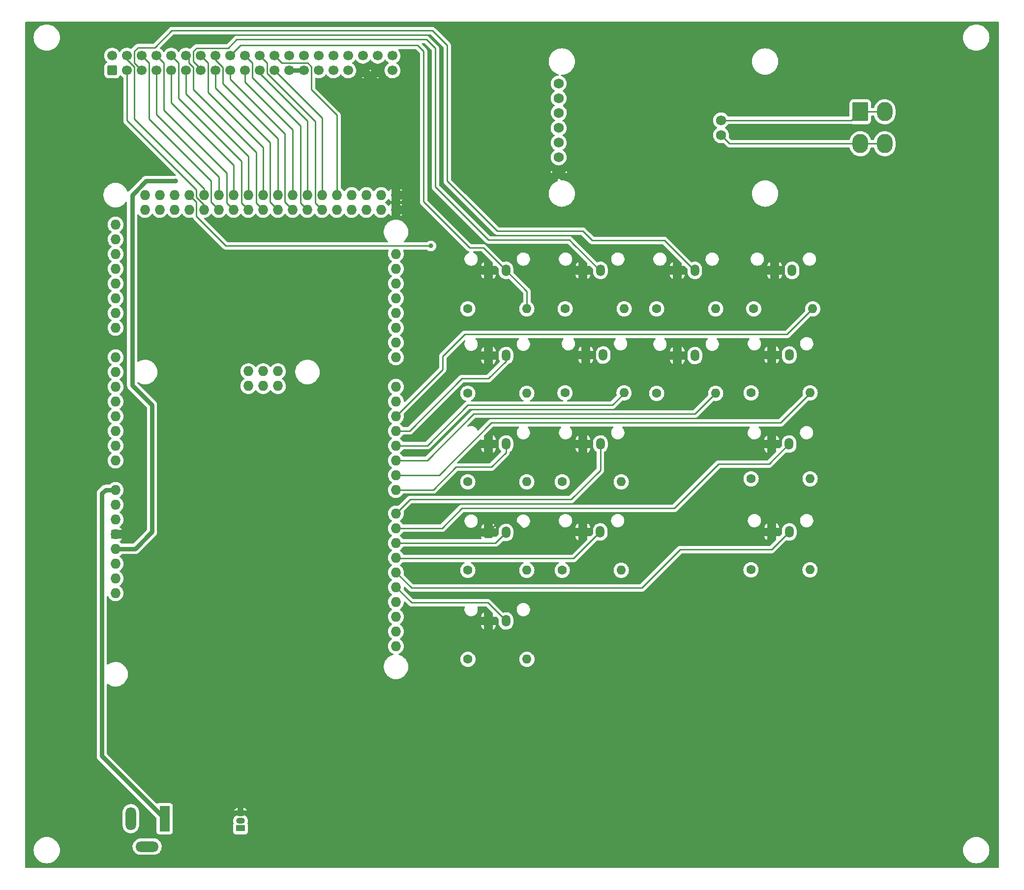
<source format=gtl>
%TF.GenerationSoftware,KiCad,Pcbnew,(6.0.8)*%
%TF.CreationDate,2022-12-20T11:47:50-06:00*%
%TF.ProjectId,Control Box,436f6e74-726f-46c2-9042-6f782e6b6963,rev?*%
%TF.SameCoordinates,Original*%
%TF.FileFunction,Copper,L1,Top*%
%TF.FilePolarity,Positive*%
%FSLAX46Y46*%
G04 Gerber Fmt 4.6, Leading zero omitted, Abs format (unit mm)*
G04 Created by KiCad (PCBNEW (6.0.8)) date 2022-12-20 11:47:50*
%MOMM*%
%LPD*%
G01*
G04 APERTURE LIST*
G04 Aperture macros list*
%AMRoundRect*
0 Rectangle with rounded corners*
0 $1 Rounding radius*
0 $2 $3 $4 $5 $6 $7 $8 $9 X,Y pos of 4 corners*
0 Add a 4 corners polygon primitive as box body*
4,1,4,$2,$3,$4,$5,$6,$7,$8,$9,$2,$3,0*
0 Add four circle primitives for the rounded corners*
1,1,$1+$1,$2,$3*
1,1,$1+$1,$4,$5*
1,1,$1+$1,$6,$7*
1,1,$1+$1,$8,$9*
0 Add four rect primitives between the rounded corners*
20,1,$1+$1,$2,$3,$4,$5,0*
20,1,$1+$1,$4,$5,$6,$7,0*
20,1,$1+$1,$6,$7,$8,$9,0*
20,1,$1+$1,$8,$9,$2,$3,0*%
G04 Aperture macros list end*
%TA.AperFunction,ComponentPad*%
%ADD10C,1.600000*%
%TD*%
%TA.AperFunction,ComponentPad*%
%ADD11O,1.600000X1.600000*%
%TD*%
%TA.AperFunction,ComponentPad*%
%ADD12RoundRect,0.250001X-0.499999X-0.759999X0.499999X-0.759999X0.499999X0.759999X-0.499999X0.759999X0*%
%TD*%
%TA.AperFunction,ComponentPad*%
%ADD13O,1.500000X2.020000*%
%TD*%
%TA.AperFunction,ComponentPad*%
%ADD14R,1.500000X1.050000*%
%TD*%
%TA.AperFunction,ComponentPad*%
%ADD15O,1.500000X1.050000*%
%TD*%
%TA.AperFunction,ComponentPad*%
%ADD16R,1.800000X4.400000*%
%TD*%
%TA.AperFunction,ComponentPad*%
%ADD17O,1.800000X4.000000*%
%TD*%
%TA.AperFunction,ComponentPad*%
%ADD18O,4.000000X1.800000*%
%TD*%
%TA.AperFunction,ComponentPad*%
%ADD19RoundRect,0.250001X-1.099999X-1.399999X1.099999X-1.399999X1.099999X1.399999X-1.099999X1.399999X0*%
%TD*%
%TA.AperFunction,ComponentPad*%
%ADD20O,2.700000X3.300000*%
%TD*%
%TA.AperFunction,ComponentPad*%
%ADD21RoundRect,0.250000X0.600000X-0.600000X0.600000X0.600000X-0.600000X0.600000X-0.600000X-0.600000X0*%
%TD*%
%TA.AperFunction,ComponentPad*%
%ADD22C,1.700000*%
%TD*%
%TA.AperFunction,ComponentPad*%
%ADD23C,1.727200*%
%TD*%
%TA.AperFunction,ComponentPad*%
%ADD24O,1.727200X1.727200*%
%TD*%
%TA.AperFunction,ViaPad*%
%ADD25C,0.800000*%
%TD*%
%TA.AperFunction,Conductor*%
%ADD26C,0.250000*%
%TD*%
%TA.AperFunction,Conductor*%
%ADD27C,0.750000*%
%TD*%
G04 APERTURE END LIST*
D10*
%TO.P,R15,1*%
%TO.N,GND*%
X157988000Y-67725000D03*
D11*
%TO.P,R15,2*%
%TO.N,Igniter Armed Line*%
X168148000Y-67725000D03*
%TD*%
D10*
%TO.P,R14,1*%
%TO.N,GND*%
X173736000Y-67725000D03*
D11*
%TO.P,R14,2*%
%TO.N,BVAS Armed Line*%
X183896000Y-67725000D03*
%TD*%
D10*
%TO.P,R13,1*%
%TO.N,GND*%
X141224000Y-67725000D03*
D11*
%TO.P,R13,2*%
%TO.N,Fluid Panel Armed Line*%
X151384000Y-67725000D03*
%TD*%
D10*
%TO.P,R2,1*%
%TO.N,GND*%
X157480000Y-112776000D03*
D11*
%TO.P,R2,2*%
%TO.N,Supply Fill SW*%
X167640000Y-112776000D03*
%TD*%
D12*
%TO.P,SW5,1*%
%TO.N,+5V*%
X161036000Y-106172000D03*
D13*
%TO.P,SW5,2*%
%TO.N,Supply Fill SW*%
X164036000Y-106172000D03*
%TD*%
D12*
%TO.P,SW4,1*%
%TO.N,+5V*%
X144804000Y-75785000D03*
D13*
%TO.P,SW4,2*%
%TO.N,Supply Vent SW*%
X147804000Y-75785000D03*
%TD*%
D10*
%TO.P,R11,1*%
%TO.N,GND*%
X189992000Y-97028000D03*
D11*
%TO.P,R11,2*%
%TO.N,Extra 3 SW*%
X200152000Y-97028000D03*
%TD*%
D10*
%TO.P,R9,1*%
%TO.N,GND*%
X190452000Y-67725000D03*
D11*
%TO.P,R9,2*%
%TO.N,Extra 1 SW*%
X200612000Y-67725000D03*
%TD*%
D14*
%TO.P,U1,1,GND*%
%TO.N,GND*%
X102108000Y-157226000D03*
D15*
%TO.P,U1,2,DQ*%
%TO.N,Temp Sensor*%
X102108000Y-155956000D03*
%TO.P,U1,3,VDD*%
%TO.N,+5V*%
X102108000Y-154686000D03*
%TD*%
D12*
%TO.P,SW8,1*%
%TO.N,+5V*%
X177316000Y-75785000D03*
D13*
%TO.P,SW8,2*%
%TO.N,BVAS SW*%
X180316000Y-75785000D03*
%TD*%
D10*
%TO.P,R8,1*%
%TO.N,GND*%
X157964000Y-82203000D03*
D11*
%TO.P,R8,2*%
%TO.N,Ignition SW*%
X168124000Y-82203000D03*
%TD*%
D16*
%TO.P,J2,1*%
%TO.N,+12V*%
X89027000Y-155575000D03*
D17*
%TO.P,J2,2*%
%TO.N,GND*%
X83227000Y-155575000D03*
D18*
%TO.P,J2,3*%
%TO.N,N/C*%
X86027000Y-160375000D03*
%TD*%
D12*
%TO.P,SW1,1*%
%TO.N,+5V*%
X144804000Y-61115000D03*
D13*
%TO.P,SW1,2*%
%TO.N,Fluid Panel Armed Line*%
X147804000Y-61115000D03*
%TD*%
D12*
%TO.P,SW7,1*%
%TO.N,+5V*%
X144804000Y-106265000D03*
D13*
%TO.P,SW7,2*%
%TO.N,Auto Fill SW*%
X147804000Y-106265000D03*
%TD*%
D10*
%TO.P,R4,1*%
%TO.N,GND*%
X141224000Y-112776000D03*
D11*
%TO.P,R4,2*%
%TO.N,Auto Fill SW*%
X151384000Y-112776000D03*
%TD*%
D12*
%TO.P,SW12,1*%
%TO.N,+5V*%
X194056000Y-61121000D03*
D13*
%TO.P,SW12,2*%
%TO.N,Extra 1 SW*%
X197056000Y-61121000D03*
%TD*%
D12*
%TO.P,SW11,1*%
%TO.N,+5V*%
X144804000Y-121505000D03*
D13*
%TO.P,SW11,2*%
%TO.N,Emergency SW*%
X147804000Y-121505000D03*
%TD*%
D12*
%TO.P,SW15,1*%
%TO.N,+5V*%
X193572000Y-106172000D03*
D13*
%TO.P,SW15,2*%
%TO.N,Extra 4 SW*%
X196572000Y-106172000D03*
%TD*%
D12*
%TO.P,SW6,1*%
%TO.N,+5V*%
X144804000Y-91025000D03*
D13*
%TO.P,SW6,2*%
%TO.N,Run Tank Vent SW*%
X147804000Y-91025000D03*
%TD*%
D12*
%TO.P,SW9,1*%
%TO.N,+5V*%
X161060000Y-91025000D03*
D13*
%TO.P,SW9,2*%
%TO.N,Continuity SW*%
X164060000Y-91025000D03*
%TD*%
D10*
%TO.P,R12,1*%
%TO.N,GND*%
X189980000Y-112683000D03*
D11*
%TO.P,R12,2*%
%TO.N,Extra 4 SW*%
X200140000Y-112683000D03*
%TD*%
D19*
%TO.P,J1,1,Pin_1*%
%TO.N,CANH*%
X208788000Y-33782000D03*
D20*
%TO.P,J1,2,Pin_2*%
X212988000Y-33782000D03*
%TO.P,J1,3,Pin_3*%
%TO.N,CANL*%
X208788000Y-39282000D03*
%TO.P,J1,4,Pin_4*%
X212988000Y-39282000D03*
%TD*%
D10*
%TO.P,R1,1*%
%TO.N,GND*%
X141224000Y-82296000D03*
D11*
%TO.P,R1,2*%
%TO.N,Supply Vent SW*%
X151384000Y-82296000D03*
%TD*%
D12*
%TO.P,SW2,1*%
%TO.N,+5V*%
X177300000Y-61115000D03*
D13*
%TO.P,SW2,2*%
%TO.N,BVAS Armed Line*%
X180300000Y-61115000D03*
%TD*%
D21*
%TO.P,J3,1,Pin_1*%
%TO.N,GND*%
X80010000Y-26660500D03*
D22*
%TO.P,J3,2,Pin_2*%
X80010000Y-24120500D03*
%TO.P,J3,3,Pin_3*%
%TO.N,BVAS Relay LED*%
X82550000Y-26660500D03*
%TO.P,J3,4,Pin_4*%
%TO.N,BVAS LED*%
X82550000Y-24120500D03*
%TO.P,J3,5,Pin_5*%
%TO.N,BVAS Armed Line*%
X85090000Y-26660500D03*
%TO.P,J3,6,Pin_6*%
%TO.N,Run Vent Relay LED*%
X85090000Y-24120500D03*
%TO.P,J3,7,Pin_7*%
%TO.N,Igniter Continuity LED*%
X87630000Y-26660500D03*
%TO.P,J3,8,Pin_8*%
%TO.N,Run Vent LED*%
X87630000Y-24120500D03*
%TO.P,J3,9,Pin_9*%
%TO.N,Igniter LED*%
X90170000Y-26660500D03*
%TO.P,J3,10,Pin_10*%
%TO.N,Supply Vent Relay LED*%
X90170000Y-24120500D03*
%TO.P,J3,11,Pin_11*%
%TO.N,Igniter Relay LED*%
X92710000Y-26660500D03*
%TO.P,J3,12,Pin_12*%
%TO.N,Supply Fill Relay LED*%
X92710000Y-24120500D03*
%TO.P,J3,13,Pin_13*%
%TO.N,Igniter Armed Line*%
X95250000Y-26660500D03*
%TO.P,J3,14,Pin_14*%
%TO.N,Supply Fill LED*%
X95250000Y-24120500D03*
%TO.P,J3,15,Pin_15*%
%TO.N,D36*%
X97790000Y-26660500D03*
%TO.P,J3,16,Pin_16*%
%TO.N,Supply Vent LED*%
X97790000Y-24120500D03*
%TO.P,J3,17,Pin_17*%
%TO.N,D34*%
X100330000Y-26660500D03*
%TO.P,J3,18,Pin_18*%
%TO.N,Fluid Panel Armed Line*%
X100330000Y-24120500D03*
%TO.P,J3,19,Pin_19*%
%TO.N,D35*%
X102870000Y-26660500D03*
%TO.P,J3,20,Pin_20*%
%TO.N,Auto Fill LED*%
X102870000Y-24120500D03*
%TO.P,J3,21,Pin_21*%
%TO.N,D33*%
X105410000Y-26660500D03*
%TO.P,J3,22,Pin_22*%
%TO.N,AB COMMS LED*%
X105410000Y-24120500D03*
%TO.P,J3,23,Pin_23*%
%TO.N,D31*%
X107950000Y-26660500D03*
%TO.P,J3,24,Pin_24*%
%TO.N,Engine Node COMMS LED*%
X107950000Y-24120500D03*
%TO.P,J3,25,Pin_25*%
%TO.N,+3V3*%
X110490000Y-26660500D03*
%TO.P,J3,26,Pin_26*%
%TO.N,SCK*%
X110490000Y-24120500D03*
%TO.P,J3,27,Pin_27*%
%TO.N,+3V3*%
X113030000Y-26660500D03*
%TO.P,J3,28,Pin_28*%
%TO.N,MOSI*%
X113030000Y-24120500D03*
%TO.P,J3,29,Pin_29*%
%TO.N,+12V*%
X115570000Y-26660500D03*
%TO.P,J3,30,Pin_30*%
%TO.N,MISO*%
X115570000Y-24120500D03*
%TO.P,J3,31,Pin_31*%
%TO.N,+12V*%
X118110000Y-26660500D03*
%TO.P,J3,32,Pin_32*%
%TO.N,SCL*%
X118110000Y-24120500D03*
%TO.P,J3,33,Pin_33*%
%TO.N,SDA*%
X120650000Y-26660500D03*
%TO.P,J3,34,Pin_34*%
%TO.N,Actuator Box Temp 4 Digit*%
X120650000Y-24120500D03*
%TO.P,J3,35,Pin_35*%
%TO.N,+5V*%
X123190000Y-26660500D03*
%TO.P,J3,36,Pin_36*%
%TO.N,4 Digit CLK*%
X123190000Y-24120500D03*
%TO.P,J3,37,Pin_37*%
%TO.N,+5V*%
X125730000Y-26660500D03*
%TO.P,J3,38,Pin_38*%
%TO.N,Control Box Temp 4 Digit*%
X125730000Y-24120500D03*
%TO.P,J3,39,Pin_39*%
%TO.N,GND*%
X128270000Y-26660500D03*
%TO.P,J3,40,Pin_40*%
X128270000Y-24120500D03*
%TD*%
D10*
%TO.P,R6,1*%
%TO.N,GND*%
X157480000Y-97536000D03*
D11*
%TO.P,R6,2*%
%TO.N,Continuity SW*%
X167640000Y-97536000D03*
%TD*%
D12*
%TO.P,SW14,1*%
%TO.N,+5V*%
X193548000Y-91025000D03*
D13*
%TO.P,SW14,2*%
%TO.N,Extra 3 SW*%
X196548000Y-91025000D03*
%TD*%
D10*
%TO.P,R7,1*%
%TO.N,GND*%
X141248000Y-128109000D03*
D11*
%TO.P,R7,2*%
%TO.N,Emergency SW*%
X151408000Y-128109000D03*
%TD*%
D23*
%TO.P,CM1,1,VCC*%
%TO.N,+5V*%
X156915000Y-44168957D03*
%TO.P,CM1,2,GND*%
%TO.N,GND*%
X156883044Y-41619000D03*
%TO.P,CM1,3,CS*%
%TO.N,CAN CS*%
X156867776Y-39111945D03*
%TO.P,CM1,4,MISO*%
%TO.N,MISO*%
X156867776Y-36571945D03*
%TO.P,CM1,5,MOSI*%
%TO.N,MOSI*%
X156898312Y-33966055D03*
%TO.P,CM1,6,SCK*%
%TO.N,SCK*%
X156883044Y-31459000D03*
%TO.P,CM1,7,INT*%
%TO.N,unconnected-(CM1-Pad7)*%
X156883044Y-28919000D03*
%TO.P,CM1,8,CANL*%
%TO.N,CANL*%
X184823044Y-37809000D03*
%TO.P,CM1,9,CANH*%
%TO.N,CANH*%
X184823044Y-35269000D03*
%TD*%
D10*
%TO.P,R5,1*%
%TO.N,GND*%
X173736000Y-82296000D03*
D11*
%TO.P,R5,2*%
%TO.N,BVAS SW*%
X183896000Y-82296000D03*
%TD*%
D10*
%TO.P,R10,1*%
%TO.N,GND*%
X189992000Y-82203000D03*
D11*
%TO.P,R10,2*%
%TO.N,Extra 2 SW*%
X200152000Y-82203000D03*
%TD*%
D12*
%TO.P,SW3,1*%
%TO.N,+5V*%
X161060000Y-61115000D03*
D13*
%TO.P,SW3,2*%
%TO.N,Igniter Armed Line*%
X164060000Y-61115000D03*
%TD*%
D12*
%TO.P,SW13,1*%
%TO.N,+5V*%
X193572000Y-75692000D03*
D13*
%TO.P,SW13,2*%
%TO.N,Extra 2 SW*%
X196572000Y-75692000D03*
%TD*%
D10*
%TO.P,R3,1*%
%TO.N,GND*%
X141224000Y-97536000D03*
D11*
%TO.P,R3,2*%
%TO.N,Run Tank Vent SW*%
X151384000Y-97536000D03*
%TD*%
D12*
%TO.P,SW10,1*%
%TO.N,+5V*%
X161544000Y-75692000D03*
D13*
%TO.P,SW10,2*%
%TO.N,Ignition SW*%
X164544000Y-75692000D03*
%TD*%
D24*
%TO.P,XA1,*%
%TO.N,*%
X80605500Y-116713000D03*
%TO.P,XA1,3V3,3.3V*%
%TO.N,+3V3*%
X80605500Y-109093000D03*
%TO.P,XA1,5V1,5V*%
%TO.N,+5V*%
X80605500Y-106553000D03*
%TO.P,XA1,5V2,SPI_5V*%
%TO.N,unconnected-(XA1-Pad5V2)*%
X108545500Y-78486000D03*
%TO.P,XA1,5V3,5V*%
%TO.N,+5V*%
X128865500Y-50673000D03*
%TO.P,XA1,5V4,5V*%
X128865500Y-48133000D03*
%TO.P,XA1,A0,A0*%
%TO.N,unconnected-(XA1-PadA0)*%
X80605500Y-93853000D03*
%TO.P,XA1,A1,A1*%
%TO.N,unconnected-(XA1-PadA1)*%
X80605500Y-91313000D03*
%TO.P,XA1,A2,A2*%
%TO.N,unconnected-(XA1-PadA2)*%
X80605500Y-88773000D03*
%TO.P,XA1,A3,A3*%
%TO.N,unconnected-(XA1-PadA3)*%
X80605500Y-86233000D03*
%TO.P,XA1,A4,A4*%
%TO.N,unconnected-(XA1-PadA4)*%
X80605500Y-83693000D03*
%TO.P,XA1,A5,A5*%
%TO.N,unconnected-(XA1-PadA5)*%
X80605500Y-81153000D03*
%TO.P,XA1,A6,A6*%
%TO.N,unconnected-(XA1-PadA6)*%
X80605500Y-78613000D03*
%TO.P,XA1,A7,A7*%
%TO.N,unconnected-(XA1-PadA7)*%
X80605500Y-76073000D03*
%TO.P,XA1,A8,A8*%
%TO.N,unconnected-(XA1-PadA8)*%
X80605500Y-70993000D03*
%TO.P,XA1,A9,A9*%
%TO.N,unconnected-(XA1-PadA9)*%
X80605500Y-68453000D03*
%TO.P,XA1,A10,A10*%
%TO.N,unconnected-(XA1-PadA10)*%
X80605500Y-65913000D03*
%TO.P,XA1,A11,A11*%
%TO.N,unconnected-(XA1-PadA11)*%
X80605500Y-63373000D03*
%TO.P,XA1,A12,A12*%
%TO.N,unconnected-(XA1-PadA12)*%
X80605500Y-60833000D03*
%TO.P,XA1,A13,A13*%
%TO.N,unconnected-(XA1-PadA13)*%
X80605500Y-58293000D03*
%TO.P,XA1,A14,A14*%
%TO.N,unconnected-(XA1-PadA14)*%
X80605500Y-55753000D03*
%TO.P,XA1,A15,A15*%
%TO.N,unconnected-(XA1-PadA15)*%
X80605500Y-53213000D03*
%TO.P,XA1,AREF,AREF*%
%TO.N,unconnected-(XA1-PadAREF)*%
X128865500Y-120777000D03*
%TO.P,XA1,D0,D0_RX0*%
%TO.N,unconnected-(XA1-PadD0)*%
X128865500Y-81153000D03*
%TO.P,XA1,D1,D1_TX0*%
%TO.N,unconnected-(XA1-PadD1)*%
X128865500Y-83693000D03*
%TO.P,XA1,D2,D2_INT0*%
%TO.N,Extra 1 SW*%
X128865500Y-86233000D03*
%TO.P,XA1,D3,D3_INT1*%
%TO.N,Supply Vent SW*%
X128865500Y-88773000D03*
%TO.P,XA1,D4,D4*%
%TO.N,Ignition SW*%
X128865500Y-91313000D03*
%TO.P,XA1,D5,D5*%
%TO.N,BVAS SW*%
X128865500Y-93853000D03*
%TO.P,XA1,D6,D6*%
%TO.N,Extra 2 SW*%
X128865500Y-96393000D03*
%TO.P,XA1,D7,D7*%
%TO.N,Run Tank Vent SW*%
X128865500Y-98933000D03*
%TO.P,XA1,D8,D8*%
%TO.N,Continuity SW*%
X128865500Y-102997000D03*
%TO.P,XA1,D9,D9*%
%TO.N,Extra 3 SW*%
X128865500Y-105537000D03*
%TO.P,XA1,D10,D10*%
%TO.N,Auto Fill SW*%
X128865500Y-108077000D03*
%TO.P,XA1,D11,D11*%
%TO.N,Supply Fill SW*%
X128865500Y-110617000D03*
%TO.P,XA1,D12,D12*%
%TO.N,Extra 4 SW*%
X128865500Y-113157000D03*
%TO.P,XA1,D13,D13*%
%TO.N,Emergency SW*%
X128865500Y-115697000D03*
%TO.P,XA1,D14,D14_TX3*%
%TO.N,Temp Sensor*%
X128865500Y-76073000D03*
%TO.P,XA1,D15,D15_RX3*%
%TO.N,BVAS Armed Line*%
X128865500Y-73533000D03*
%TO.P,XA1,D16,D16_TX2*%
%TO.N,Igniter Armed Line*%
X128865500Y-70993000D03*
%TO.P,XA1,D17,D17_RX2*%
%TO.N,Fluid Panel Armed Line*%
X128865500Y-68453000D03*
%TO.P,XA1,D18,D18_TX1*%
%TO.N,unconnected-(XA1-PadD18)*%
X128865500Y-65913000D03*
%TO.P,XA1,D19,D19_RX1*%
%TO.N,unconnected-(XA1-PadD19)*%
X128865500Y-63373000D03*
%TO.P,XA1,D20,D20_SDA*%
%TO.N,unconnected-(XA1-PadD20)*%
X128865500Y-60833000D03*
%TO.P,XA1,D21,D21_SCL*%
%TO.N,unconnected-(XA1-PadD21)*%
X128865500Y-58293000D03*
%TO.P,XA1,D22,D22*%
%TO.N,unconnected-(XA1-PadD22)*%
X126325500Y-50673000D03*
%TO.P,XA1,D23,D23*%
%TO.N,unconnected-(XA1-PadD23)*%
X126325500Y-48133000D03*
%TO.P,XA1,D24,D24*%
%TO.N,unconnected-(XA1-PadD24)*%
X123785500Y-50673000D03*
%TO.P,XA1,D25,D25*%
%TO.N,unconnected-(XA1-PadD25)*%
X123785500Y-48133000D03*
%TO.P,XA1,D26,D26*%
%TO.N,unconnected-(XA1-PadD26)*%
X121245500Y-50673000D03*
%TO.P,XA1,D27,D27*%
%TO.N,unconnected-(XA1-PadD27)*%
X121245500Y-48133000D03*
%TO.P,XA1,D28,D28*%
%TO.N,unconnected-(XA1-PadD28)*%
X118705500Y-50673000D03*
%TO.P,XA1,D29,D29*%
%TO.N,Engine Node COMMS LED*%
X118705500Y-48133000D03*
%TO.P,XA1,D30,D30*%
%TO.N,AB COMMS LED*%
X116165500Y-50673000D03*
%TO.P,XA1,D31,D31*%
%TO.N,D31*%
X116165500Y-48133000D03*
%TO.P,XA1,D32,D32*%
%TO.N,Auto Fill LED*%
X113625500Y-50673000D03*
%TO.P,XA1,D33,D33*%
%TO.N,D33*%
X113625500Y-48133000D03*
%TO.P,XA1,D34,D34*%
%TO.N,D34*%
X111085500Y-50673000D03*
%TO.P,XA1,D35,D35*%
%TO.N,D35*%
X111085500Y-48133000D03*
%TO.P,XA1,D36,D36*%
%TO.N,D36*%
X108545500Y-50673000D03*
%TO.P,XA1,D37,D37*%
%TO.N,Supply Vent LED*%
X108545500Y-48133000D03*
%TO.P,XA1,D38,D38*%
%TO.N,Supply Fill Relay LED*%
X106005500Y-50673000D03*
%TO.P,XA1,D39,D39*%
%TO.N,Supply Fill LED*%
X106005500Y-48133000D03*
%TO.P,XA1,D40,D40*%
%TO.N,Supply Vent Relay LED*%
X103465500Y-50673000D03*
%TO.P,XA1,D41,D41*%
%TO.N,Igniter Relay LED*%
X103465500Y-48133000D03*
%TO.P,XA1,D42,D42*%
%TO.N,Run Vent LED*%
X100925500Y-50673000D03*
%TO.P,XA1,D43,D43*%
%TO.N,Igniter LED*%
X100925500Y-48133000D03*
%TO.P,XA1,D44,D44*%
%TO.N,Run Vent Relay LED*%
X98385500Y-50673000D03*
%TO.P,XA1,D45,D45*%
%TO.N,Igniter Continuity LED*%
X98385500Y-48133000D03*
%TO.P,XA1,D46,D46*%
%TO.N,BVAS Relay LED*%
X95845500Y-50673000D03*
%TO.P,XA1,D47,D47*%
%TO.N,BVAS LED*%
X95845500Y-48133000D03*
%TO.P,XA1,D48,D48*%
%TO.N,unconnected-(XA1-PadD48)*%
X93305500Y-50673000D03*
%TO.P,XA1,D49,D49*%
%TO.N,CAN CS*%
X93305500Y-48133000D03*
%TO.P,XA1,D50,D50*%
%TO.N,MISO*%
X90765500Y-50673000D03*
%TO.P,XA1,D51,D51*%
%TO.N,MOSI*%
X90765500Y-48133000D03*
%TO.P,XA1,D52,D52*%
%TO.N,SCK*%
X88225500Y-50673000D03*
%TO.P,XA1,D53,D53_SS*%
%TO.N,unconnected-(XA1-PadD53)*%
X88225500Y-48133000D03*
%TO.P,XA1,GND1,GND*%
%TO.N,GND*%
X128865500Y-118237000D03*
%TO.P,XA1,GND2,GND*%
X80605500Y-104013000D03*
%TO.P,XA1,GND3,GND*%
X80605500Y-101473000D03*
%TO.P,XA1,GND4,SPI_GND*%
%TO.N,unconnected-(XA1-PadGND4)*%
X103465500Y-78486000D03*
%TO.P,XA1,GND5,GND*%
%TO.N,GND*%
X85685500Y-50673000D03*
%TO.P,XA1,GND6,GND*%
X85685500Y-48133000D03*
%TO.P,XA1,IORF,IOREF*%
%TO.N,unconnected-(XA1-PadIORF)*%
X80605500Y-114173000D03*
%TO.P,XA1,MISO,SPI_MISO*%
%TO.N,unconnected-(XA1-PadMISO)*%
X108545500Y-81026000D03*
%TO.P,XA1,MOSI,SPI_MOSI*%
%TO.N,unconnected-(XA1-PadMOSI)*%
X106005500Y-78486000D03*
%TO.P,XA1,RST1,RESET*%
%TO.N,unconnected-(XA1-PadRST1)*%
X80605500Y-111633000D03*
%TO.P,XA1,RST2,SPI_RESET*%
%TO.N,unconnected-(XA1-PadRST2)*%
X103465500Y-81026000D03*
%TO.P,XA1,SCK,SPI_SCK*%
%TO.N,unconnected-(XA1-PadSCK)*%
X106005500Y-81026000D03*
%TO.P,XA1,SCL,SCL*%
%TO.N,SCL*%
X128865500Y-125857000D03*
%TO.P,XA1,SDA,SDA*%
%TO.N,SDA*%
X128865500Y-123317000D03*
%TO.P,XA1,VIN,VIN*%
%TO.N,+12V*%
X80605500Y-98933000D03*
%TD*%
D25*
%TO.N,CAN CS*%
X134874000Y-56896000D03*
%TO.N,+3V3*%
X90932000Y-45720000D03*
%TD*%
D26*
%TO.N,Extra 1 SW*%
X140716000Y-72136000D02*
X196201000Y-72136000D01*
X196201000Y-72136000D02*
X200612000Y-67725000D01*
X136906000Y-75946000D02*
X140716000Y-72136000D01*
X136906000Y-78192500D02*
X136906000Y-75946000D01*
X128865500Y-86233000D02*
X136906000Y-78192500D01*
%TO.N,CAN CS*%
X94494100Y-49321600D02*
X93305500Y-48133000D01*
X94494100Y-51809900D02*
X94494100Y-49321600D01*
X99580200Y-56896000D02*
X94494100Y-51809900D01*
X134874000Y-56896000D02*
X99580200Y-56896000D01*
%TO.N,Fluid Panel Armed Line*%
X151384000Y-64695000D02*
X147804000Y-61115000D01*
X151384000Y-67725000D02*
X151384000Y-64695000D01*
%TO.N,BVAS Armed Line*%
X161036000Y-54356000D02*
X162632000Y-55952000D01*
X146304000Y-54356000D02*
X161036000Y-54356000D01*
X137668000Y-45720000D02*
X146304000Y-54356000D01*
X137668000Y-22352000D02*
X137668000Y-45720000D01*
X135128000Y-19812000D02*
X137668000Y-22352000D01*
X90276799Y-19812000D02*
X135128000Y-19812000D01*
X87355799Y-22733000D02*
X90276799Y-19812000D01*
X84455000Y-22733000D02*
X87355799Y-22733000D01*
X83820000Y-23368000D02*
X84455000Y-22733000D01*
X85090000Y-26660500D02*
X83820000Y-25390500D01*
X83820000Y-25390500D02*
X83820000Y-23368000D01*
X162632000Y-55952000D02*
X175054000Y-55952000D01*
%TO.N,Igniter Armed Line*%
X158726000Y-55880000D02*
X159246000Y-56400000D01*
X144780000Y-55880000D02*
X158726000Y-55880000D01*
X159246000Y-56400000D02*
X164060000Y-61214000D01*
%TO.N,Fluid Panel Armed Line*%
X141529000Y-57201000D02*
X143890000Y-57201000D01*
X141529000Y-57201000D02*
X133604000Y-49276000D01*
X143890000Y-57201000D02*
X147804000Y-61115000D01*
%TO.N,Supply Vent LED*%
X97790000Y-24892000D02*
X97790000Y-24120500D01*
X99060000Y-28956000D02*
X99060000Y-26162000D01*
X108545500Y-38441500D02*
X99060000Y-28956000D01*
X108545500Y-48133000D02*
X108545500Y-38441500D01*
X99060000Y-26162000D02*
X97790000Y-24892000D01*
%TO.N,BVAS LED*%
X95845500Y-48133000D02*
X95845500Y-47077500D01*
X95845500Y-47077500D02*
X83820000Y-35052000D01*
X83820000Y-35052000D02*
X83820000Y-26026896D01*
X82550000Y-24756896D02*
X82550000Y-24120500D01*
X83820000Y-26026896D02*
X82550000Y-24756896D01*
%TO.N,AB COMMS LED*%
X106680000Y-25390500D02*
X105410000Y-24120500D01*
X114976900Y-35474900D02*
X106680000Y-27178000D01*
X106680000Y-27178000D02*
X106680000Y-25390500D01*
X116165500Y-50673000D02*
X114976900Y-49484400D01*
X114976900Y-49484400D02*
X114976900Y-35474900D01*
%TO.N,Igniter Armed Line*%
X135636000Y-46736000D02*
X144780000Y-55880000D01*
X135636000Y-22860000D02*
X135636000Y-46736000D01*
X134112000Y-21336000D02*
X135636000Y-22860000D01*
X101452799Y-21336000D02*
X134112000Y-21336000D01*
X94561601Y-22786399D02*
X100002399Y-22786399D01*
X100002399Y-22786399D02*
X101452799Y-21336000D01*
X93980000Y-25146000D02*
X93980000Y-23368000D01*
X95250000Y-26416000D02*
X93980000Y-25146000D01*
X93980000Y-23368000D02*
X94561601Y-22786399D01*
X95250000Y-26660500D02*
X95250000Y-26416000D01*
%TO.N,Supply Fill Relay LED*%
X104816900Y-49484400D02*
X106005500Y-50673000D01*
X93980000Y-29972000D02*
X104816900Y-40808900D01*
X93196701Y-25378701D02*
X93980000Y-26162000D01*
X93980000Y-26162000D02*
X93980000Y-29972000D01*
X93196701Y-24607201D02*
X93196701Y-25378701D01*
X104816900Y-40808900D02*
X104816900Y-49484400D01*
X92710000Y-24120500D02*
X93196701Y-24607201D01*
%TO.N,BVAS Armed Line*%
X175054000Y-55952000D02*
X180316000Y-61214000D01*
%TO.N,Run Vent Relay LED*%
X97034100Y-45726100D02*
X97034100Y-49321600D01*
X86360000Y-35052000D02*
X97034100Y-45726100D01*
X86360000Y-25390500D02*
X86360000Y-35052000D01*
X97034100Y-49321600D02*
X98385500Y-50673000D01*
X85090000Y-24120500D02*
X86360000Y-25390500D01*
%TO.N,Engine Node COMMS LED*%
X118705500Y-34377500D02*
X118705500Y-48133000D01*
X114300000Y-26035000D02*
X114300000Y-29972000D01*
X109229500Y-25400000D02*
X113665000Y-25400000D01*
X113665000Y-25400000D02*
X114300000Y-26035000D01*
X107950000Y-24120500D02*
X109229500Y-25400000D01*
X114300000Y-29972000D02*
X118705500Y-34377500D01*
%TO.N,CANL*%
X186296044Y-39282000D02*
X184823044Y-37809000D01*
X208788000Y-39282000D02*
X212988000Y-39282000D01*
X208788000Y-39282000D02*
X186296044Y-39282000D01*
%TO.N,CANH*%
X184823044Y-35269000D02*
X207301000Y-35269000D01*
X208788000Y-33782000D02*
X212988000Y-33782000D01*
X207301000Y-35269000D02*
X208788000Y-33782000D01*
D27*
%TO.N,+12V*%
X78232000Y-144780000D02*
X78232000Y-99568000D01*
X78232000Y-99568000D02*
X78867000Y-98933000D01*
X89027000Y-155575000D02*
X78232000Y-144780000D01*
X78867000Y-98933000D02*
X80605500Y-98933000D01*
D26*
%TO.N,BVAS Relay LED*%
X94494100Y-47250100D02*
X82550000Y-35306000D01*
X95845500Y-50673000D02*
X95845500Y-49813935D01*
X95845500Y-49813935D02*
X94494100Y-48462535D01*
X94494100Y-48462535D02*
X94494100Y-47250100D01*
X82550000Y-35306000D02*
X82550000Y-26660500D01*
%TO.N,Igniter Continuity LED*%
X87630000Y-34290000D02*
X87630000Y-26660500D01*
X98385500Y-48133000D02*
X98385500Y-45045500D01*
X98385500Y-45045500D02*
X87630000Y-34290000D01*
%TO.N,Run Vent LED*%
X100925500Y-50673000D02*
X99736900Y-49484400D01*
X88900000Y-25390500D02*
X87630000Y-24120500D01*
X99736900Y-49484400D02*
X99736900Y-44364900D01*
X99736900Y-44364900D02*
X88900000Y-33528000D01*
X88900000Y-33528000D02*
X88900000Y-25390500D01*
%TO.N,Igniter LED*%
X100925500Y-43013500D02*
X100925500Y-48133000D01*
X90170000Y-32258000D02*
X100925500Y-43013500D01*
X90170000Y-26660500D02*
X90170000Y-32258000D01*
%TO.N,Supply Vent Relay LED*%
X102276900Y-42332900D02*
X102276900Y-49484400D01*
X90170000Y-24120500D02*
X91440000Y-25390500D01*
X102276900Y-49484400D02*
X103465500Y-50673000D01*
X91440000Y-31496000D02*
X102276900Y-42332900D01*
X91440000Y-25390500D02*
X91440000Y-31496000D01*
%TO.N,Igniter Relay LED*%
X103465500Y-41489500D02*
X92710000Y-30734000D01*
X92710000Y-30734000D02*
X92710000Y-26660500D01*
X103465500Y-48133000D02*
X103465500Y-41489500D01*
%TO.N,Supply Fill LED*%
X95250000Y-24120500D02*
X96520000Y-25390500D01*
X106005500Y-39965500D02*
X106005500Y-48133000D01*
X96520000Y-25390500D02*
X96520000Y-30480000D01*
X96520000Y-30480000D02*
X106005500Y-39965500D01*
%TO.N,Auto Fill LED*%
X104140000Y-25390500D02*
X102870000Y-24120500D01*
X104140000Y-27940000D02*
X104140000Y-25390500D01*
X112436900Y-36236900D02*
X104140000Y-27940000D01*
X112436900Y-49484400D02*
X112436900Y-36236900D01*
X113625500Y-50673000D02*
X112436900Y-49484400D01*
D27*
%TO.N,+3V3*%
X113030000Y-26660500D02*
X110490000Y-26660500D01*
X90932000Y-45720000D02*
X85852000Y-45720000D01*
X83460499Y-48111501D02*
X83460499Y-80920499D01*
X86868000Y-106172000D02*
X83947000Y-109093000D01*
X83947000Y-109093000D02*
X80605500Y-109093000D01*
X83460499Y-80920499D02*
X86868000Y-84328000D01*
X86868000Y-84328000D02*
X86868000Y-106172000D01*
X85852000Y-45720000D02*
X83460499Y-48111501D01*
D26*
%TO.N,Supply Vent SW*%
X128865500Y-88773000D02*
X131191000Y-88773000D01*
X144780000Y-79756000D02*
X147804000Y-76732000D01*
X140208000Y-79756000D02*
X144780000Y-79756000D01*
X131191000Y-88773000D02*
X140208000Y-79756000D01*
X147804000Y-76732000D02*
X147804000Y-75785000D01*
%TO.N,Supply Fill SW*%
X159464000Y-110744000D02*
X128992500Y-110744000D01*
X164036000Y-106172000D02*
X159464000Y-110744000D01*
X128992500Y-110744000D02*
X128865500Y-110617000D01*
%TO.N,Run Tank Vent SW*%
X147804000Y-92480000D02*
X145288000Y-94996000D01*
X135255000Y-98933000D02*
X128865500Y-98933000D01*
X147804000Y-91025000D02*
X147804000Y-92480000D01*
X145288000Y-94996000D02*
X139192000Y-94996000D01*
X139192000Y-94996000D02*
X135255000Y-98933000D01*
%TO.N,Auto Fill SW*%
X145992000Y-108077000D02*
X128865500Y-108077000D01*
X147804000Y-106265000D02*
X145992000Y-108077000D01*
%TO.N,BVAS SW*%
X142240000Y-85852000D02*
X180340000Y-85852000D01*
X180340000Y-85852000D02*
X183896000Y-82296000D01*
X128865500Y-93853000D02*
X134239000Y-93853000D01*
X134239000Y-93853000D02*
X142240000Y-85852000D01*
%TO.N,Continuity SW*%
X159004000Y-100584000D02*
X131278500Y-100584000D01*
X131278500Y-100584000D02*
X128865500Y-102997000D01*
X164060000Y-91025000D02*
X164060000Y-95528000D01*
X164060000Y-95528000D02*
X159004000Y-100584000D01*
%TO.N,Ignition SW*%
X141224000Y-84328000D02*
X166116000Y-84328000D01*
X134239000Y-91313000D02*
X141224000Y-84328000D01*
X128865500Y-91313000D02*
X134239000Y-91313000D01*
X166116000Y-84328000D02*
X168124000Y-82320000D01*
X168124000Y-82320000D02*
X168124000Y-82203000D01*
%TO.N,Emergency SW*%
X147804000Y-121505000D02*
X144663000Y-118364000D01*
X131532500Y-118364000D02*
X128865500Y-115697000D01*
X144663000Y-118364000D02*
X131532500Y-118364000D01*
%TO.N,Extra 2 SW*%
X128865500Y-96393000D02*
X136271000Y-96393000D01*
X136271000Y-96393000D02*
X145288000Y-87376000D01*
X145288000Y-87376000D02*
X195072000Y-87376000D01*
X195072000Y-87376000D02*
X200152000Y-82296000D01*
X200152000Y-82296000D02*
X200152000Y-82203000D01*
%TO.N,Extra 3 SW*%
X140208000Y-102108000D02*
X136779000Y-105537000D01*
X184404000Y-94488000D02*
X176784000Y-102108000D01*
X193085000Y-94488000D02*
X184404000Y-94488000D01*
X196548000Y-91025000D02*
X193085000Y-94488000D01*
X136779000Y-105537000D02*
X128865500Y-105537000D01*
X176784000Y-102108000D02*
X140208000Y-102108000D01*
%TO.N,Extra 4 SW*%
X171196000Y-115824000D02*
X131532500Y-115824000D01*
X131532500Y-115824000D02*
X128865500Y-113157000D01*
X196572000Y-106172000D02*
X193524000Y-109220000D01*
X177800000Y-109220000D02*
X171196000Y-115824000D01*
X193524000Y-109220000D02*
X177800000Y-109220000D01*
%TO.N,+5V*%
X144804000Y-106148000D02*
X146304000Y-104648000D01*
%TO.N,Fluid Panel Armed Line*%
X133604000Y-23368000D02*
X132588000Y-22352000D01*
X102098500Y-22352000D02*
X100330000Y-24120500D01*
%TO.N,+5V*%
X151242642Y-106172000D02*
X161036000Y-106172000D01*
X149718642Y-104648000D02*
X151242642Y-106172000D01*
X146304000Y-104648000D02*
X149718642Y-104648000D01*
X144804000Y-106265000D02*
X144804000Y-106148000D01*
%TO.N,Fluid Panel Armed Line*%
X132588000Y-22352000D02*
X102098500Y-22352000D01*
X133604000Y-49276000D02*
X133604000Y-23368000D01*
%TO.N,D36*%
X107188000Y-39116000D02*
X107188000Y-47634565D01*
X97790000Y-29718000D02*
X107188000Y-39116000D01*
X107194100Y-47640665D02*
X107194100Y-49321600D01*
X107194100Y-49321600D02*
X108545500Y-50673000D01*
X107188000Y-47634565D02*
X107194100Y-47640665D01*
X97790000Y-26660500D02*
X97790000Y-29718000D01*
%TO.N,D34*%
X100330000Y-28194000D02*
X100330000Y-26660500D01*
X109734100Y-37598100D02*
X100330000Y-28194000D01*
X109728000Y-49315500D02*
X109728000Y-49276000D01*
X109728000Y-49276000D02*
X109734100Y-49269900D01*
X111085500Y-50673000D02*
X109728000Y-49315500D01*
X109734100Y-49269900D02*
X109734100Y-37598100D01*
%TO.N,D35*%
X102870000Y-28702000D02*
X102870000Y-26660500D01*
X111085500Y-36917500D02*
X102870000Y-28702000D01*
X111085500Y-48133000D02*
X111085500Y-36917500D01*
%TO.N,D33*%
X113625500Y-48133000D02*
X113625500Y-35393500D01*
X105410000Y-27178000D02*
X105410000Y-26660500D01*
X113625500Y-35393500D02*
X105410000Y-27178000D01*
%TO.N,D31*%
X116165500Y-34876000D02*
X107950000Y-26660500D01*
X116165500Y-48133000D02*
X116165500Y-34876000D01*
%TD*%
%TA.AperFunction,Conductor*%
%TO.N,+5V*%
G36*
X232605621Y-18308502D02*
G01*
X232652114Y-18362158D01*
X232663500Y-18414500D01*
X232663500Y-163957500D01*
X232643498Y-164025621D01*
X232589842Y-164072114D01*
X232537500Y-164083500D01*
X65150500Y-164083500D01*
X65082379Y-164063498D01*
X65035886Y-164009842D01*
X65024500Y-163957500D01*
X65024500Y-161000000D01*
X66486654Y-161000000D01*
X66486924Y-161004119D01*
X66494513Y-161119900D01*
X66506017Y-161295426D01*
X66506819Y-161299459D01*
X66506820Y-161299465D01*
X66554662Y-161539978D01*
X66563776Y-161585797D01*
X66565103Y-161589706D01*
X66565104Y-161589710D01*
X66630863Y-161783430D01*
X66658941Y-161866145D01*
X66789885Y-162131673D01*
X66954367Y-162377838D01*
X66957081Y-162380932D01*
X66957085Y-162380938D01*
X67146864Y-162597338D01*
X67149573Y-162600427D01*
X67152662Y-162603136D01*
X67369062Y-162792915D01*
X67369068Y-162792919D01*
X67372162Y-162795633D01*
X67375588Y-162797922D01*
X67375593Y-162797926D01*
X67559405Y-162920744D01*
X67618327Y-162960115D01*
X67622026Y-162961939D01*
X67622031Y-162961942D01*
X67758313Y-163029148D01*
X67883855Y-163091059D01*
X67887760Y-163092384D01*
X67887761Y-163092385D01*
X68160290Y-163184896D01*
X68160294Y-163184897D01*
X68164203Y-163186224D01*
X68168247Y-163187028D01*
X68168253Y-163187030D01*
X68450535Y-163243180D01*
X68450541Y-163243181D01*
X68454574Y-163243983D01*
X68458679Y-163244252D01*
X68458686Y-163244253D01*
X68745881Y-163263076D01*
X68750000Y-163263346D01*
X68754119Y-163263076D01*
X69041314Y-163244253D01*
X69041321Y-163244252D01*
X69045426Y-163243983D01*
X69049459Y-163243181D01*
X69049465Y-163243180D01*
X69331747Y-163187030D01*
X69331753Y-163187028D01*
X69335797Y-163186224D01*
X69339706Y-163184897D01*
X69339710Y-163184896D01*
X69612239Y-163092385D01*
X69612240Y-163092384D01*
X69616145Y-163091059D01*
X69741687Y-163029148D01*
X69877969Y-162961942D01*
X69877974Y-162961939D01*
X69881673Y-162960115D01*
X69940595Y-162920744D01*
X70124407Y-162797926D01*
X70124412Y-162797922D01*
X70127838Y-162795633D01*
X70130932Y-162792919D01*
X70130938Y-162792915D01*
X70347338Y-162603136D01*
X70350427Y-162600427D01*
X70353136Y-162597338D01*
X70542915Y-162380938D01*
X70542919Y-162380932D01*
X70545633Y-162377838D01*
X70710115Y-162131673D01*
X70841059Y-161866145D01*
X70869137Y-161783430D01*
X70934896Y-161589710D01*
X70934897Y-161589706D01*
X70936224Y-161585797D01*
X70945338Y-161539978D01*
X70993180Y-161299465D01*
X70993181Y-161299459D01*
X70993983Y-161295426D01*
X71005488Y-161119900D01*
X71013076Y-161004119D01*
X71013346Y-161000000D01*
X70999006Y-160781211D01*
X70994253Y-160708686D01*
X70994252Y-160708679D01*
X70993983Y-160704574D01*
X70989822Y-160683651D01*
X70937030Y-160418253D01*
X70937028Y-160418247D01*
X70936224Y-160414203D01*
X70900313Y-160308411D01*
X83514977Y-160308411D01*
X83523945Y-160547274D01*
X83573030Y-160781211D01*
X83660829Y-161003533D01*
X83784832Y-161207883D01*
X83788329Y-161211913D01*
X83878090Y-161315353D01*
X83941493Y-161388419D01*
X83945619Y-161391802D01*
X83945623Y-161391806D01*
X84044629Y-161472985D01*
X84126333Y-161539978D01*
X84130969Y-161542617D01*
X84130972Y-161542619D01*
X84307387Y-161643040D01*
X84334066Y-161658227D01*
X84558753Y-161739784D01*
X84564002Y-161740733D01*
X84564005Y-161740734D01*
X84789885Y-161781580D01*
X84789893Y-161781581D01*
X84793969Y-161782318D01*
X84812359Y-161783185D01*
X84817544Y-161783430D01*
X84817551Y-161783430D01*
X84819032Y-161783500D01*
X87187012Y-161783500D01*
X87365175Y-161768383D01*
X87370339Y-161767043D01*
X87370343Y-161767042D01*
X87591375Y-161709673D01*
X87591380Y-161709671D01*
X87596540Y-161708332D01*
X87713636Y-161655584D01*
X87809619Y-161612347D01*
X87809622Y-161612346D01*
X87814480Y-161610157D01*
X88012762Y-161476666D01*
X88185718Y-161311674D01*
X88328402Y-161119900D01*
X88389363Y-161000000D01*
X226486654Y-161000000D01*
X226486924Y-161004119D01*
X226494513Y-161119900D01*
X226506017Y-161295426D01*
X226506819Y-161299459D01*
X226506820Y-161299465D01*
X226554662Y-161539978D01*
X226563776Y-161585797D01*
X226565103Y-161589706D01*
X226565104Y-161589710D01*
X226630863Y-161783430D01*
X226658941Y-161866145D01*
X226789885Y-162131673D01*
X226954367Y-162377838D01*
X226957081Y-162380932D01*
X226957085Y-162380938D01*
X227146864Y-162597338D01*
X227149573Y-162600427D01*
X227152662Y-162603136D01*
X227369062Y-162792915D01*
X227369068Y-162792919D01*
X227372162Y-162795633D01*
X227375588Y-162797922D01*
X227375593Y-162797926D01*
X227559405Y-162920744D01*
X227618327Y-162960115D01*
X227622026Y-162961939D01*
X227622031Y-162961942D01*
X227758313Y-163029148D01*
X227883855Y-163091059D01*
X227887760Y-163092384D01*
X227887761Y-163092385D01*
X228160290Y-163184896D01*
X228160294Y-163184897D01*
X228164203Y-163186224D01*
X228168247Y-163187028D01*
X228168253Y-163187030D01*
X228450535Y-163243180D01*
X228450541Y-163243181D01*
X228454574Y-163243983D01*
X228458679Y-163244252D01*
X228458686Y-163244253D01*
X228745881Y-163263076D01*
X228750000Y-163263346D01*
X228754119Y-163263076D01*
X229041314Y-163244253D01*
X229041321Y-163244252D01*
X229045426Y-163243983D01*
X229049459Y-163243181D01*
X229049465Y-163243180D01*
X229331747Y-163187030D01*
X229331753Y-163187028D01*
X229335797Y-163186224D01*
X229339706Y-163184897D01*
X229339710Y-163184896D01*
X229612239Y-163092385D01*
X229612240Y-163092384D01*
X229616145Y-163091059D01*
X229741687Y-163029148D01*
X229877969Y-162961942D01*
X229877974Y-162961939D01*
X229881673Y-162960115D01*
X229940595Y-162920744D01*
X230124407Y-162797926D01*
X230124412Y-162797922D01*
X230127838Y-162795633D01*
X230130932Y-162792919D01*
X230130938Y-162792915D01*
X230347338Y-162603136D01*
X230350427Y-162600427D01*
X230353136Y-162597338D01*
X230542915Y-162380938D01*
X230542919Y-162380932D01*
X230545633Y-162377838D01*
X230710115Y-162131673D01*
X230841059Y-161866145D01*
X230869137Y-161783430D01*
X230934896Y-161589710D01*
X230934897Y-161589706D01*
X230936224Y-161585797D01*
X230945338Y-161539978D01*
X230993180Y-161299465D01*
X230993181Y-161299459D01*
X230993983Y-161295426D01*
X231005488Y-161119900D01*
X231013076Y-161004119D01*
X231013346Y-161000000D01*
X230999006Y-160781211D01*
X230994253Y-160708686D01*
X230994252Y-160708679D01*
X230993983Y-160704574D01*
X230989822Y-160683651D01*
X230937030Y-160418253D01*
X230937028Y-160418247D01*
X230936224Y-160414203D01*
X230864438Y-160202726D01*
X230842385Y-160137761D01*
X230842384Y-160137760D01*
X230841059Y-160133855D01*
X230762235Y-159974016D01*
X230711942Y-159872031D01*
X230711939Y-159872026D01*
X230710115Y-159868327D01*
X230625642Y-159741904D01*
X230547926Y-159625593D01*
X230547922Y-159625588D01*
X230545633Y-159622162D01*
X230542919Y-159619068D01*
X230542915Y-159619062D01*
X230353136Y-159402662D01*
X230350427Y-159399573D01*
X230307106Y-159361581D01*
X230130938Y-159207085D01*
X230130932Y-159207081D01*
X230127838Y-159204367D01*
X230124412Y-159202078D01*
X230124407Y-159202074D01*
X229885106Y-159042179D01*
X229881673Y-159039885D01*
X229877974Y-159038061D01*
X229877969Y-159038058D01*
X229732863Y-158966500D01*
X229616145Y-158908941D01*
X229612239Y-158907615D01*
X229339710Y-158815104D01*
X229339706Y-158815103D01*
X229335797Y-158813776D01*
X229331753Y-158812972D01*
X229331747Y-158812970D01*
X229049465Y-158756820D01*
X229049459Y-158756819D01*
X229045426Y-158756017D01*
X229041321Y-158755748D01*
X229041314Y-158755747D01*
X228754119Y-158736924D01*
X228750000Y-158736654D01*
X228745881Y-158736924D01*
X228458686Y-158755747D01*
X228458679Y-158755748D01*
X228454574Y-158756017D01*
X228450541Y-158756819D01*
X228450535Y-158756820D01*
X228168253Y-158812970D01*
X228168247Y-158812972D01*
X228164203Y-158813776D01*
X228160294Y-158815103D01*
X228160290Y-158815104D01*
X227887761Y-158907615D01*
X227883855Y-158908941D01*
X227767137Y-158966500D01*
X227622031Y-159038058D01*
X227622026Y-159038061D01*
X227618327Y-159039885D01*
X227614894Y-159042179D01*
X227375593Y-159202074D01*
X227375588Y-159202078D01*
X227372162Y-159204367D01*
X227369068Y-159207081D01*
X227369062Y-159207085D01*
X227192894Y-159361581D01*
X227149573Y-159399573D01*
X227146864Y-159402662D01*
X226957085Y-159619062D01*
X226957081Y-159619068D01*
X226954367Y-159622162D01*
X226952078Y-159625588D01*
X226952074Y-159625593D01*
X226874358Y-159741904D01*
X226789885Y-159868327D01*
X226788061Y-159872026D01*
X226788058Y-159872031D01*
X226737765Y-159974016D01*
X226658941Y-160133855D01*
X226657616Y-160137760D01*
X226657615Y-160137761D01*
X226635563Y-160202726D01*
X226563776Y-160414203D01*
X226562972Y-160418247D01*
X226562970Y-160418253D01*
X226510179Y-160683651D01*
X226506017Y-160704574D01*
X226505748Y-160708679D01*
X226505747Y-160708686D01*
X226500994Y-160781211D01*
X226486654Y-161000000D01*
X88389363Y-161000000D01*
X88391457Y-160995881D01*
X88434314Y-160911586D01*
X88434314Y-160911585D01*
X88436733Y-160906828D01*
X88500789Y-160700535D01*
X88506032Y-160683651D01*
X88506033Y-160683645D01*
X88507616Y-160678548D01*
X88539023Y-160441589D01*
X88530055Y-160202726D01*
X88480970Y-159968789D01*
X88393171Y-159746467D01*
X88269168Y-159542117D01*
X88179103Y-159438326D01*
X88116007Y-159365614D01*
X88116005Y-159365612D01*
X88112507Y-159361581D01*
X88108381Y-159358198D01*
X88108377Y-159358194D01*
X87931795Y-159213407D01*
X87927667Y-159210022D01*
X87923031Y-159207383D01*
X87923028Y-159207381D01*
X87724577Y-159094416D01*
X87719934Y-159091773D01*
X87495247Y-159010216D01*
X87489998Y-159009267D01*
X87489995Y-159009266D01*
X87264115Y-158968420D01*
X87264107Y-158968419D01*
X87260031Y-158967682D01*
X87241641Y-158966815D01*
X87236456Y-158966570D01*
X87236449Y-158966570D01*
X87234968Y-158966500D01*
X84866988Y-158966500D01*
X84688825Y-158981617D01*
X84683661Y-158982957D01*
X84683657Y-158982958D01*
X84462625Y-159040327D01*
X84462620Y-159040329D01*
X84457460Y-159041668D01*
X84452594Y-159043860D01*
X84244381Y-159137653D01*
X84244378Y-159137654D01*
X84239520Y-159139843D01*
X84041238Y-159273334D01*
X83868282Y-159438326D01*
X83725598Y-159630100D01*
X83723182Y-159634851D01*
X83723180Y-159634855D01*
X83619686Y-159838414D01*
X83617267Y-159843172D01*
X83608306Y-159872031D01*
X83547968Y-160066349D01*
X83547967Y-160066355D01*
X83546384Y-160071452D01*
X83514977Y-160308411D01*
X70900313Y-160308411D01*
X70864438Y-160202726D01*
X70842385Y-160137761D01*
X70842384Y-160137760D01*
X70841059Y-160133855D01*
X70762235Y-159974016D01*
X70711942Y-159872031D01*
X70711939Y-159872026D01*
X70710115Y-159868327D01*
X70625642Y-159741904D01*
X70547926Y-159625593D01*
X70547922Y-159625588D01*
X70545633Y-159622162D01*
X70542919Y-159619068D01*
X70542915Y-159619062D01*
X70353136Y-159402662D01*
X70350427Y-159399573D01*
X70307106Y-159361581D01*
X70130938Y-159207085D01*
X70130932Y-159207081D01*
X70127838Y-159204367D01*
X70124412Y-159202078D01*
X70124407Y-159202074D01*
X69885106Y-159042179D01*
X69881673Y-159039885D01*
X69877974Y-159038061D01*
X69877969Y-159038058D01*
X69732863Y-158966500D01*
X69616145Y-158908941D01*
X69612239Y-158907615D01*
X69339710Y-158815104D01*
X69339706Y-158815103D01*
X69335797Y-158813776D01*
X69331753Y-158812972D01*
X69331747Y-158812970D01*
X69049465Y-158756820D01*
X69049459Y-158756819D01*
X69045426Y-158756017D01*
X69041321Y-158755748D01*
X69041314Y-158755747D01*
X68754119Y-158736924D01*
X68750000Y-158736654D01*
X68745881Y-158736924D01*
X68458686Y-158755747D01*
X68458679Y-158755748D01*
X68454574Y-158756017D01*
X68450541Y-158756819D01*
X68450535Y-158756820D01*
X68168253Y-158812970D01*
X68168247Y-158812972D01*
X68164203Y-158813776D01*
X68160294Y-158815103D01*
X68160290Y-158815104D01*
X67887761Y-158907615D01*
X67883855Y-158908941D01*
X67767137Y-158966500D01*
X67622031Y-159038058D01*
X67622026Y-159038061D01*
X67618327Y-159039885D01*
X67614894Y-159042179D01*
X67375593Y-159202074D01*
X67375588Y-159202078D01*
X67372162Y-159204367D01*
X67369068Y-159207081D01*
X67369062Y-159207085D01*
X67192894Y-159361581D01*
X67149573Y-159399573D01*
X67146864Y-159402662D01*
X66957085Y-159619062D01*
X66957081Y-159619068D01*
X66954367Y-159622162D01*
X66952078Y-159625588D01*
X66952074Y-159625593D01*
X66874358Y-159741904D01*
X66789885Y-159868327D01*
X66788061Y-159872026D01*
X66788058Y-159872031D01*
X66737765Y-159974016D01*
X66658941Y-160133855D01*
X66657616Y-160137760D01*
X66657615Y-160137761D01*
X66635563Y-160202726D01*
X66563776Y-160414203D01*
X66562972Y-160418247D01*
X66562970Y-160418253D01*
X66510179Y-160683651D01*
X66506017Y-160704574D01*
X66505748Y-160708679D01*
X66505747Y-160708686D01*
X66500994Y-160781211D01*
X66486654Y-161000000D01*
X65024500Y-161000000D01*
X65024500Y-156735012D01*
X81818500Y-156735012D01*
X81833617Y-156913175D01*
X81893668Y-157144540D01*
X81895860Y-157149406D01*
X81951345Y-157272577D01*
X81991843Y-157362480D01*
X82125334Y-157560762D01*
X82290326Y-157733718D01*
X82482100Y-157876402D01*
X82486851Y-157878818D01*
X82486855Y-157878820D01*
X82690414Y-157982314D01*
X82695172Y-157984733D01*
X82787163Y-158013297D01*
X82918349Y-158054032D01*
X82918355Y-158054033D01*
X82923452Y-158055616D01*
X83050883Y-158072506D01*
X83155127Y-158086323D01*
X83155131Y-158086323D01*
X83160411Y-158087023D01*
X83165740Y-158086823D01*
X83165741Y-158086823D01*
X83263509Y-158083152D01*
X83399274Y-158078055D01*
X83486184Y-158059819D01*
X83627984Y-158030067D01*
X83627987Y-158030066D01*
X83633211Y-158028970D01*
X83855533Y-157941171D01*
X84059883Y-157817168D01*
X84240419Y-157660507D01*
X84243802Y-157656381D01*
X84243806Y-157656377D01*
X84388593Y-157479795D01*
X84391978Y-157475667D01*
X84510227Y-157267934D01*
X84591784Y-157043247D01*
X84592734Y-157037995D01*
X84633580Y-156812115D01*
X84633581Y-156812107D01*
X84634318Y-156808031D01*
X84635500Y-156782968D01*
X84635500Y-154414988D01*
X84620383Y-154236825D01*
X84600703Y-154161000D01*
X84561673Y-154010625D01*
X84561671Y-154010620D01*
X84560332Y-154005460D01*
X84504747Y-153882066D01*
X84464347Y-153792381D01*
X84464346Y-153792378D01*
X84462157Y-153787520D01*
X84328666Y-153589238D01*
X84163674Y-153416282D01*
X83971900Y-153273598D01*
X83967149Y-153271182D01*
X83967145Y-153271180D01*
X83763586Y-153167686D01*
X83763585Y-153167686D01*
X83758828Y-153165267D01*
X83622684Y-153122993D01*
X83535651Y-153095968D01*
X83535645Y-153095967D01*
X83530548Y-153094384D01*
X83403117Y-153077494D01*
X83298873Y-153063677D01*
X83298869Y-153063677D01*
X83293589Y-153062977D01*
X83288260Y-153063177D01*
X83288259Y-153063177D01*
X83190491Y-153066848D01*
X83054726Y-153071945D01*
X82967816Y-153090181D01*
X82826016Y-153119933D01*
X82826013Y-153119934D01*
X82820789Y-153121030D01*
X82598467Y-153208829D01*
X82394117Y-153332832D01*
X82213581Y-153489493D01*
X82210198Y-153493619D01*
X82210194Y-153493623D01*
X82131795Y-153589238D01*
X82062022Y-153674333D01*
X82059383Y-153678969D01*
X82059381Y-153678972D01*
X82000111Y-153783095D01*
X81943773Y-153882066D01*
X81862216Y-154106753D01*
X81861267Y-154112002D01*
X81861266Y-154112005D01*
X81820420Y-154337885D01*
X81820419Y-154337893D01*
X81819682Y-154341969D01*
X81818500Y-154367032D01*
X81818500Y-156735012D01*
X65024500Y-156735012D01*
X65024500Y-144733507D01*
X77344850Y-144733507D01*
X77345195Y-144740094D01*
X77345195Y-144740098D01*
X77348327Y-144799850D01*
X77348500Y-144806445D01*
X77348500Y-144826306D01*
X77348844Y-144829577D01*
X77350576Y-144846059D01*
X77351093Y-144852628D01*
X77354570Y-144918971D01*
X77358042Y-144931929D01*
X77361645Y-144951372D01*
X77363046Y-144964702D01*
X77383578Y-145027894D01*
X77385444Y-145034196D01*
X77402638Y-145098363D01*
X77405634Y-145104242D01*
X77405637Y-145104251D01*
X77408728Y-145110317D01*
X77416292Y-145128579D01*
X77418392Y-145135043D01*
X77418395Y-145135051D01*
X77420436Y-145141331D01*
X77423738Y-145147050D01*
X77423740Y-145147055D01*
X77453654Y-145198867D01*
X77456787Y-145204637D01*
X77486953Y-145263839D01*
X77491109Y-145268971D01*
X77495391Y-145274259D01*
X77506589Y-145290552D01*
X77513296Y-145302169D01*
X77517713Y-145307075D01*
X77517717Y-145307080D01*
X77557747Y-145351538D01*
X77562031Y-145356554D01*
X77572441Y-145369409D01*
X77574528Y-145371986D01*
X77588573Y-145386031D01*
X77593114Y-145390816D01*
X77637566Y-145440185D01*
X77648426Y-145448075D01*
X77663454Y-145460912D01*
X87581595Y-155379053D01*
X87615621Y-155441365D01*
X87618500Y-155468148D01*
X87618500Y-157823134D01*
X87625255Y-157885316D01*
X87676385Y-158021705D01*
X87763739Y-158138261D01*
X87880295Y-158225615D01*
X88016684Y-158276745D01*
X88078866Y-158283500D01*
X89975134Y-158283500D01*
X90037316Y-158276745D01*
X90173705Y-158225615D01*
X90290261Y-158138261D01*
X90377615Y-158021705D01*
X90428745Y-157885316D01*
X90435500Y-157823134D01*
X90435500Y-155948750D01*
X100844524Y-155948750D01*
X100862894Y-156150596D01*
X100864632Y-156156502D01*
X100864633Y-156156506D01*
X100918380Y-156339121D01*
X100918788Y-156340507D01*
X100920119Y-156345029D01*
X100919260Y-156345282D01*
X100925714Y-156410662D01*
X100912548Y-156447406D01*
X100907385Y-156454295D01*
X100904236Y-156462696D01*
X100904234Y-156462699D01*
X100873976Y-156543414D01*
X100856255Y-156590684D01*
X100849500Y-156652866D01*
X100849500Y-157799134D01*
X100856255Y-157861316D01*
X100907385Y-157997705D01*
X100994739Y-158114261D01*
X101111295Y-158201615D01*
X101247684Y-158252745D01*
X101309866Y-158259500D01*
X102906134Y-158259500D01*
X102968316Y-158252745D01*
X103104705Y-158201615D01*
X103221261Y-158114261D01*
X103308615Y-157997705D01*
X103359745Y-157861316D01*
X103366500Y-157799134D01*
X103366500Y-156652866D01*
X103359745Y-156590684D01*
X103344260Y-156549377D01*
X103311768Y-156462704D01*
X103311766Y-156462701D01*
X103308615Y-156454295D01*
X103303227Y-156447106D01*
X103303094Y-156446863D01*
X103287924Y-156377506D01*
X103293248Y-156349092D01*
X103294428Y-156345282D01*
X103350290Y-156164820D01*
X103371476Y-155963250D01*
X103353106Y-155761404D01*
X103295881Y-155566971D01*
X103291951Y-155559452D01*
X103204832Y-155392808D01*
X103204831Y-155392806D01*
X103201981Y-155387355D01*
X103201777Y-155387101D01*
X103181800Y-155321078D01*
X103196960Y-155260116D01*
X103214900Y-155226937D01*
X103217840Y-155213144D01*
X103215768Y-155211606D01*
X103212369Y-155211000D01*
X103098914Y-155211000D01*
X103030793Y-155190998D01*
X103017923Y-155181522D01*
X102924437Y-155103078D01*
X102919719Y-155099119D01*
X102914327Y-155096155D01*
X102914323Y-155096152D01*
X102747506Y-155004444D01*
X102742109Y-155001477D01*
X102548916Y-154940193D01*
X102542799Y-154939507D01*
X102542795Y-154939506D01*
X102468652Y-154931190D01*
X102391183Y-154922500D01*
X101831996Y-154922500D01*
X101681287Y-154937277D01*
X101487258Y-154995858D01*
X101308302Y-155091010D01*
X101303528Y-155094904D01*
X101303526Y-155094905D01*
X101195950Y-155182643D01*
X101130519Y-155210197D01*
X101116314Y-155211000D01*
X101009882Y-155211000D01*
X100996351Y-155214973D01*
X100995918Y-155217985D01*
X100996725Y-155220484D01*
X101011584Y-155248907D01*
X101013597Y-155251983D01*
X101014154Y-155253822D01*
X101014440Y-155254370D01*
X101014336Y-155254424D01*
X101034161Y-155319936D01*
X101019001Y-155380906D01*
X100925644Y-155553565D01*
X100865710Y-155747180D01*
X100844524Y-155948750D01*
X90435500Y-155948750D01*
X90435500Y-154158856D01*
X100998160Y-154158856D01*
X101000232Y-154160394D01*
X101003631Y-154161000D01*
X101564885Y-154161000D01*
X101580124Y-154156525D01*
X101581329Y-154155135D01*
X101583000Y-154147452D01*
X101583000Y-154142885D01*
X102633000Y-154142885D01*
X102637475Y-154158124D01*
X102638865Y-154159329D01*
X102646548Y-154161000D01*
X103206118Y-154161000D01*
X103219649Y-154157027D01*
X103220082Y-154154015D01*
X103219275Y-154151516D01*
X103204414Y-154123089D01*
X103197698Y-154112827D01*
X103078485Y-153964557D01*
X103069897Y-153955787D01*
X102924162Y-153833501D01*
X102914031Y-153826563D01*
X102747308Y-153734906D01*
X102736038Y-153730076D01*
X102650270Y-153702869D01*
X102636169Y-153702565D01*
X102633000Y-153709125D01*
X102633000Y-154142885D01*
X101583000Y-154142885D01*
X101583000Y-153715590D01*
X101579027Y-153702059D01*
X101571433Y-153700967D01*
X101493349Y-153724542D01*
X101482007Y-153729217D01*
X101314023Y-153818535D01*
X101303807Y-153825322D01*
X101156366Y-153945572D01*
X101147662Y-153954216D01*
X101026390Y-154100809D01*
X101019530Y-154110980D01*
X101001100Y-154145065D01*
X100998160Y-154158856D01*
X90435500Y-154158856D01*
X90435500Y-153326866D01*
X90428745Y-153264684D01*
X90377615Y-153128295D01*
X90290261Y-153011739D01*
X90173705Y-152924385D01*
X90037316Y-152873255D01*
X89975134Y-152866500D01*
X88078866Y-152866500D01*
X88016684Y-152873255D01*
X87880295Y-152924385D01*
X87822264Y-152967877D01*
X87755758Y-152992725D01*
X87686375Y-152977672D01*
X87657604Y-152956146D01*
X79152405Y-144450947D01*
X79118379Y-144388635D01*
X79115500Y-144361852D01*
X79115500Y-132454470D01*
X79135502Y-132386349D01*
X79189158Y-132339856D01*
X79259432Y-132329752D01*
X79315025Y-132352148D01*
X79491817Y-132479186D01*
X79495612Y-132481195D01*
X79495613Y-132481196D01*
X79517369Y-132492715D01*
X79745892Y-132613712D01*
X80015873Y-132712511D01*
X80296764Y-132773755D01*
X80325341Y-132776004D01*
X80519782Y-132791307D01*
X80519791Y-132791307D01*
X80522239Y-132791500D01*
X80677771Y-132791500D01*
X80679907Y-132791354D01*
X80679918Y-132791354D01*
X80888048Y-132777165D01*
X80888054Y-132777164D01*
X80892325Y-132776873D01*
X80896520Y-132776004D01*
X80896522Y-132776004D01*
X81033083Y-132747724D01*
X81173842Y-132718574D01*
X81444843Y-132622607D01*
X81700312Y-132490750D01*
X81703813Y-132488289D01*
X81703817Y-132488287D01*
X81848860Y-132386349D01*
X81935523Y-132325441D01*
X82146122Y-132129740D01*
X82328213Y-131907268D01*
X82478427Y-131662142D01*
X82572805Y-131447144D01*
X82592257Y-131402830D01*
X82593983Y-131398898D01*
X82672744Y-131122406D01*
X82713251Y-130837784D01*
X82714302Y-130637268D01*
X82714735Y-130554583D01*
X82714735Y-130554576D01*
X82714757Y-130550297D01*
X82677232Y-130265266D01*
X82601371Y-129987964D01*
X82488577Y-129723524D01*
X82397913Y-129572036D01*
X82382153Y-129545703D01*
X126756243Y-129545703D01*
X126793768Y-129830734D01*
X126869629Y-130108036D01*
X126982423Y-130372476D01*
X127130061Y-130619161D01*
X127309813Y-130843528D01*
X127518351Y-131041423D01*
X127751817Y-131209186D01*
X127755612Y-131211195D01*
X127755613Y-131211196D01*
X127777369Y-131222715D01*
X128005892Y-131343712D01*
X128030199Y-131352607D01*
X128167440Y-131402830D01*
X128275873Y-131442511D01*
X128556764Y-131503755D01*
X128585341Y-131506004D01*
X128779782Y-131521307D01*
X128779791Y-131521307D01*
X128782239Y-131521500D01*
X128937771Y-131521500D01*
X128939907Y-131521354D01*
X128939918Y-131521354D01*
X129148048Y-131507165D01*
X129148054Y-131507164D01*
X129152325Y-131506873D01*
X129156520Y-131506004D01*
X129156522Y-131506004D01*
X129293084Y-131477723D01*
X129433842Y-131448574D01*
X129704843Y-131352607D01*
X129960312Y-131220750D01*
X129963813Y-131218289D01*
X129963817Y-131218287D01*
X130106284Y-131118159D01*
X130195523Y-131055441D01*
X130406122Y-130859740D01*
X130588213Y-130637268D01*
X130738427Y-130392142D01*
X130853983Y-130128898D01*
X130932744Y-129852406D01*
X130973251Y-129567784D01*
X130973345Y-129549951D01*
X130974735Y-129284583D01*
X130974735Y-129284576D01*
X130974757Y-129280297D01*
X130937232Y-128995266D01*
X130861371Y-128717964D01*
X130806417Y-128589127D01*
X130750263Y-128457476D01*
X130750261Y-128457472D01*
X130748577Y-128453524D01*
X130600939Y-128206839D01*
X130522555Y-128109000D01*
X139934502Y-128109000D01*
X139954457Y-128337087D01*
X140013716Y-128558243D01*
X140016039Y-128563224D01*
X140016039Y-128563225D01*
X140108151Y-128760762D01*
X140108154Y-128760767D01*
X140110477Y-128765749D01*
X140241802Y-128953300D01*
X140403700Y-129115198D01*
X140408208Y-129118355D01*
X140408211Y-129118357D01*
X140486389Y-129173098D01*
X140591251Y-129246523D01*
X140596233Y-129248846D01*
X140596238Y-129248849D01*
X140672871Y-129284583D01*
X140798757Y-129343284D01*
X140804065Y-129344706D01*
X140804067Y-129344707D01*
X141014598Y-129401119D01*
X141014600Y-129401119D01*
X141019913Y-129402543D01*
X141248000Y-129422498D01*
X141476087Y-129402543D01*
X141481400Y-129401119D01*
X141481402Y-129401119D01*
X141691933Y-129344707D01*
X141691935Y-129344706D01*
X141697243Y-129343284D01*
X141823129Y-129284583D01*
X141899762Y-129248849D01*
X141899767Y-129248846D01*
X141904749Y-129246523D01*
X142009611Y-129173098D01*
X142087789Y-129118357D01*
X142087792Y-129118355D01*
X142092300Y-129115198D01*
X142254198Y-128953300D01*
X142385523Y-128765749D01*
X142387846Y-128760767D01*
X142387849Y-128760762D01*
X142479961Y-128563225D01*
X142479961Y-128563224D01*
X142482284Y-128558243D01*
X142541543Y-128337087D01*
X142561498Y-128109000D01*
X150094502Y-128109000D01*
X150114457Y-128337087D01*
X150173716Y-128558243D01*
X150176039Y-128563224D01*
X150176039Y-128563225D01*
X150268151Y-128760762D01*
X150268154Y-128760767D01*
X150270477Y-128765749D01*
X150401802Y-128953300D01*
X150563700Y-129115198D01*
X150568208Y-129118355D01*
X150568211Y-129118357D01*
X150646389Y-129173098D01*
X150751251Y-129246523D01*
X150756233Y-129248846D01*
X150756238Y-129248849D01*
X150832871Y-129284583D01*
X150958757Y-129343284D01*
X150964065Y-129344706D01*
X150964067Y-129344707D01*
X151174598Y-129401119D01*
X151174600Y-129401119D01*
X151179913Y-129402543D01*
X151408000Y-129422498D01*
X151636087Y-129402543D01*
X151641400Y-129401119D01*
X151641402Y-129401119D01*
X151851933Y-129344707D01*
X151851935Y-129344706D01*
X151857243Y-129343284D01*
X151983129Y-129284583D01*
X152059762Y-129248849D01*
X152059767Y-129248846D01*
X152064749Y-129246523D01*
X152169611Y-129173098D01*
X152247789Y-129118357D01*
X152247792Y-129118355D01*
X152252300Y-129115198D01*
X152414198Y-128953300D01*
X152545523Y-128765749D01*
X152547846Y-128760767D01*
X152547849Y-128760762D01*
X152639961Y-128563225D01*
X152639961Y-128563224D01*
X152642284Y-128558243D01*
X152701543Y-128337087D01*
X152721498Y-128109000D01*
X152701543Y-127880913D01*
X152642284Y-127659757D01*
X152623429Y-127619321D01*
X152547849Y-127457238D01*
X152547846Y-127457233D01*
X152545523Y-127452251D01*
X152444661Y-127308205D01*
X152417357Y-127269211D01*
X152417355Y-127269208D01*
X152414198Y-127264700D01*
X152252300Y-127102802D01*
X152247792Y-127099645D01*
X152247789Y-127099643D01*
X152157771Y-127036612D01*
X152064749Y-126971477D01*
X152059767Y-126969154D01*
X152059762Y-126969151D01*
X151862225Y-126877039D01*
X151862224Y-126877039D01*
X151857243Y-126874716D01*
X151851935Y-126873294D01*
X151851933Y-126873293D01*
X151641402Y-126816881D01*
X151641400Y-126816881D01*
X151636087Y-126815457D01*
X151408000Y-126795502D01*
X151179913Y-126815457D01*
X151174600Y-126816881D01*
X151174598Y-126816881D01*
X150964067Y-126873293D01*
X150964065Y-126873294D01*
X150958757Y-126874716D01*
X150953776Y-126877039D01*
X150953775Y-126877039D01*
X150756238Y-126969151D01*
X150756233Y-126969154D01*
X150751251Y-126971477D01*
X150658229Y-127036612D01*
X150568211Y-127099643D01*
X150568208Y-127099645D01*
X150563700Y-127102802D01*
X150401802Y-127264700D01*
X150398645Y-127269208D01*
X150398643Y-127269211D01*
X150371339Y-127308205D01*
X150270477Y-127452251D01*
X150268154Y-127457233D01*
X150268151Y-127457238D01*
X150192571Y-127619321D01*
X150173716Y-127659757D01*
X150114457Y-127880913D01*
X150094502Y-128109000D01*
X142561498Y-128109000D01*
X142541543Y-127880913D01*
X142482284Y-127659757D01*
X142463429Y-127619321D01*
X142387849Y-127457238D01*
X142387846Y-127457233D01*
X142385523Y-127452251D01*
X142284661Y-127308205D01*
X142257357Y-127269211D01*
X142257355Y-127269208D01*
X142254198Y-127264700D01*
X142092300Y-127102802D01*
X142087792Y-127099645D01*
X142087789Y-127099643D01*
X141997771Y-127036612D01*
X141904749Y-126971477D01*
X141899767Y-126969154D01*
X141899762Y-126969151D01*
X141702225Y-126877039D01*
X141702224Y-126877039D01*
X141697243Y-126874716D01*
X141691935Y-126873294D01*
X141691933Y-126873293D01*
X141481402Y-126816881D01*
X141481400Y-126816881D01*
X141476087Y-126815457D01*
X141248000Y-126795502D01*
X141019913Y-126815457D01*
X141014600Y-126816881D01*
X141014598Y-126816881D01*
X140804067Y-126873293D01*
X140804065Y-126873294D01*
X140798757Y-126874716D01*
X140793776Y-126877039D01*
X140793775Y-126877039D01*
X140596238Y-126969151D01*
X140596233Y-126969154D01*
X140591251Y-126971477D01*
X140498229Y-127036612D01*
X140408211Y-127099643D01*
X140408208Y-127099645D01*
X140403700Y-127102802D01*
X140241802Y-127264700D01*
X140238645Y-127269208D01*
X140238643Y-127269211D01*
X140211339Y-127308205D01*
X140110477Y-127452251D01*
X140108154Y-127457233D01*
X140108151Y-127457238D01*
X140032571Y-127619321D01*
X140013716Y-127659757D01*
X139954457Y-127880913D01*
X139934502Y-128109000D01*
X130522555Y-128109000D01*
X130421187Y-127982472D01*
X130212649Y-127784577D01*
X129979183Y-127616814D01*
X129957343Y-127605250D01*
X129934154Y-127592972D01*
X129725108Y-127482288D01*
X129455127Y-127383489D01*
X129415179Y-127374779D01*
X129402728Y-127372064D01*
X129340433Y-127338008D01*
X129306438Y-127275680D01*
X129311537Y-127204866D01*
X129354111Y-127148051D01*
X129374127Y-127135811D01*
X129570482Y-127039618D01*
X129574692Y-127036615D01*
X129574697Y-127036612D01*
X129749955Y-126911601D01*
X129749959Y-126911597D01*
X129754167Y-126908596D01*
X129913987Y-126749333D01*
X130045650Y-126566105D01*
X130145618Y-126363835D01*
X130211208Y-126147952D01*
X130240658Y-125924256D01*
X130242302Y-125857000D01*
X130223815Y-125632132D01*
X130168849Y-125413304D01*
X130078880Y-125206391D01*
X129956326Y-125016951D01*
X129804477Y-124850071D01*
X129800426Y-124846872D01*
X129800422Y-124846868D01*
X129631466Y-124713434D01*
X129631462Y-124713432D01*
X129627411Y-124710232D01*
X129604035Y-124697328D01*
X129554064Y-124646896D01*
X129539292Y-124577453D01*
X129564408Y-124511047D01*
X129591759Y-124484441D01*
X129749955Y-124371601D01*
X129749959Y-124371597D01*
X129754167Y-124368596D01*
X129913987Y-124209333D01*
X130045650Y-124026105D01*
X130145618Y-123823835D01*
X130211208Y-123607952D01*
X130240658Y-123384256D01*
X130242302Y-123317000D01*
X130223815Y-123092132D01*
X130168849Y-122873304D01*
X130078880Y-122666391D01*
X129956326Y-122476951D01*
X129806320Y-122312096D01*
X143546000Y-122312096D01*
X143546337Y-122318611D01*
X143556256Y-122414203D01*
X143559150Y-122427602D01*
X143610588Y-122581783D01*
X143616762Y-122594962D01*
X143702063Y-122732807D01*
X143711099Y-122744208D01*
X143825830Y-122858739D01*
X143837241Y-122867751D01*
X143975243Y-122952816D01*
X143988424Y-122958963D01*
X144036806Y-122975011D01*
X144050899Y-122975500D01*
X144054000Y-122969289D01*
X144054000Y-122962577D01*
X145554000Y-122962577D01*
X145557973Y-122976108D01*
X145564799Y-122977089D01*
X145620788Y-122958410D01*
X145633956Y-122952242D01*
X145771807Y-122866937D01*
X145783208Y-122857901D01*
X145897739Y-122743170D01*
X145906751Y-122731759D01*
X145991818Y-122593755D01*
X145997962Y-122580577D01*
X146049139Y-122426284D01*
X146052005Y-122412919D01*
X146061672Y-122318561D01*
X146062000Y-122312145D01*
X146062000Y-122273115D01*
X146057525Y-122257876D01*
X146056135Y-122256671D01*
X146048452Y-122255000D01*
X145572115Y-122255000D01*
X145556876Y-122259475D01*
X145555671Y-122260865D01*
X145554000Y-122268548D01*
X145554000Y-122962577D01*
X144054000Y-122962577D01*
X144054000Y-122273115D01*
X144049525Y-122257876D01*
X144048135Y-122256671D01*
X144040452Y-122255000D01*
X143564115Y-122255000D01*
X143548876Y-122259475D01*
X143547671Y-122260865D01*
X143546000Y-122268548D01*
X143546000Y-122312096D01*
X129806320Y-122312096D01*
X129804477Y-122310071D01*
X129800426Y-122306872D01*
X129800422Y-122306868D01*
X129631466Y-122173434D01*
X129631462Y-122173432D01*
X129627411Y-122170232D01*
X129604035Y-122157328D01*
X129554064Y-122106896D01*
X129539292Y-122037453D01*
X129564408Y-121971047D01*
X129591759Y-121944441D01*
X129749955Y-121831601D01*
X129749959Y-121831597D01*
X129754167Y-121828596D01*
X129913987Y-121669333D01*
X130045650Y-121486105D01*
X130145618Y-121283835D01*
X130211208Y-121067952D01*
X130211883Y-121062826D01*
X130240221Y-120847578D01*
X130240222Y-120847572D01*
X130240658Y-120844256D01*
X130242302Y-120777000D01*
X130239004Y-120736885D01*
X143546000Y-120736885D01*
X143550475Y-120752124D01*
X143551865Y-120753329D01*
X143559548Y-120755000D01*
X144035885Y-120755000D01*
X144051124Y-120750525D01*
X144052329Y-120749135D01*
X144054000Y-120741452D01*
X144054000Y-120047423D01*
X144050027Y-120033892D01*
X144043201Y-120032911D01*
X143987212Y-120051590D01*
X143974044Y-120057758D01*
X143836193Y-120143063D01*
X143824792Y-120152099D01*
X143710261Y-120266830D01*
X143701249Y-120278241D01*
X143616182Y-120416245D01*
X143610038Y-120429423D01*
X143558861Y-120583716D01*
X143555995Y-120597081D01*
X143546328Y-120691439D01*
X143546000Y-120697856D01*
X143546000Y-120736885D01*
X130239004Y-120736885D01*
X130223815Y-120552132D01*
X130168849Y-120333304D01*
X130078880Y-120126391D01*
X130025813Y-120044361D01*
X129959134Y-119941291D01*
X129959132Y-119941288D01*
X129956326Y-119936951D01*
X129804477Y-119770071D01*
X129800426Y-119766872D01*
X129800422Y-119766868D01*
X129631466Y-119633434D01*
X129631462Y-119633432D01*
X129627411Y-119630232D01*
X129604035Y-119617328D01*
X129554064Y-119566896D01*
X129539292Y-119497453D01*
X129564408Y-119431047D01*
X129591759Y-119404441D01*
X129749955Y-119291601D01*
X129749959Y-119291597D01*
X129754167Y-119288596D01*
X129913987Y-119129333D01*
X130045650Y-118946105D01*
X130145618Y-118743835D01*
X130211208Y-118527952D01*
X130225286Y-118421017D01*
X130240221Y-118307578D01*
X130240222Y-118307572D01*
X130240658Y-118304256D01*
X130241496Y-118269973D01*
X130263156Y-118202361D01*
X130317932Y-118157194D01*
X130388432Y-118148810D01*
X130456553Y-118183957D01*
X131028843Y-118756247D01*
X131036387Y-118764537D01*
X131040500Y-118771018D01*
X131046277Y-118776443D01*
X131090167Y-118817658D01*
X131093009Y-118820413D01*
X131112731Y-118840135D01*
X131115855Y-118842558D01*
X131115859Y-118842562D01*
X131115924Y-118842612D01*
X131124945Y-118850317D01*
X131157179Y-118880586D01*
X131164127Y-118884405D01*
X131164129Y-118884407D01*
X131174932Y-118890346D01*
X131191459Y-118901202D01*
X131201198Y-118908757D01*
X131201200Y-118908758D01*
X131207460Y-118913614D01*
X131248040Y-118931174D01*
X131258688Y-118936391D01*
X131284000Y-118950306D01*
X131297440Y-118957695D01*
X131305116Y-118959666D01*
X131305119Y-118959667D01*
X131317062Y-118962733D01*
X131335767Y-118969137D01*
X131354355Y-118977181D01*
X131362178Y-118978420D01*
X131362188Y-118978423D01*
X131398024Y-118984099D01*
X131409644Y-118986505D01*
X131444789Y-118995528D01*
X131452470Y-118997500D01*
X131472724Y-118997500D01*
X131492434Y-118999051D01*
X131512443Y-119002220D01*
X131520335Y-119001474D01*
X131556461Y-118998059D01*
X131568319Y-118997500D01*
X140605270Y-118997500D01*
X140673391Y-119017502D01*
X140719884Y-119071158D01*
X140729988Y-119141432D01*
X140722300Y-119170190D01*
X140702892Y-119218837D01*
X140701767Y-119224494D01*
X140701765Y-119224500D01*
X140696003Y-119253469D01*
X140661892Y-119424960D01*
X140661816Y-119430735D01*
X140661816Y-119430739D01*
X140660632Y-119521191D01*
X140659141Y-119635102D01*
X140694732Y-119842228D01*
X140767472Y-120039399D01*
X140770424Y-120044360D01*
X140770424Y-120044361D01*
X140778395Y-120057758D01*
X140874926Y-120220012D01*
X141013494Y-120378019D01*
X141178537Y-120508128D01*
X141183653Y-120510819D01*
X141183655Y-120510821D01*
X141271984Y-120557293D01*
X141364527Y-120605982D01*
X141565234Y-120668304D01*
X141570969Y-120668983D01*
X141570970Y-120668983D01*
X141601532Y-120672600D01*
X141735874Y-120688500D01*
X141857316Y-120688500D01*
X142013279Y-120674169D01*
X142018841Y-120672600D01*
X142018843Y-120672600D01*
X142114414Y-120645646D01*
X142215549Y-120617123D01*
X142404037Y-120524171D01*
X142410945Y-120519013D01*
X142567805Y-120401880D01*
X142567806Y-120401879D01*
X142572429Y-120398427D01*
X142595305Y-120373680D01*
X142711167Y-120248341D01*
X142711169Y-120248338D01*
X142715086Y-120244101D01*
X142827231Y-120066362D01*
X142905108Y-119871163D01*
X142906233Y-119865506D01*
X142906235Y-119865500D01*
X142944981Y-119670707D01*
X142944981Y-119670705D01*
X142946108Y-119665040D01*
X142946426Y-119640800D01*
X142948783Y-119460680D01*
X142948859Y-119454898D01*
X142913268Y-119247772D01*
X142903276Y-119220687D01*
X142883511Y-119167110D01*
X142878699Y-119096277D01*
X142912947Y-119034087D01*
X142975380Y-119000285D01*
X143001723Y-118997500D01*
X144348406Y-118997500D01*
X144416527Y-119017502D01*
X144437501Y-119034405D01*
X145517095Y-120114000D01*
X145551121Y-120176312D01*
X145554000Y-120203095D01*
X145554000Y-120736885D01*
X145558475Y-120752124D01*
X145559865Y-120753329D01*
X145567548Y-120755000D01*
X146043884Y-120755000D01*
X146060444Y-120750138D01*
X146131441Y-120750140D01*
X146185035Y-120781940D01*
X146508595Y-121105500D01*
X146542621Y-121167812D01*
X146545500Y-121194595D01*
X146545500Y-121821999D01*
X146545749Y-121824786D01*
X146545749Y-121824792D01*
X146552009Y-121894929D01*
X146560383Y-121988762D01*
X146561864Y-121994176D01*
X146561865Y-121994181D01*
X146592701Y-122106896D01*
X146619663Y-122205451D01*
X146622075Y-122210509D01*
X146622077Y-122210513D01*
X146644668Y-122257876D01*
X146716378Y-122408218D01*
X146847471Y-122590654D01*
X146851503Y-122594561D01*
X146993080Y-122731759D01*
X147008799Y-122746992D01*
X147195262Y-122872290D01*
X147400967Y-122962588D01*
X147406418Y-122963897D01*
X147406422Y-122963898D01*
X147613954Y-123013722D01*
X147619411Y-123015032D01*
X147703475Y-123019879D01*
X147838083Y-123027640D01*
X147838086Y-123027640D01*
X147843690Y-123027963D01*
X148066715Y-123000975D01*
X148281435Y-122934918D01*
X148286415Y-122932348D01*
X148286419Y-122932346D01*
X148476081Y-122834454D01*
X148476082Y-122834454D01*
X148481064Y-122831882D01*
X148659292Y-122695123D01*
X148810485Y-122528964D01*
X148843113Y-122476951D01*
X148926885Y-122343405D01*
X148929864Y-122338656D01*
X149013656Y-122130217D01*
X149059213Y-121910233D01*
X149062500Y-121853225D01*
X149062500Y-121188001D01*
X149047617Y-121021238D01*
X149031807Y-120963445D01*
X149011191Y-120888088D01*
X148988337Y-120804549D01*
X148976802Y-120780364D01*
X148932984Y-120688500D01*
X148891622Y-120601782D01*
X148760529Y-120419346D01*
X148634177Y-120296902D01*
X148603229Y-120266911D01*
X148603226Y-120266909D01*
X148599201Y-120263008D01*
X148412738Y-120137710D01*
X148207033Y-120047412D01*
X148201582Y-120046103D01*
X148201578Y-120046102D01*
X147994046Y-119996278D01*
X147994045Y-119996278D01*
X147988589Y-119994968D01*
X147904525Y-119990121D01*
X147769917Y-119982360D01*
X147769914Y-119982360D01*
X147764310Y-119982037D01*
X147541285Y-120009025D01*
X147355800Y-120066088D01*
X147284811Y-120067000D01*
X147229657Y-120034753D01*
X146830006Y-119635102D01*
X149659141Y-119635102D01*
X149694732Y-119842228D01*
X149767472Y-120039399D01*
X149770424Y-120044360D01*
X149770424Y-120044361D01*
X149778395Y-120057758D01*
X149874926Y-120220012D01*
X150013494Y-120378019D01*
X150178537Y-120508128D01*
X150183653Y-120510819D01*
X150183655Y-120510821D01*
X150271984Y-120557293D01*
X150364527Y-120605982D01*
X150565234Y-120668304D01*
X150570969Y-120668983D01*
X150570970Y-120668983D01*
X150601532Y-120672600D01*
X150735874Y-120688500D01*
X150857316Y-120688500D01*
X151013279Y-120674169D01*
X151018841Y-120672600D01*
X151018843Y-120672600D01*
X151114414Y-120645646D01*
X151215549Y-120617123D01*
X151404037Y-120524171D01*
X151410945Y-120519013D01*
X151567805Y-120401880D01*
X151567806Y-120401879D01*
X151572429Y-120398427D01*
X151595305Y-120373680D01*
X151711167Y-120248341D01*
X151711169Y-120248338D01*
X151715086Y-120244101D01*
X151827231Y-120066362D01*
X151905108Y-119871163D01*
X151906233Y-119865506D01*
X151906235Y-119865500D01*
X151944981Y-119670707D01*
X151944981Y-119670705D01*
X151946108Y-119665040D01*
X151946426Y-119640800D01*
X151948783Y-119460680D01*
X151948859Y-119454898D01*
X151913268Y-119247772D01*
X151840528Y-119050601D01*
X151811300Y-119001474D01*
X151736028Y-118874953D01*
X151736027Y-118874952D01*
X151733074Y-118869988D01*
X151594506Y-118711981D01*
X151429463Y-118581872D01*
X151424347Y-118579181D01*
X151424345Y-118579179D01*
X151248590Y-118486710D01*
X151248588Y-118486709D01*
X151243473Y-118484018D01*
X151042766Y-118421696D01*
X151037031Y-118421017D01*
X151037030Y-118421017D01*
X150988742Y-118415302D01*
X150872126Y-118401500D01*
X150750684Y-118401500D01*
X150594721Y-118415831D01*
X150589159Y-118417400D01*
X150589157Y-118417400D01*
X150531483Y-118433666D01*
X150392451Y-118472877D01*
X150203963Y-118565829D01*
X150035571Y-118691573D01*
X150031657Y-118695807D01*
X150031655Y-118695809D01*
X149919020Y-118817658D01*
X149892914Y-118845899D01*
X149780769Y-119023638D01*
X149702892Y-119218837D01*
X149701767Y-119224494D01*
X149701765Y-119224500D01*
X149696003Y-119253469D01*
X149661892Y-119424960D01*
X149661816Y-119430735D01*
X149661816Y-119430739D01*
X149660632Y-119521191D01*
X149659141Y-119635102D01*
X146830006Y-119635102D01*
X146223907Y-119029002D01*
X145166652Y-117971747D01*
X145159112Y-117963461D01*
X145155000Y-117956982D01*
X145105348Y-117910356D01*
X145102507Y-117907602D01*
X145082770Y-117887865D01*
X145079573Y-117885385D01*
X145070551Y-117877680D01*
X145044100Y-117852841D01*
X145038321Y-117847414D01*
X145031375Y-117843595D01*
X145031372Y-117843593D01*
X145020566Y-117837652D01*
X145004047Y-117826801D01*
X145003583Y-117826441D01*
X144988041Y-117814386D01*
X144980772Y-117811241D01*
X144980768Y-117811238D01*
X144947463Y-117796826D01*
X144936813Y-117791609D01*
X144898060Y-117770305D01*
X144878437Y-117765267D01*
X144859734Y-117758863D01*
X144848420Y-117753967D01*
X144848419Y-117753967D01*
X144841145Y-117750819D01*
X144833322Y-117749580D01*
X144833312Y-117749577D01*
X144797476Y-117743901D01*
X144785856Y-117741495D01*
X144750711Y-117732472D01*
X144750710Y-117732472D01*
X144743030Y-117730500D01*
X144722776Y-117730500D01*
X144703065Y-117728949D01*
X144690886Y-117727020D01*
X144683057Y-117725780D01*
X144675165Y-117726526D01*
X144639039Y-117729941D01*
X144627181Y-117730500D01*
X131847094Y-117730500D01*
X131778973Y-117710498D01*
X131757999Y-117693595D01*
X130227621Y-116163216D01*
X130193595Y-116100904D01*
X130196157Y-116037494D01*
X130209705Y-115992900D01*
X130209706Y-115992897D01*
X130211208Y-115987952D01*
X130240658Y-115764256D01*
X130241496Y-115729973D01*
X130263156Y-115662361D01*
X130317932Y-115617194D01*
X130388432Y-115608810D01*
X130456553Y-115643957D01*
X131028843Y-116216247D01*
X131036387Y-116224537D01*
X131040500Y-116231018D01*
X131046277Y-116236443D01*
X131090167Y-116277658D01*
X131093009Y-116280413D01*
X131112731Y-116300135D01*
X131115855Y-116302558D01*
X131115859Y-116302562D01*
X131115924Y-116302612D01*
X131124945Y-116310317D01*
X131157179Y-116340586D01*
X131164127Y-116344405D01*
X131164129Y-116344407D01*
X131174932Y-116350346D01*
X131191459Y-116361202D01*
X131201198Y-116368757D01*
X131201200Y-116368758D01*
X131207460Y-116373614D01*
X131248040Y-116391174D01*
X131258688Y-116396391D01*
X131283476Y-116410018D01*
X131297440Y-116417695D01*
X131305116Y-116419666D01*
X131305119Y-116419667D01*
X131317062Y-116422733D01*
X131335767Y-116429137D01*
X131354355Y-116437181D01*
X131362178Y-116438420D01*
X131362188Y-116438423D01*
X131398024Y-116444099D01*
X131409644Y-116446505D01*
X131441459Y-116454673D01*
X131452470Y-116457500D01*
X131472724Y-116457500D01*
X131492434Y-116459051D01*
X131512443Y-116462220D01*
X131520335Y-116461474D01*
X131539080Y-116459702D01*
X131556462Y-116458059D01*
X131568319Y-116457500D01*
X171117233Y-116457500D01*
X171128416Y-116458027D01*
X171135909Y-116459702D01*
X171143835Y-116459453D01*
X171143836Y-116459453D01*
X171203986Y-116457562D01*
X171207945Y-116457500D01*
X171235856Y-116457500D01*
X171239791Y-116457003D01*
X171239856Y-116456995D01*
X171251693Y-116456062D01*
X171283951Y-116455048D01*
X171287970Y-116454922D01*
X171295889Y-116454673D01*
X171315343Y-116449021D01*
X171334700Y-116445013D01*
X171346930Y-116443468D01*
X171346931Y-116443468D01*
X171354797Y-116442474D01*
X171362168Y-116439555D01*
X171362170Y-116439555D01*
X171395912Y-116426196D01*
X171407142Y-116422351D01*
X171441983Y-116412229D01*
X171441984Y-116412229D01*
X171449593Y-116410018D01*
X171456412Y-116405985D01*
X171456417Y-116405983D01*
X171467028Y-116399707D01*
X171484776Y-116391012D01*
X171503617Y-116383552D01*
X171539387Y-116357564D01*
X171549307Y-116351048D01*
X171580535Y-116332580D01*
X171580538Y-116332578D01*
X171587362Y-116328542D01*
X171601683Y-116314221D01*
X171616717Y-116301380D01*
X171618431Y-116300135D01*
X171633107Y-116289472D01*
X171661298Y-116255395D01*
X171669288Y-116246616D01*
X175232904Y-112683000D01*
X188666502Y-112683000D01*
X188686457Y-112911087D01*
X188687881Y-112916400D01*
X188687881Y-112916402D01*
X188713853Y-113013328D01*
X188745716Y-113132243D01*
X188748039Y-113137224D01*
X188748039Y-113137225D01*
X188840151Y-113334762D01*
X188840154Y-113334767D01*
X188842477Y-113339749D01*
X188915902Y-113444611D01*
X188970365Y-113522391D01*
X188973802Y-113527300D01*
X189135700Y-113689198D01*
X189140208Y-113692355D01*
X189140211Y-113692357D01*
X189218389Y-113747098D01*
X189323251Y-113820523D01*
X189328233Y-113822846D01*
X189328238Y-113822849D01*
X189515921Y-113910366D01*
X189530757Y-113917284D01*
X189536065Y-113918706D01*
X189536067Y-113918707D01*
X189746598Y-113975119D01*
X189746600Y-113975119D01*
X189751913Y-113976543D01*
X189980000Y-113996498D01*
X190208087Y-113976543D01*
X190213400Y-113975119D01*
X190213402Y-113975119D01*
X190423933Y-113918707D01*
X190423935Y-113918706D01*
X190429243Y-113917284D01*
X190444079Y-113910366D01*
X190631762Y-113822849D01*
X190631767Y-113822846D01*
X190636749Y-113820523D01*
X190741611Y-113747098D01*
X190819789Y-113692357D01*
X190819792Y-113692355D01*
X190824300Y-113689198D01*
X190986198Y-113527300D01*
X190989636Y-113522391D01*
X191044098Y-113444611D01*
X191117523Y-113339749D01*
X191119846Y-113334767D01*
X191119849Y-113334762D01*
X191211961Y-113137225D01*
X191211961Y-113137224D01*
X191214284Y-113132243D01*
X191246148Y-113013328D01*
X191272119Y-112916402D01*
X191272119Y-112916400D01*
X191273543Y-112911087D01*
X191293498Y-112683000D01*
X198826502Y-112683000D01*
X198846457Y-112911087D01*
X198847881Y-112916400D01*
X198847881Y-112916402D01*
X198873853Y-113013328D01*
X198905716Y-113132243D01*
X198908039Y-113137224D01*
X198908039Y-113137225D01*
X199000151Y-113334762D01*
X199000154Y-113334767D01*
X199002477Y-113339749D01*
X199075902Y-113444611D01*
X199130365Y-113522391D01*
X199133802Y-113527300D01*
X199295700Y-113689198D01*
X199300208Y-113692355D01*
X199300211Y-113692357D01*
X199378389Y-113747098D01*
X199483251Y-113820523D01*
X199488233Y-113822846D01*
X199488238Y-113822849D01*
X199675921Y-113910366D01*
X199690757Y-113917284D01*
X199696065Y-113918706D01*
X199696067Y-113918707D01*
X199906598Y-113975119D01*
X199906600Y-113975119D01*
X199911913Y-113976543D01*
X200140000Y-113996498D01*
X200368087Y-113976543D01*
X200373400Y-113975119D01*
X200373402Y-113975119D01*
X200583933Y-113918707D01*
X200583935Y-113918706D01*
X200589243Y-113917284D01*
X200604079Y-113910366D01*
X200791762Y-113822849D01*
X200791767Y-113822846D01*
X200796749Y-113820523D01*
X200901611Y-113747098D01*
X200979789Y-113692357D01*
X200979792Y-113692355D01*
X200984300Y-113689198D01*
X201146198Y-113527300D01*
X201149636Y-113522391D01*
X201204098Y-113444611D01*
X201277523Y-113339749D01*
X201279846Y-113334767D01*
X201279849Y-113334762D01*
X201371961Y-113137225D01*
X201371961Y-113137224D01*
X201374284Y-113132243D01*
X201406148Y-113013328D01*
X201432119Y-112916402D01*
X201432119Y-112916400D01*
X201433543Y-112911087D01*
X201453498Y-112683000D01*
X201433543Y-112454913D01*
X201431194Y-112446147D01*
X201375707Y-112239067D01*
X201375706Y-112239065D01*
X201374284Y-112233757D01*
X201335261Y-112150071D01*
X201279849Y-112031238D01*
X201279846Y-112031233D01*
X201277523Y-112026251D01*
X201189955Y-111901191D01*
X201149357Y-111843211D01*
X201149355Y-111843208D01*
X201146198Y-111838700D01*
X200984300Y-111676802D01*
X200979792Y-111673645D01*
X200979789Y-111673643D01*
X200899887Y-111617695D01*
X200796749Y-111545477D01*
X200791767Y-111543154D01*
X200791762Y-111543151D01*
X200594225Y-111451039D01*
X200594224Y-111451039D01*
X200589243Y-111448716D01*
X200583935Y-111447294D01*
X200583933Y-111447293D01*
X200373402Y-111390881D01*
X200373400Y-111390881D01*
X200368087Y-111389457D01*
X200140000Y-111369502D01*
X199911913Y-111389457D01*
X199906600Y-111390881D01*
X199906598Y-111390881D01*
X199696067Y-111447293D01*
X199696065Y-111447294D01*
X199690757Y-111448716D01*
X199685776Y-111451039D01*
X199685775Y-111451039D01*
X199488238Y-111543151D01*
X199488233Y-111543154D01*
X199483251Y-111545477D01*
X199380113Y-111617695D01*
X199300211Y-111673643D01*
X199300208Y-111673645D01*
X199295700Y-111676802D01*
X199133802Y-111838700D01*
X199130645Y-111843208D01*
X199130643Y-111843211D01*
X199090045Y-111901191D01*
X199002477Y-112026251D01*
X199000154Y-112031233D01*
X199000151Y-112031238D01*
X198944739Y-112150071D01*
X198905716Y-112233757D01*
X198904294Y-112239065D01*
X198904293Y-112239067D01*
X198848806Y-112446147D01*
X198846457Y-112454913D01*
X198826502Y-112683000D01*
X191293498Y-112683000D01*
X191273543Y-112454913D01*
X191271194Y-112446147D01*
X191215707Y-112239067D01*
X191215706Y-112239065D01*
X191214284Y-112233757D01*
X191175261Y-112150071D01*
X191119849Y-112031238D01*
X191119846Y-112031233D01*
X191117523Y-112026251D01*
X191029955Y-111901191D01*
X190989357Y-111843211D01*
X190989355Y-111843208D01*
X190986198Y-111838700D01*
X190824300Y-111676802D01*
X190819792Y-111673645D01*
X190819789Y-111673643D01*
X190739887Y-111617695D01*
X190636749Y-111545477D01*
X190631767Y-111543154D01*
X190631762Y-111543151D01*
X190434225Y-111451039D01*
X190434224Y-111451039D01*
X190429243Y-111448716D01*
X190423935Y-111447294D01*
X190423933Y-111447293D01*
X190213402Y-111390881D01*
X190213400Y-111390881D01*
X190208087Y-111389457D01*
X189980000Y-111369502D01*
X189751913Y-111389457D01*
X189746600Y-111390881D01*
X189746598Y-111390881D01*
X189536067Y-111447293D01*
X189536065Y-111447294D01*
X189530757Y-111448716D01*
X189525776Y-111451039D01*
X189525775Y-111451039D01*
X189328238Y-111543151D01*
X189328233Y-111543154D01*
X189323251Y-111545477D01*
X189220113Y-111617695D01*
X189140211Y-111673643D01*
X189140208Y-111673645D01*
X189135700Y-111676802D01*
X188973802Y-111838700D01*
X188970645Y-111843208D01*
X188970643Y-111843211D01*
X188930045Y-111901191D01*
X188842477Y-112026251D01*
X188840154Y-112031233D01*
X188840151Y-112031238D01*
X188784739Y-112150071D01*
X188745716Y-112233757D01*
X188744294Y-112239065D01*
X188744293Y-112239067D01*
X188688806Y-112446147D01*
X188686457Y-112454913D01*
X188666502Y-112683000D01*
X175232904Y-112683000D01*
X178025499Y-109890405D01*
X178087811Y-109856379D01*
X178114594Y-109853500D01*
X193445233Y-109853500D01*
X193456416Y-109854027D01*
X193463909Y-109855702D01*
X193471835Y-109855453D01*
X193471836Y-109855453D01*
X193531986Y-109853562D01*
X193535945Y-109853500D01*
X193563856Y-109853500D01*
X193567791Y-109853003D01*
X193567856Y-109852995D01*
X193579693Y-109852062D01*
X193611951Y-109851048D01*
X193615970Y-109850922D01*
X193623889Y-109850673D01*
X193643343Y-109845021D01*
X193662700Y-109841013D01*
X193674930Y-109839468D01*
X193674931Y-109839468D01*
X193682797Y-109838474D01*
X193690168Y-109835555D01*
X193690170Y-109835555D01*
X193723912Y-109822196D01*
X193735142Y-109818351D01*
X193769983Y-109808229D01*
X193769984Y-109808229D01*
X193777593Y-109806018D01*
X193784412Y-109801985D01*
X193784417Y-109801983D01*
X193795028Y-109795707D01*
X193812776Y-109787012D01*
X193831617Y-109779552D01*
X193848546Y-109767253D01*
X193867387Y-109753564D01*
X193877307Y-109747048D01*
X193908535Y-109728580D01*
X193908538Y-109728578D01*
X193915362Y-109724542D01*
X193929683Y-109710221D01*
X193944717Y-109697380D01*
X193954694Y-109690131D01*
X193961107Y-109685472D01*
X193989298Y-109651395D01*
X193997288Y-109642616D01*
X195997823Y-107642081D01*
X196060135Y-107608055D01*
X196137564Y-107615803D01*
X196168967Y-107629588D01*
X196221004Y-107642081D01*
X196328860Y-107667975D01*
X196387411Y-107682032D01*
X196471475Y-107686879D01*
X196606083Y-107694640D01*
X196606086Y-107694640D01*
X196611690Y-107694963D01*
X196834715Y-107667975D01*
X197049435Y-107601918D01*
X197054415Y-107599348D01*
X197054419Y-107599346D01*
X197244081Y-107501454D01*
X197244082Y-107501454D01*
X197249064Y-107498882D01*
X197427292Y-107362123D01*
X197578485Y-107195964D01*
X197582854Y-107189000D01*
X197694885Y-107010405D01*
X197697864Y-107005656D01*
X197781656Y-106797217D01*
X197827213Y-106577233D01*
X197827479Y-106572621D01*
X197830395Y-106522048D01*
X197830395Y-106522044D01*
X197830500Y-106520225D01*
X197830500Y-105855001D01*
X197829425Y-105842948D01*
X197818759Y-105723445D01*
X197815617Y-105688238D01*
X197783260Y-105569960D01*
X197766619Y-105509135D01*
X197756337Y-105471549D01*
X197746722Y-105451389D01*
X197701809Y-105357229D01*
X197659622Y-105268782D01*
X197528529Y-105086346D01*
X197413678Y-104975047D01*
X197371229Y-104933911D01*
X197371226Y-104933909D01*
X197367201Y-104930008D01*
X197180738Y-104804710D01*
X196975033Y-104714412D01*
X196969582Y-104713103D01*
X196969578Y-104713102D01*
X196762046Y-104663278D01*
X196762045Y-104663278D01*
X196756589Y-104661968D01*
X196672525Y-104657121D01*
X196537917Y-104649360D01*
X196537914Y-104649360D01*
X196532310Y-104649037D01*
X196309285Y-104676025D01*
X196094565Y-104742082D01*
X196089585Y-104744652D01*
X196089581Y-104744654D01*
X195921814Y-104831245D01*
X195894936Y-104845118D01*
X195890489Y-104848531D01*
X195890488Y-104848531D01*
X195879529Y-104856940D01*
X195716708Y-104981877D01*
X195565515Y-105148036D01*
X195562537Y-105152783D01*
X195562535Y-105152786D01*
X195480118Y-105284171D01*
X195446136Y-105338344D01*
X195362344Y-105546783D01*
X195316787Y-105766767D01*
X195313500Y-105823775D01*
X195313500Y-106482406D01*
X195293498Y-106550527D01*
X195276595Y-106571501D01*
X194955157Y-106892939D01*
X194892845Y-106926965D01*
X194839281Y-106926965D01*
X194816455Y-106922000D01*
X194340115Y-106922000D01*
X194324876Y-106926475D01*
X194323671Y-106927865D01*
X194322000Y-106935548D01*
X194322000Y-107473906D01*
X194301998Y-107542027D01*
X194285097Y-107562998D01*
X193298500Y-108549595D01*
X193236188Y-108583621D01*
X193209405Y-108586500D01*
X177878763Y-108586500D01*
X177867579Y-108585973D01*
X177860091Y-108584299D01*
X177852168Y-108584548D01*
X177792033Y-108586438D01*
X177788075Y-108586500D01*
X177760144Y-108586500D01*
X177756229Y-108586995D01*
X177756225Y-108586995D01*
X177756167Y-108587003D01*
X177756138Y-108587006D01*
X177744296Y-108587939D01*
X177700110Y-108589327D01*
X177682744Y-108594372D01*
X177680658Y-108594978D01*
X177661306Y-108598986D01*
X177654235Y-108599880D01*
X177641203Y-108601526D01*
X177633834Y-108604443D01*
X177633832Y-108604444D01*
X177600097Y-108617800D01*
X177588869Y-108621645D01*
X177546407Y-108633982D01*
X177539585Y-108638016D01*
X177539579Y-108638019D01*
X177528968Y-108644294D01*
X177511218Y-108652990D01*
X177499756Y-108657528D01*
X177499751Y-108657531D01*
X177492383Y-108660448D01*
X177474970Y-108673099D01*
X177456625Y-108686427D01*
X177446707Y-108692943D01*
X177436033Y-108699256D01*
X177408637Y-108715458D01*
X177394313Y-108729782D01*
X177379281Y-108742621D01*
X177362893Y-108754528D01*
X177344273Y-108777036D01*
X177334712Y-108788593D01*
X177326722Y-108797373D01*
X170970500Y-115153595D01*
X170908188Y-115187621D01*
X170881405Y-115190500D01*
X131847094Y-115190500D01*
X131778973Y-115170498D01*
X131757999Y-115153595D01*
X130227621Y-113623216D01*
X130193595Y-113560904D01*
X130196157Y-113497494D01*
X130209705Y-113452900D01*
X130209706Y-113452897D01*
X130211208Y-113447952D01*
X130230316Y-113302813D01*
X130240221Y-113227578D01*
X130240222Y-113227572D01*
X130240658Y-113224256D01*
X130242302Y-113157000D01*
X130223815Y-112932132D01*
X130168849Y-112713304D01*
X130078880Y-112506391D01*
X129956326Y-112316951D01*
X129804477Y-112150071D01*
X129800426Y-112146872D01*
X129800422Y-112146868D01*
X129631466Y-112013434D01*
X129631462Y-112013432D01*
X129627411Y-112010232D01*
X129604035Y-111997328D01*
X129554064Y-111946896D01*
X129539292Y-111877453D01*
X129564408Y-111811047D01*
X129591759Y-111784441D01*
X129749955Y-111671601D01*
X129749959Y-111671597D01*
X129754167Y-111668596D01*
X129913987Y-111509333D01*
X129971014Y-111429971D01*
X130027006Y-111386326D01*
X130073334Y-111377500D01*
X140558568Y-111377500D01*
X140626689Y-111397502D01*
X140673182Y-111451158D01*
X140683286Y-111521432D01*
X140653792Y-111586012D01*
X140611818Y-111617695D01*
X140572238Y-111636151D01*
X140572233Y-111636154D01*
X140567251Y-111638477D01*
X140506952Y-111680699D01*
X140384211Y-111766643D01*
X140384208Y-111766645D01*
X140379700Y-111769802D01*
X140217802Y-111931700D01*
X140214645Y-111936208D01*
X140214643Y-111936211D01*
X140195588Y-111963425D01*
X140086477Y-112119251D01*
X140084154Y-112124233D01*
X140084151Y-112124238D01*
X139992265Y-112321291D01*
X139989716Y-112326757D01*
X139988294Y-112332065D01*
X139988293Y-112332067D01*
X139956680Y-112450049D01*
X139930457Y-112547913D01*
X139910502Y-112776000D01*
X139930457Y-113004087D01*
X139931881Y-113009400D01*
X139931881Y-113009402D01*
X139973003Y-113162868D01*
X139989716Y-113225243D01*
X139992039Y-113230224D01*
X139992039Y-113230225D01*
X140084151Y-113427762D01*
X140084154Y-113427767D01*
X140086477Y-113432749D01*
X140217802Y-113620300D01*
X140379700Y-113782198D01*
X140384208Y-113785355D01*
X140384211Y-113785357D01*
X140437755Y-113822849D01*
X140567251Y-113913523D01*
X140572233Y-113915846D01*
X140572238Y-113915849D01*
X140769775Y-114007961D01*
X140774757Y-114010284D01*
X140780065Y-114011706D01*
X140780067Y-114011707D01*
X140990598Y-114068119D01*
X140990600Y-114068119D01*
X140995913Y-114069543D01*
X141224000Y-114089498D01*
X141452087Y-114069543D01*
X141457400Y-114068119D01*
X141457402Y-114068119D01*
X141667933Y-114011707D01*
X141667935Y-114011706D01*
X141673243Y-114010284D01*
X141678225Y-114007961D01*
X141875762Y-113915849D01*
X141875767Y-113915846D01*
X141880749Y-113913523D01*
X142010245Y-113822849D01*
X142063789Y-113785357D01*
X142063792Y-113785355D01*
X142068300Y-113782198D01*
X142230198Y-113620300D01*
X142361523Y-113432749D01*
X142363846Y-113427767D01*
X142363849Y-113427762D01*
X142455961Y-113230225D01*
X142455961Y-113230224D01*
X142458284Y-113225243D01*
X142474998Y-113162868D01*
X142516119Y-113009402D01*
X142516119Y-113009400D01*
X142517543Y-113004087D01*
X142537498Y-112776000D01*
X142517543Y-112547913D01*
X142491320Y-112450049D01*
X142459707Y-112332067D01*
X142459706Y-112332065D01*
X142458284Y-112326757D01*
X142455735Y-112321291D01*
X142363849Y-112124238D01*
X142363846Y-112124233D01*
X142361523Y-112119251D01*
X142252412Y-111963425D01*
X142233357Y-111936211D01*
X142233355Y-111936208D01*
X142230198Y-111931700D01*
X142068300Y-111769802D01*
X142063792Y-111766645D01*
X142063789Y-111766643D01*
X141941048Y-111680699D01*
X141880749Y-111638477D01*
X141875767Y-111636154D01*
X141875762Y-111636151D01*
X141836182Y-111617695D01*
X141782897Y-111570778D01*
X141763436Y-111502500D01*
X141783978Y-111434540D01*
X141838001Y-111388475D01*
X141889432Y-111377500D01*
X150718568Y-111377500D01*
X150786689Y-111397502D01*
X150833182Y-111451158D01*
X150843286Y-111521432D01*
X150813792Y-111586012D01*
X150771818Y-111617695D01*
X150732238Y-111636151D01*
X150732233Y-111636154D01*
X150727251Y-111638477D01*
X150666952Y-111680699D01*
X150544211Y-111766643D01*
X150544208Y-111766645D01*
X150539700Y-111769802D01*
X150377802Y-111931700D01*
X150374645Y-111936208D01*
X150374643Y-111936211D01*
X150355588Y-111963425D01*
X150246477Y-112119251D01*
X150244154Y-112124233D01*
X150244151Y-112124238D01*
X150152265Y-112321291D01*
X150149716Y-112326757D01*
X150148294Y-112332065D01*
X150148293Y-112332067D01*
X150116680Y-112450049D01*
X150090457Y-112547913D01*
X150070502Y-112776000D01*
X150090457Y-113004087D01*
X150091881Y-113009400D01*
X150091881Y-113009402D01*
X150133003Y-113162868D01*
X150149716Y-113225243D01*
X150152039Y-113230224D01*
X150152039Y-113230225D01*
X150244151Y-113427762D01*
X150244154Y-113427767D01*
X150246477Y-113432749D01*
X150377802Y-113620300D01*
X150539700Y-113782198D01*
X150544208Y-113785355D01*
X150544211Y-113785357D01*
X150597755Y-113822849D01*
X150727251Y-113913523D01*
X150732233Y-113915846D01*
X150732238Y-113915849D01*
X150929775Y-114007961D01*
X150934757Y-114010284D01*
X150940065Y-114011706D01*
X150940067Y-114011707D01*
X151150598Y-114068119D01*
X151150600Y-114068119D01*
X151155913Y-114069543D01*
X151384000Y-114089498D01*
X151612087Y-114069543D01*
X151617400Y-114068119D01*
X151617402Y-114068119D01*
X151827933Y-114011707D01*
X151827935Y-114011706D01*
X151833243Y-114010284D01*
X151838225Y-114007961D01*
X152035762Y-113915849D01*
X152035767Y-113915846D01*
X152040749Y-113913523D01*
X152170245Y-113822849D01*
X152223789Y-113785357D01*
X152223792Y-113785355D01*
X152228300Y-113782198D01*
X152390198Y-113620300D01*
X152521523Y-113432749D01*
X152523846Y-113427767D01*
X152523849Y-113427762D01*
X152615961Y-113230225D01*
X152615961Y-113230224D01*
X152618284Y-113225243D01*
X152634998Y-113162868D01*
X152676119Y-113009402D01*
X152676119Y-113009400D01*
X152677543Y-113004087D01*
X152697498Y-112776000D01*
X152677543Y-112547913D01*
X152651320Y-112450049D01*
X152619707Y-112332067D01*
X152619706Y-112332065D01*
X152618284Y-112326757D01*
X152615735Y-112321291D01*
X152523849Y-112124238D01*
X152523846Y-112124233D01*
X152521523Y-112119251D01*
X152412412Y-111963425D01*
X152393357Y-111936211D01*
X152393355Y-111936208D01*
X152390198Y-111931700D01*
X152228300Y-111769802D01*
X152223792Y-111766645D01*
X152223789Y-111766643D01*
X152101048Y-111680699D01*
X152040749Y-111638477D01*
X152035767Y-111636154D01*
X152035762Y-111636151D01*
X151996182Y-111617695D01*
X151942897Y-111570778D01*
X151923436Y-111502500D01*
X151943978Y-111434540D01*
X151998001Y-111388475D01*
X152049432Y-111377500D01*
X156814568Y-111377500D01*
X156882689Y-111397502D01*
X156929182Y-111451158D01*
X156939286Y-111521432D01*
X156909792Y-111586012D01*
X156867818Y-111617695D01*
X156828238Y-111636151D01*
X156828233Y-111636154D01*
X156823251Y-111638477D01*
X156762952Y-111680699D01*
X156640211Y-111766643D01*
X156640208Y-111766645D01*
X156635700Y-111769802D01*
X156473802Y-111931700D01*
X156470645Y-111936208D01*
X156470643Y-111936211D01*
X156451588Y-111963425D01*
X156342477Y-112119251D01*
X156340154Y-112124233D01*
X156340151Y-112124238D01*
X156248265Y-112321291D01*
X156245716Y-112326757D01*
X156244294Y-112332065D01*
X156244293Y-112332067D01*
X156212680Y-112450049D01*
X156186457Y-112547913D01*
X156166502Y-112776000D01*
X156186457Y-113004087D01*
X156187881Y-113009400D01*
X156187881Y-113009402D01*
X156229003Y-113162868D01*
X156245716Y-113225243D01*
X156248039Y-113230224D01*
X156248039Y-113230225D01*
X156340151Y-113427762D01*
X156340154Y-113427767D01*
X156342477Y-113432749D01*
X156473802Y-113620300D01*
X156635700Y-113782198D01*
X156640208Y-113785355D01*
X156640211Y-113785357D01*
X156693755Y-113822849D01*
X156823251Y-113913523D01*
X156828233Y-113915846D01*
X156828238Y-113915849D01*
X157025775Y-114007961D01*
X157030757Y-114010284D01*
X157036065Y-114011706D01*
X157036067Y-114011707D01*
X157246598Y-114068119D01*
X157246600Y-114068119D01*
X157251913Y-114069543D01*
X157480000Y-114089498D01*
X157708087Y-114069543D01*
X157713400Y-114068119D01*
X157713402Y-114068119D01*
X157923933Y-114011707D01*
X157923935Y-114011706D01*
X157929243Y-114010284D01*
X157934225Y-114007961D01*
X158131762Y-113915849D01*
X158131767Y-113915846D01*
X158136749Y-113913523D01*
X158266245Y-113822849D01*
X158319789Y-113785357D01*
X158319792Y-113785355D01*
X158324300Y-113782198D01*
X158486198Y-113620300D01*
X158617523Y-113432749D01*
X158619846Y-113427767D01*
X158619849Y-113427762D01*
X158711961Y-113230225D01*
X158711961Y-113230224D01*
X158714284Y-113225243D01*
X158730998Y-113162868D01*
X158772119Y-113009402D01*
X158772119Y-113009400D01*
X158773543Y-113004087D01*
X158793498Y-112776000D01*
X166326502Y-112776000D01*
X166346457Y-113004087D01*
X166347881Y-113009400D01*
X166347881Y-113009402D01*
X166389003Y-113162868D01*
X166405716Y-113225243D01*
X166408039Y-113230224D01*
X166408039Y-113230225D01*
X166500151Y-113427762D01*
X166500154Y-113427767D01*
X166502477Y-113432749D01*
X166633802Y-113620300D01*
X166795700Y-113782198D01*
X166800208Y-113785355D01*
X166800211Y-113785357D01*
X166853755Y-113822849D01*
X166983251Y-113913523D01*
X166988233Y-113915846D01*
X166988238Y-113915849D01*
X167185775Y-114007961D01*
X167190757Y-114010284D01*
X167196065Y-114011706D01*
X167196067Y-114011707D01*
X167406598Y-114068119D01*
X167406600Y-114068119D01*
X167411913Y-114069543D01*
X167640000Y-114089498D01*
X167868087Y-114069543D01*
X167873400Y-114068119D01*
X167873402Y-114068119D01*
X168083933Y-114011707D01*
X168083935Y-114011706D01*
X168089243Y-114010284D01*
X168094225Y-114007961D01*
X168291762Y-113915849D01*
X168291767Y-113915846D01*
X168296749Y-113913523D01*
X168426245Y-113822849D01*
X168479789Y-113785357D01*
X168479792Y-113785355D01*
X168484300Y-113782198D01*
X168646198Y-113620300D01*
X168777523Y-113432749D01*
X168779846Y-113427767D01*
X168779849Y-113427762D01*
X168871961Y-113230225D01*
X168871961Y-113230224D01*
X168874284Y-113225243D01*
X168890998Y-113162868D01*
X168932119Y-113009402D01*
X168932119Y-113009400D01*
X168933543Y-113004087D01*
X168953498Y-112776000D01*
X168933543Y-112547913D01*
X168907320Y-112450049D01*
X168875707Y-112332067D01*
X168875706Y-112332065D01*
X168874284Y-112326757D01*
X168871735Y-112321291D01*
X168779849Y-112124238D01*
X168779846Y-112124233D01*
X168777523Y-112119251D01*
X168668412Y-111963425D01*
X168649357Y-111936211D01*
X168649355Y-111936208D01*
X168646198Y-111931700D01*
X168484300Y-111769802D01*
X168479792Y-111766645D01*
X168479789Y-111766643D01*
X168357048Y-111680699D01*
X168296749Y-111638477D01*
X168291767Y-111636154D01*
X168291762Y-111636151D01*
X168094225Y-111544039D01*
X168094224Y-111544039D01*
X168089243Y-111541716D01*
X168083935Y-111540294D01*
X168083933Y-111540293D01*
X167873402Y-111483881D01*
X167873400Y-111483881D01*
X167868087Y-111482457D01*
X167640000Y-111462502D01*
X167411913Y-111482457D01*
X167406600Y-111483881D01*
X167406598Y-111483881D01*
X167196067Y-111540293D01*
X167196065Y-111540294D01*
X167190757Y-111541716D01*
X167185776Y-111544039D01*
X167185775Y-111544039D01*
X166988238Y-111636151D01*
X166988233Y-111636154D01*
X166983251Y-111638477D01*
X166922952Y-111680699D01*
X166800211Y-111766643D01*
X166800208Y-111766645D01*
X166795700Y-111769802D01*
X166633802Y-111931700D01*
X166630645Y-111936208D01*
X166630643Y-111936211D01*
X166611588Y-111963425D01*
X166502477Y-112119251D01*
X166500154Y-112124233D01*
X166500151Y-112124238D01*
X166408265Y-112321291D01*
X166405716Y-112326757D01*
X166404294Y-112332065D01*
X166404293Y-112332067D01*
X166372680Y-112450049D01*
X166346457Y-112547913D01*
X166326502Y-112776000D01*
X158793498Y-112776000D01*
X158773543Y-112547913D01*
X158747320Y-112450049D01*
X158715707Y-112332067D01*
X158715706Y-112332065D01*
X158714284Y-112326757D01*
X158711735Y-112321291D01*
X158619849Y-112124238D01*
X158619846Y-112124233D01*
X158617523Y-112119251D01*
X158508412Y-111963425D01*
X158489357Y-111936211D01*
X158489355Y-111936208D01*
X158486198Y-111931700D01*
X158324300Y-111769802D01*
X158319792Y-111766645D01*
X158319789Y-111766643D01*
X158197048Y-111680699D01*
X158136749Y-111638477D01*
X158131767Y-111636154D01*
X158131762Y-111636151D01*
X158092182Y-111617695D01*
X158038897Y-111570778D01*
X158019436Y-111502500D01*
X158039978Y-111434540D01*
X158094001Y-111388475D01*
X158145432Y-111377500D01*
X159385233Y-111377500D01*
X159396416Y-111378027D01*
X159403909Y-111379702D01*
X159411835Y-111379453D01*
X159411836Y-111379453D01*
X159471986Y-111377562D01*
X159475945Y-111377500D01*
X159503856Y-111377500D01*
X159507791Y-111377003D01*
X159507856Y-111376995D01*
X159519693Y-111376062D01*
X159551951Y-111375048D01*
X159555970Y-111374922D01*
X159563889Y-111374673D01*
X159583343Y-111369021D01*
X159602700Y-111365013D01*
X159614930Y-111363468D01*
X159614931Y-111363468D01*
X159622797Y-111362474D01*
X159630168Y-111359555D01*
X159630170Y-111359555D01*
X159663912Y-111346196D01*
X159675142Y-111342351D01*
X159709983Y-111332229D01*
X159709984Y-111332229D01*
X159717593Y-111330018D01*
X159724412Y-111325985D01*
X159724417Y-111325983D01*
X159735028Y-111319707D01*
X159752776Y-111311012D01*
X159771617Y-111303552D01*
X159807387Y-111277564D01*
X159817307Y-111271048D01*
X159848535Y-111252580D01*
X159848538Y-111252578D01*
X159855362Y-111248542D01*
X159869683Y-111234221D01*
X159884717Y-111221380D01*
X159894694Y-111214131D01*
X159901107Y-111209472D01*
X159929298Y-111175395D01*
X159937288Y-111166616D01*
X163461823Y-107642081D01*
X163524135Y-107608055D01*
X163601564Y-107615803D01*
X163632967Y-107629588D01*
X163685004Y-107642081D01*
X163792860Y-107667975D01*
X163851411Y-107682032D01*
X163935475Y-107686879D01*
X164070083Y-107694640D01*
X164070086Y-107694640D01*
X164075690Y-107694963D01*
X164298715Y-107667975D01*
X164513435Y-107601918D01*
X164518415Y-107599348D01*
X164518419Y-107599346D01*
X164708081Y-107501454D01*
X164708082Y-107501454D01*
X164713064Y-107498882D01*
X164891292Y-107362123D01*
X165042485Y-107195964D01*
X165046854Y-107189000D01*
X165158885Y-107010405D01*
X165161864Y-107005656D01*
X165172541Y-106979096D01*
X192314000Y-106979096D01*
X192314337Y-106985611D01*
X192324256Y-107081203D01*
X192327150Y-107094602D01*
X192378588Y-107248783D01*
X192384762Y-107261962D01*
X192470063Y-107399807D01*
X192479099Y-107411208D01*
X192593830Y-107525739D01*
X192605241Y-107534751D01*
X192743243Y-107619816D01*
X192756424Y-107625963D01*
X192804806Y-107642011D01*
X192818899Y-107642500D01*
X192822000Y-107636289D01*
X192822000Y-106940115D01*
X192817525Y-106924876D01*
X192816135Y-106923671D01*
X192808452Y-106922000D01*
X192332115Y-106922000D01*
X192316876Y-106926475D01*
X192315671Y-106927865D01*
X192314000Y-106935548D01*
X192314000Y-106979096D01*
X165172541Y-106979096D01*
X165245656Y-106797217D01*
X165291213Y-106577233D01*
X165291479Y-106572621D01*
X165294395Y-106522048D01*
X165294395Y-106522044D01*
X165294500Y-106520225D01*
X165294500Y-105855001D01*
X165293425Y-105842948D01*
X165282759Y-105723445D01*
X165279617Y-105688238D01*
X165247260Y-105569960D01*
X165230619Y-105509135D01*
X165220337Y-105471549D01*
X165210722Y-105451389D01*
X165188063Y-105403885D01*
X192314000Y-105403885D01*
X192318475Y-105419124D01*
X192319865Y-105420329D01*
X192327548Y-105422000D01*
X192803885Y-105422000D01*
X192819124Y-105417525D01*
X192820329Y-105416135D01*
X192822000Y-105408452D01*
X192822000Y-105403885D01*
X194322000Y-105403885D01*
X194326475Y-105419124D01*
X194327865Y-105420329D01*
X194335548Y-105422000D01*
X194811885Y-105422000D01*
X194827124Y-105417525D01*
X194828329Y-105416135D01*
X194830000Y-105408452D01*
X194830000Y-105364904D01*
X194829663Y-105358389D01*
X194819744Y-105262797D01*
X194816850Y-105249398D01*
X194765412Y-105095217D01*
X194759238Y-105082038D01*
X194673937Y-104944193D01*
X194664901Y-104932792D01*
X194550170Y-104818261D01*
X194538759Y-104809249D01*
X194400757Y-104724184D01*
X194387576Y-104718037D01*
X194339194Y-104701989D01*
X194325101Y-104701500D01*
X194322000Y-104707711D01*
X194322000Y-105403885D01*
X192822000Y-105403885D01*
X192822000Y-104714423D01*
X192818027Y-104700892D01*
X192811201Y-104699911D01*
X192755212Y-104718590D01*
X192742044Y-104724758D01*
X192604193Y-104810063D01*
X192592792Y-104819099D01*
X192478261Y-104933830D01*
X192469249Y-104945241D01*
X192384182Y-105083245D01*
X192378038Y-105096423D01*
X192326861Y-105250716D01*
X192323995Y-105264081D01*
X192314328Y-105358439D01*
X192314000Y-105364856D01*
X192314000Y-105403885D01*
X165188063Y-105403885D01*
X165165809Y-105357229D01*
X165123622Y-105268782D01*
X164992529Y-105086346D01*
X164877678Y-104975047D01*
X164835229Y-104933911D01*
X164835226Y-104933909D01*
X164831201Y-104930008D01*
X164644738Y-104804710D01*
X164439033Y-104714412D01*
X164433582Y-104713103D01*
X164433578Y-104713102D01*
X164226046Y-104663278D01*
X164226045Y-104663278D01*
X164220589Y-104661968D01*
X164136525Y-104657121D01*
X164001917Y-104649360D01*
X164001914Y-104649360D01*
X163996310Y-104649037D01*
X163773285Y-104676025D01*
X163558565Y-104742082D01*
X163553585Y-104744652D01*
X163553581Y-104744654D01*
X163385814Y-104831245D01*
X163358936Y-104845118D01*
X163354489Y-104848531D01*
X163354488Y-104848531D01*
X163343529Y-104856940D01*
X163180708Y-104981877D01*
X163029515Y-105148036D01*
X163026537Y-105152783D01*
X163026535Y-105152786D01*
X162944118Y-105284171D01*
X162910136Y-105338344D01*
X162826344Y-105546783D01*
X162780787Y-105766767D01*
X162777500Y-105823775D01*
X162777500Y-106482405D01*
X162757498Y-106550526D01*
X162740595Y-106571500D01*
X162419156Y-106892939D01*
X162356844Y-106926965D01*
X162303280Y-106926965D01*
X162280455Y-106922000D01*
X161804115Y-106922000D01*
X161788876Y-106926475D01*
X161787671Y-106927865D01*
X161786000Y-106935548D01*
X161786000Y-107473905D01*
X161765998Y-107542026D01*
X161749095Y-107563000D01*
X159238500Y-110073595D01*
X159176188Y-110107621D01*
X159149405Y-110110500D01*
X130224150Y-110110500D01*
X130156029Y-110090498D01*
X130108601Y-110034743D01*
X130087116Y-109985333D01*
X130078880Y-109966391D01*
X130005521Y-109852995D01*
X129959134Y-109781291D01*
X129959132Y-109781288D01*
X129956326Y-109776951D01*
X129804477Y-109610071D01*
X129800426Y-109606872D01*
X129800422Y-109606868D01*
X129631466Y-109473434D01*
X129631462Y-109473432D01*
X129627411Y-109470232D01*
X129604035Y-109457328D01*
X129554064Y-109406896D01*
X129539292Y-109337453D01*
X129564408Y-109271047D01*
X129591759Y-109244441D01*
X129749955Y-109131601D01*
X129749959Y-109131597D01*
X129754167Y-109128596D01*
X129913987Y-108969333D01*
X130045650Y-108786105D01*
X130048338Y-108780667D01*
X130048583Y-108780401D01*
X130050605Y-108777036D01*
X130051300Y-108777454D01*
X130096454Y-108728463D01*
X130161292Y-108710500D01*
X145913233Y-108710500D01*
X145924416Y-108711027D01*
X145931909Y-108712702D01*
X145939835Y-108712453D01*
X145939836Y-108712453D01*
X145999986Y-108710562D01*
X146003945Y-108710500D01*
X146031856Y-108710500D01*
X146035791Y-108710003D01*
X146035856Y-108709995D01*
X146047693Y-108709062D01*
X146079951Y-108708048D01*
X146083970Y-108707922D01*
X146091889Y-108707673D01*
X146111343Y-108702021D01*
X146130700Y-108698013D01*
X146142930Y-108696468D01*
X146142931Y-108696468D01*
X146150797Y-108695474D01*
X146158168Y-108692555D01*
X146158170Y-108692555D01*
X146191912Y-108679196D01*
X146203142Y-108675351D01*
X146237983Y-108665229D01*
X146237984Y-108665229D01*
X146245593Y-108663018D01*
X146252412Y-108658985D01*
X146252417Y-108658983D01*
X146263028Y-108652707D01*
X146280776Y-108644012D01*
X146299617Y-108636552D01*
X146335387Y-108610564D01*
X146345307Y-108604048D01*
X146376535Y-108585580D01*
X146376538Y-108585578D01*
X146383362Y-108581542D01*
X146397683Y-108567221D01*
X146412717Y-108554380D01*
X146422694Y-108547131D01*
X146429107Y-108542472D01*
X146457298Y-108508395D01*
X146465288Y-108499616D01*
X147229823Y-107735081D01*
X147292135Y-107701055D01*
X147369564Y-107708803D01*
X147394051Y-107719552D01*
X147400967Y-107722588D01*
X147406425Y-107723898D01*
X147406424Y-107723898D01*
X147571669Y-107763570D01*
X147619411Y-107775032D01*
X147703475Y-107779879D01*
X147838083Y-107787640D01*
X147838086Y-107787640D01*
X147843690Y-107787963D01*
X148066715Y-107760975D01*
X148281435Y-107694918D01*
X148286415Y-107692348D01*
X148286419Y-107692346D01*
X148476081Y-107594454D01*
X148476082Y-107594454D01*
X148481064Y-107591882D01*
X148659292Y-107455123D01*
X148810485Y-107288964D01*
X148835691Y-107248783D01*
X148926885Y-107103405D01*
X148929864Y-107098656D01*
X148977927Y-106979096D01*
X159778000Y-106979096D01*
X159778337Y-106985611D01*
X159788256Y-107081203D01*
X159791150Y-107094602D01*
X159842588Y-107248783D01*
X159848762Y-107261962D01*
X159934063Y-107399807D01*
X159943099Y-107411208D01*
X160057830Y-107525739D01*
X160069241Y-107534751D01*
X160207243Y-107619816D01*
X160220424Y-107625963D01*
X160268806Y-107642011D01*
X160282899Y-107642500D01*
X160286000Y-107636289D01*
X160286000Y-106940115D01*
X160281525Y-106924876D01*
X160280135Y-106923671D01*
X160272452Y-106922000D01*
X159796115Y-106922000D01*
X159780876Y-106926475D01*
X159779671Y-106927865D01*
X159778000Y-106935548D01*
X159778000Y-106979096D01*
X148977927Y-106979096D01*
X149013656Y-106890217D01*
X149059213Y-106670233D01*
X149059526Y-106664810D01*
X149062395Y-106615048D01*
X149062395Y-106615044D01*
X149062500Y-106613225D01*
X149062500Y-105948001D01*
X149061284Y-105934370D01*
X149051413Y-105823775D01*
X149047617Y-105781238D01*
X149043659Y-105766767D01*
X148989817Y-105569960D01*
X148988337Y-105564549D01*
X148981522Y-105550260D01*
X148932984Y-105448500D01*
X148891622Y-105361782D01*
X148760529Y-105179346D01*
X148642974Y-105065427D01*
X148603229Y-105026911D01*
X148603226Y-105026909D01*
X148599201Y-105023008D01*
X148412738Y-104897710D01*
X148207033Y-104807412D01*
X148201582Y-104806103D01*
X148201578Y-104806102D01*
X147994046Y-104756278D01*
X147994045Y-104756278D01*
X147988589Y-104754968D01*
X147904525Y-104750121D01*
X147769917Y-104742360D01*
X147769914Y-104742360D01*
X147764310Y-104742037D01*
X147541285Y-104769025D01*
X147326565Y-104835082D01*
X147321585Y-104837652D01*
X147321581Y-104837654D01*
X147148707Y-104926881D01*
X147126936Y-104938118D01*
X146948708Y-105074877D01*
X146797515Y-105241036D01*
X146794537Y-105245783D01*
X146794535Y-105245786D01*
X146685046Y-105420329D01*
X146678136Y-105431344D01*
X146594344Y-105639783D01*
X146548787Y-105859767D01*
X146548521Y-105864378D01*
X146548521Y-105864379D01*
X146547743Y-105877882D01*
X146545500Y-105916775D01*
X146545500Y-106575405D01*
X146525498Y-106643526D01*
X146508595Y-106664501D01*
X146187155Y-106985940D01*
X146124843Y-107019965D01*
X146071278Y-107019965D01*
X146048453Y-107015000D01*
X143564115Y-107015000D01*
X143548876Y-107019475D01*
X143547671Y-107020865D01*
X143546000Y-107028548D01*
X143546000Y-107072096D01*
X143546337Y-107078611D01*
X143556256Y-107174203D01*
X143559150Y-107187602D01*
X143589183Y-107277624D01*
X143591767Y-107348574D01*
X143555583Y-107409658D01*
X143492119Y-107441482D01*
X143469659Y-107443500D01*
X130158503Y-107443500D01*
X130090382Y-107423498D01*
X130052711Y-107385940D01*
X129959134Y-107241291D01*
X129959132Y-107241288D01*
X129956326Y-107236951D01*
X129804477Y-107070071D01*
X129800426Y-107066872D01*
X129800422Y-107066868D01*
X129631466Y-106933434D01*
X129631462Y-106933432D01*
X129627411Y-106930232D01*
X129604035Y-106917328D01*
X129554064Y-106866896D01*
X129539292Y-106797453D01*
X129564408Y-106731047D01*
X129591759Y-106704441D01*
X129622444Y-106682554D01*
X129639717Y-106670233D01*
X129749955Y-106591601D01*
X129749959Y-106591597D01*
X129754167Y-106588596D01*
X129913987Y-106429333D01*
X130045650Y-106246105D01*
X130047943Y-106241466D01*
X130048338Y-106240667D01*
X130048583Y-106240401D01*
X130050605Y-106237036D01*
X130051300Y-106237454D01*
X130096454Y-106188463D01*
X130161292Y-106170500D01*
X136700233Y-106170500D01*
X136711416Y-106171027D01*
X136718909Y-106172702D01*
X136726835Y-106172453D01*
X136726836Y-106172453D01*
X136786986Y-106170562D01*
X136790945Y-106170500D01*
X136818856Y-106170500D01*
X136822791Y-106170003D01*
X136822856Y-106169995D01*
X136834693Y-106169062D01*
X136866951Y-106168048D01*
X136870970Y-106167922D01*
X136878889Y-106167673D01*
X136898343Y-106162021D01*
X136917700Y-106158013D01*
X136929930Y-106156468D01*
X136929931Y-106156468D01*
X136937797Y-106155474D01*
X136945168Y-106152555D01*
X136945170Y-106152555D01*
X136978912Y-106139196D01*
X136990142Y-106135351D01*
X137024983Y-106125229D01*
X137024984Y-106125229D01*
X137032593Y-106123018D01*
X137039412Y-106118985D01*
X137039417Y-106118983D01*
X137050028Y-106112707D01*
X137067776Y-106104012D01*
X137086617Y-106096552D01*
X137122387Y-106070564D01*
X137132307Y-106064048D01*
X137163535Y-106045580D01*
X137163538Y-106045578D01*
X137170362Y-106041542D01*
X137184683Y-106027221D01*
X137199717Y-106014380D01*
X137209694Y-106007131D01*
X137216107Y-106002472D01*
X137244298Y-105968395D01*
X137252288Y-105959616D01*
X137715019Y-105496885D01*
X143546000Y-105496885D01*
X143550475Y-105512124D01*
X143551865Y-105513329D01*
X143559548Y-105515000D01*
X144035885Y-105515000D01*
X144051124Y-105510525D01*
X144052329Y-105509135D01*
X144054000Y-105501452D01*
X144054000Y-105496885D01*
X145554000Y-105496885D01*
X145558475Y-105512124D01*
X145559865Y-105513329D01*
X145567548Y-105515000D01*
X146043885Y-105515000D01*
X146059124Y-105510525D01*
X146060329Y-105509135D01*
X146062000Y-105501452D01*
X146062000Y-105457904D01*
X146061663Y-105451389D01*
X146051744Y-105355797D01*
X146048850Y-105342398D01*
X145997412Y-105188217D01*
X145991238Y-105175038D01*
X145905937Y-105037193D01*
X145896901Y-105025792D01*
X145782170Y-104911261D01*
X145770759Y-104902249D01*
X145632757Y-104817184D01*
X145619576Y-104811037D01*
X145571194Y-104794989D01*
X145557101Y-104794500D01*
X145554000Y-104800711D01*
X145554000Y-105496885D01*
X144054000Y-105496885D01*
X144054000Y-104807423D01*
X144050027Y-104793892D01*
X144043201Y-104792911D01*
X143987212Y-104811590D01*
X143974044Y-104817758D01*
X143836193Y-104903063D01*
X143824792Y-104912099D01*
X143710261Y-105026830D01*
X143701249Y-105038241D01*
X143616182Y-105176245D01*
X143610038Y-105189423D01*
X143558861Y-105343716D01*
X143555995Y-105357081D01*
X143546328Y-105451439D01*
X143546000Y-105457856D01*
X143546000Y-105496885D01*
X137715019Y-105496885D01*
X138816802Y-104395102D01*
X140659141Y-104395102D01*
X140660120Y-104400799D01*
X140660120Y-104400800D01*
X140684645Y-104543526D01*
X140694732Y-104602228D01*
X140767472Y-104799399D01*
X140770424Y-104804360D01*
X140770424Y-104804361D01*
X140850002Y-104938118D01*
X140874926Y-104980012D01*
X141013494Y-105138019D01*
X141026201Y-105148036D01*
X141171775Y-105262797D01*
X141178537Y-105268128D01*
X141183653Y-105270819D01*
X141183655Y-105270821D01*
X141322206Y-105343716D01*
X141364527Y-105365982D01*
X141565234Y-105428304D01*
X141570969Y-105428983D01*
X141570970Y-105428983D01*
X141601532Y-105432600D01*
X141735874Y-105448500D01*
X141857316Y-105448500D01*
X142013279Y-105434169D01*
X142018841Y-105432600D01*
X142018843Y-105432600D01*
X142164625Y-105391485D01*
X142215549Y-105377123D01*
X142404037Y-105284171D01*
X142410945Y-105279013D01*
X142567805Y-105161880D01*
X142567806Y-105161879D01*
X142572429Y-105158427D01*
X142576345Y-105154191D01*
X142711167Y-105008341D01*
X142711169Y-105008338D01*
X142715086Y-105004101D01*
X142827231Y-104826362D01*
X142905108Y-104631163D01*
X142906233Y-104625506D01*
X142906235Y-104625500D01*
X142944981Y-104430707D01*
X142944981Y-104430705D01*
X142946108Y-104425040D01*
X142946426Y-104400800D01*
X142946501Y-104395102D01*
X149659141Y-104395102D01*
X149660120Y-104400799D01*
X149660120Y-104400800D01*
X149684645Y-104543526D01*
X149694732Y-104602228D01*
X149767472Y-104799399D01*
X149770424Y-104804360D01*
X149770424Y-104804361D01*
X149850002Y-104938118D01*
X149874926Y-104980012D01*
X150013494Y-105138019D01*
X150026201Y-105148036D01*
X150171775Y-105262797D01*
X150178537Y-105268128D01*
X150183653Y-105270819D01*
X150183655Y-105270821D01*
X150322206Y-105343716D01*
X150364527Y-105365982D01*
X150565234Y-105428304D01*
X150570969Y-105428983D01*
X150570970Y-105428983D01*
X150601532Y-105432600D01*
X150735874Y-105448500D01*
X150857316Y-105448500D01*
X151013279Y-105434169D01*
X151018841Y-105432600D01*
X151018843Y-105432600D01*
X151120658Y-105403885D01*
X159778000Y-105403885D01*
X159782475Y-105419124D01*
X159783865Y-105420329D01*
X159791548Y-105422000D01*
X160267885Y-105422000D01*
X160283124Y-105417525D01*
X160284329Y-105416135D01*
X160286000Y-105408452D01*
X160286000Y-105403885D01*
X161786000Y-105403885D01*
X161790475Y-105419124D01*
X161791865Y-105420329D01*
X161799548Y-105422000D01*
X162275885Y-105422000D01*
X162291124Y-105417525D01*
X162292329Y-105416135D01*
X162294000Y-105408452D01*
X162294000Y-105364904D01*
X162293663Y-105358389D01*
X162283744Y-105262797D01*
X162280850Y-105249398D01*
X162229412Y-105095217D01*
X162223238Y-105082038D01*
X162137937Y-104944193D01*
X162128901Y-104932792D01*
X162014170Y-104818261D01*
X162002759Y-104809249D01*
X161864757Y-104724184D01*
X161851576Y-104718037D01*
X161803194Y-104701989D01*
X161789101Y-104701500D01*
X161786000Y-104707711D01*
X161786000Y-105403885D01*
X160286000Y-105403885D01*
X160286000Y-104714423D01*
X160282027Y-104700892D01*
X160275201Y-104699911D01*
X160219212Y-104718590D01*
X160206044Y-104724758D01*
X160068193Y-104810063D01*
X160056792Y-104819099D01*
X159942261Y-104933830D01*
X159933249Y-104945241D01*
X159848182Y-105083245D01*
X159842038Y-105096423D01*
X159790861Y-105250716D01*
X159787995Y-105264081D01*
X159778328Y-105358439D01*
X159778000Y-105364856D01*
X159778000Y-105403885D01*
X151120658Y-105403885D01*
X151164625Y-105391485D01*
X151215549Y-105377123D01*
X151404037Y-105284171D01*
X151410945Y-105279013D01*
X151567805Y-105161880D01*
X151567806Y-105161879D01*
X151572429Y-105158427D01*
X151576345Y-105154191D01*
X151711167Y-105008341D01*
X151711169Y-105008338D01*
X151715086Y-105004101D01*
X151827231Y-104826362D01*
X151905108Y-104631163D01*
X151906233Y-104625506D01*
X151906235Y-104625500D01*
X151944981Y-104430707D01*
X151944981Y-104430705D01*
X151946108Y-104425040D01*
X151946426Y-104400800D01*
X151947718Y-104302102D01*
X156891141Y-104302102D01*
X156892120Y-104307799D01*
X156892120Y-104307800D01*
X156925753Y-104503531D01*
X156926732Y-104509228D01*
X156999472Y-104706399D01*
X157002424Y-104711360D01*
X157002424Y-104711361D01*
X157086498Y-104852675D01*
X157106926Y-104887012D01*
X157245494Y-105045019D01*
X157271382Y-105065427D01*
X157370912Y-105143890D01*
X157410537Y-105175128D01*
X157415653Y-105177819D01*
X157415655Y-105177821D01*
X157551701Y-105249398D01*
X157596527Y-105272982D01*
X157797234Y-105335304D01*
X157802969Y-105335983D01*
X157802970Y-105335983D01*
X157833532Y-105339600D01*
X157967874Y-105355500D01*
X158089316Y-105355500D01*
X158245279Y-105341169D01*
X158250841Y-105339600D01*
X158250843Y-105339600D01*
X158346414Y-105312646D01*
X158447549Y-105284123D01*
X158636037Y-105191171D01*
X158645768Y-105183905D01*
X158799805Y-105068880D01*
X158799806Y-105068879D01*
X158804429Y-105065427D01*
X158808572Y-105060945D01*
X158943167Y-104915341D01*
X158943169Y-104915338D01*
X158947086Y-104911101D01*
X159059231Y-104733362D01*
X159137108Y-104538163D01*
X159138233Y-104532506D01*
X159138235Y-104532500D01*
X159176981Y-104337707D01*
X159176981Y-104337705D01*
X159178108Y-104332040D01*
X159178426Y-104307800D01*
X159178501Y-104302102D01*
X165891141Y-104302102D01*
X165892120Y-104307799D01*
X165892120Y-104307800D01*
X165925753Y-104503531D01*
X165926732Y-104509228D01*
X165999472Y-104706399D01*
X166002424Y-104711360D01*
X166002424Y-104711361D01*
X166086498Y-104852675D01*
X166106926Y-104887012D01*
X166245494Y-105045019D01*
X166271382Y-105065427D01*
X166370912Y-105143890D01*
X166410537Y-105175128D01*
X166415653Y-105177819D01*
X166415655Y-105177821D01*
X166551701Y-105249398D01*
X166596527Y-105272982D01*
X166797234Y-105335304D01*
X166802969Y-105335983D01*
X166802970Y-105335983D01*
X166833532Y-105339600D01*
X166967874Y-105355500D01*
X167089316Y-105355500D01*
X167245279Y-105341169D01*
X167250841Y-105339600D01*
X167250843Y-105339600D01*
X167346414Y-105312646D01*
X167447549Y-105284123D01*
X167636037Y-105191171D01*
X167645768Y-105183905D01*
X167799805Y-105068880D01*
X167799806Y-105068879D01*
X167804429Y-105065427D01*
X167808572Y-105060945D01*
X167943167Y-104915341D01*
X167943169Y-104915338D01*
X167947086Y-104911101D01*
X168059231Y-104733362D01*
X168137108Y-104538163D01*
X168138233Y-104532506D01*
X168138235Y-104532500D01*
X168176981Y-104337707D01*
X168176981Y-104337705D01*
X168178108Y-104332040D01*
X168178426Y-104307800D01*
X168178501Y-104302102D01*
X189427141Y-104302102D01*
X189428120Y-104307799D01*
X189428120Y-104307800D01*
X189461753Y-104503531D01*
X189462732Y-104509228D01*
X189535472Y-104706399D01*
X189538424Y-104711360D01*
X189538424Y-104711361D01*
X189622498Y-104852675D01*
X189642926Y-104887012D01*
X189781494Y-105045019D01*
X189807382Y-105065427D01*
X189906912Y-105143890D01*
X189946537Y-105175128D01*
X189951653Y-105177819D01*
X189951655Y-105177821D01*
X190087701Y-105249398D01*
X190132527Y-105272982D01*
X190333234Y-105335304D01*
X190338969Y-105335983D01*
X190338970Y-105335983D01*
X190369532Y-105339600D01*
X190503874Y-105355500D01*
X190625316Y-105355500D01*
X190781279Y-105341169D01*
X190786841Y-105339600D01*
X190786843Y-105339600D01*
X190882414Y-105312646D01*
X190983549Y-105284123D01*
X191172037Y-105191171D01*
X191181768Y-105183905D01*
X191335805Y-105068880D01*
X191335806Y-105068879D01*
X191340429Y-105065427D01*
X191344572Y-105060945D01*
X191479167Y-104915341D01*
X191479169Y-104915338D01*
X191483086Y-104911101D01*
X191595231Y-104733362D01*
X191673108Y-104538163D01*
X191674233Y-104532506D01*
X191674235Y-104532500D01*
X191712981Y-104337707D01*
X191712981Y-104337705D01*
X191714108Y-104332040D01*
X191714426Y-104307800D01*
X191714501Y-104302102D01*
X198427141Y-104302102D01*
X198428120Y-104307799D01*
X198428120Y-104307800D01*
X198461753Y-104503531D01*
X198462732Y-104509228D01*
X198535472Y-104706399D01*
X198538424Y-104711360D01*
X198538424Y-104711361D01*
X198622498Y-104852675D01*
X198642926Y-104887012D01*
X198781494Y-105045019D01*
X198807382Y-105065427D01*
X198906912Y-105143890D01*
X198946537Y-105175128D01*
X198951653Y-105177819D01*
X198951655Y-105177821D01*
X199087701Y-105249398D01*
X199132527Y-105272982D01*
X199333234Y-105335304D01*
X199338969Y-105335983D01*
X199338970Y-105335983D01*
X199369532Y-105339600D01*
X199503874Y-105355500D01*
X199625316Y-105355500D01*
X199781279Y-105341169D01*
X199786841Y-105339600D01*
X199786843Y-105339600D01*
X199882414Y-105312646D01*
X199983549Y-105284123D01*
X200172037Y-105191171D01*
X200181768Y-105183905D01*
X200335805Y-105068880D01*
X200335806Y-105068879D01*
X200340429Y-105065427D01*
X200344572Y-105060945D01*
X200479167Y-104915341D01*
X200479169Y-104915338D01*
X200483086Y-104911101D01*
X200595231Y-104733362D01*
X200673108Y-104538163D01*
X200674233Y-104532506D01*
X200674235Y-104532500D01*
X200712981Y-104337707D01*
X200712981Y-104337705D01*
X200714108Y-104332040D01*
X200714426Y-104307800D01*
X200715716Y-104209200D01*
X200716859Y-104121898D01*
X200697571Y-104009646D01*
X200682247Y-103920469D01*
X200682247Y-103920468D01*
X200681268Y-103914772D01*
X200608528Y-103717601D01*
X200601689Y-103706105D01*
X200504028Y-103541953D01*
X200504027Y-103541952D01*
X200501074Y-103536988D01*
X200362506Y-103378981D01*
X200291842Y-103323274D01*
X200202002Y-103252450D01*
X200202000Y-103252449D01*
X200197463Y-103248872D01*
X200192347Y-103246181D01*
X200192345Y-103246179D01*
X200016590Y-103153710D01*
X200016588Y-103153709D01*
X200011473Y-103151018D01*
X199810766Y-103088696D01*
X199805031Y-103088017D01*
X199805030Y-103088017D01*
X199756742Y-103082302D01*
X199640126Y-103068500D01*
X199518684Y-103068500D01*
X199362721Y-103082831D01*
X199357159Y-103084400D01*
X199357157Y-103084400D01*
X199261586Y-103111354D01*
X199160451Y-103139877D01*
X198971963Y-103232829D01*
X198967337Y-103236283D01*
X198967336Y-103236284D01*
X198843609Y-103328675D01*
X198803571Y-103358573D01*
X198799657Y-103362807D01*
X198799655Y-103362809D01*
X198665002Y-103508477D01*
X198660914Y-103512899D01*
X198548769Y-103690638D01*
X198470892Y-103885837D01*
X198469767Y-103891494D01*
X198469765Y-103891500D01*
X198437920Y-104051601D01*
X198429892Y-104091960D01*
X198429816Y-104097735D01*
X198429816Y-104097739D01*
X198428599Y-104190739D01*
X198427141Y-104302102D01*
X191714501Y-104302102D01*
X191715716Y-104209200D01*
X191716859Y-104121898D01*
X191697571Y-104009646D01*
X191682247Y-103920469D01*
X191682247Y-103920468D01*
X191681268Y-103914772D01*
X191608528Y-103717601D01*
X191601689Y-103706105D01*
X191504028Y-103541953D01*
X191504027Y-103541952D01*
X191501074Y-103536988D01*
X191362506Y-103378981D01*
X191291842Y-103323274D01*
X191202002Y-103252450D01*
X191202000Y-103252449D01*
X191197463Y-103248872D01*
X191192347Y-103246181D01*
X191192345Y-103246179D01*
X191016590Y-103153710D01*
X191016588Y-103153709D01*
X191011473Y-103151018D01*
X190810766Y-103088696D01*
X190805031Y-103088017D01*
X190805030Y-103088017D01*
X190756742Y-103082302D01*
X190640126Y-103068500D01*
X190518684Y-103068500D01*
X190362721Y-103082831D01*
X190357159Y-103084400D01*
X190357157Y-103084400D01*
X190261586Y-103111354D01*
X190160451Y-103139877D01*
X189971963Y-103232829D01*
X189967337Y-103236283D01*
X189967336Y-103236284D01*
X189843609Y-103328675D01*
X189803571Y-103358573D01*
X189799657Y-103362807D01*
X189799655Y-103362809D01*
X189665002Y-103508477D01*
X189660914Y-103512899D01*
X189548769Y-103690638D01*
X189470892Y-103885837D01*
X189469767Y-103891494D01*
X189469765Y-103891500D01*
X189437920Y-104051601D01*
X189429892Y-104091960D01*
X189429816Y-104097735D01*
X189429816Y-104097739D01*
X189428599Y-104190739D01*
X189427141Y-104302102D01*
X168178501Y-104302102D01*
X168179716Y-104209200D01*
X168180859Y-104121898D01*
X168161571Y-104009646D01*
X168146247Y-103920469D01*
X168146247Y-103920468D01*
X168145268Y-103914772D01*
X168072528Y-103717601D01*
X168065689Y-103706105D01*
X167968028Y-103541953D01*
X167968027Y-103541952D01*
X167965074Y-103536988D01*
X167826506Y-103378981D01*
X167755842Y-103323274D01*
X167666002Y-103252450D01*
X167666000Y-103252449D01*
X167661463Y-103248872D01*
X167656347Y-103246181D01*
X167656345Y-103246179D01*
X167480590Y-103153710D01*
X167480588Y-103153709D01*
X167475473Y-103151018D01*
X167274766Y-103088696D01*
X167269031Y-103088017D01*
X167269030Y-103088017D01*
X167220742Y-103082302D01*
X167104126Y-103068500D01*
X166982684Y-103068500D01*
X166826721Y-103082831D01*
X166821159Y-103084400D01*
X166821157Y-103084400D01*
X166725586Y-103111354D01*
X166624451Y-103139877D01*
X166435963Y-103232829D01*
X166431337Y-103236283D01*
X166431336Y-103236284D01*
X166307609Y-103328675D01*
X166267571Y-103358573D01*
X166263657Y-103362807D01*
X166263655Y-103362809D01*
X166129002Y-103508477D01*
X166124914Y-103512899D01*
X166012769Y-103690638D01*
X165934892Y-103885837D01*
X165933767Y-103891494D01*
X165933765Y-103891500D01*
X165901920Y-104051601D01*
X165893892Y-104091960D01*
X165893816Y-104097735D01*
X165893816Y-104097739D01*
X165892599Y-104190739D01*
X165891141Y-104302102D01*
X159178501Y-104302102D01*
X159179716Y-104209200D01*
X159180859Y-104121898D01*
X159161571Y-104009646D01*
X159146247Y-103920469D01*
X159146247Y-103920468D01*
X159145268Y-103914772D01*
X159072528Y-103717601D01*
X159065689Y-103706105D01*
X158968028Y-103541953D01*
X158968027Y-103541952D01*
X158965074Y-103536988D01*
X158826506Y-103378981D01*
X158755842Y-103323274D01*
X158666002Y-103252450D01*
X158666000Y-103252449D01*
X158661463Y-103248872D01*
X158656347Y-103246181D01*
X158656345Y-103246179D01*
X158480590Y-103153710D01*
X158480588Y-103153709D01*
X158475473Y-103151018D01*
X158274766Y-103088696D01*
X158269031Y-103088017D01*
X158269030Y-103088017D01*
X158220742Y-103082302D01*
X158104126Y-103068500D01*
X157982684Y-103068500D01*
X157826721Y-103082831D01*
X157821159Y-103084400D01*
X157821157Y-103084400D01*
X157725586Y-103111354D01*
X157624451Y-103139877D01*
X157435963Y-103232829D01*
X157431337Y-103236283D01*
X157431336Y-103236284D01*
X157307609Y-103328675D01*
X157267571Y-103358573D01*
X157263657Y-103362807D01*
X157263655Y-103362809D01*
X157129002Y-103508477D01*
X157124914Y-103512899D01*
X157012769Y-103690638D01*
X156934892Y-103885837D01*
X156933767Y-103891494D01*
X156933765Y-103891500D01*
X156901920Y-104051601D01*
X156893892Y-104091960D01*
X156893816Y-104097735D01*
X156893816Y-104097739D01*
X156892599Y-104190739D01*
X156891141Y-104302102D01*
X151947718Y-104302102D01*
X151948783Y-104220680D01*
X151948859Y-104214898D01*
X151931900Y-104116200D01*
X151914247Y-104013469D01*
X151914247Y-104013468D01*
X151913268Y-104007772D01*
X151840528Y-103810601D01*
X151821582Y-103778755D01*
X151736028Y-103634953D01*
X151736027Y-103634952D01*
X151733074Y-103629988D01*
X151594506Y-103471981D01*
X151456022Y-103362809D01*
X151434002Y-103345450D01*
X151434000Y-103345449D01*
X151429463Y-103341872D01*
X151424347Y-103339181D01*
X151424345Y-103339179D01*
X151248590Y-103246710D01*
X151248588Y-103246709D01*
X151243473Y-103244018D01*
X151042766Y-103181696D01*
X151037031Y-103181017D01*
X151037030Y-103181017D01*
X150988742Y-103175302D01*
X150872126Y-103161500D01*
X150750684Y-103161500D01*
X150594721Y-103175831D01*
X150589159Y-103177400D01*
X150589157Y-103177400D01*
X150531483Y-103193666D01*
X150392451Y-103232877D01*
X150203963Y-103325829D01*
X150199337Y-103329283D01*
X150199336Y-103329284D01*
X150148639Y-103367141D01*
X150035571Y-103451573D01*
X150031657Y-103455807D01*
X150031655Y-103455809D01*
X149982970Y-103508477D01*
X149892914Y-103605899D01*
X149780769Y-103783638D01*
X149702892Y-103978837D01*
X149701767Y-103984494D01*
X149701765Y-103984500D01*
X149667606Y-104156231D01*
X149661892Y-104184960D01*
X149661816Y-104190735D01*
X149661816Y-104190739D01*
X149660632Y-104281191D01*
X149659141Y-104395102D01*
X142946501Y-104395102D01*
X142948783Y-104220680D01*
X142948859Y-104214898D01*
X142931900Y-104116200D01*
X142914247Y-104013469D01*
X142914247Y-104013468D01*
X142913268Y-104007772D01*
X142840528Y-103810601D01*
X142821582Y-103778755D01*
X142736028Y-103634953D01*
X142736027Y-103634952D01*
X142733074Y-103629988D01*
X142594506Y-103471981D01*
X142456022Y-103362809D01*
X142434002Y-103345450D01*
X142434000Y-103345449D01*
X142429463Y-103341872D01*
X142424347Y-103339181D01*
X142424345Y-103339179D01*
X142248590Y-103246710D01*
X142248588Y-103246709D01*
X142243473Y-103244018D01*
X142042766Y-103181696D01*
X142037031Y-103181017D01*
X142037030Y-103181017D01*
X141988742Y-103175302D01*
X141872126Y-103161500D01*
X141750684Y-103161500D01*
X141594721Y-103175831D01*
X141589159Y-103177400D01*
X141589157Y-103177400D01*
X141531483Y-103193666D01*
X141392451Y-103232877D01*
X141203963Y-103325829D01*
X141199337Y-103329283D01*
X141199336Y-103329284D01*
X141148639Y-103367141D01*
X141035571Y-103451573D01*
X141031657Y-103455807D01*
X141031655Y-103455809D01*
X140982970Y-103508477D01*
X140892914Y-103605899D01*
X140780769Y-103783638D01*
X140702892Y-103978837D01*
X140701767Y-103984494D01*
X140701765Y-103984500D01*
X140667606Y-104156231D01*
X140661892Y-104184960D01*
X140661816Y-104190735D01*
X140661816Y-104190739D01*
X140660632Y-104281191D01*
X140659141Y-104395102D01*
X138816802Y-104395102D01*
X140433499Y-102778405D01*
X140495811Y-102744379D01*
X140522594Y-102741500D01*
X176705233Y-102741500D01*
X176716416Y-102742027D01*
X176723909Y-102743702D01*
X176731835Y-102743453D01*
X176731836Y-102743453D01*
X176791986Y-102741562D01*
X176795945Y-102741500D01*
X176823856Y-102741500D01*
X176827791Y-102741003D01*
X176827856Y-102740995D01*
X176839693Y-102740062D01*
X176871951Y-102739048D01*
X176875970Y-102738922D01*
X176883889Y-102738673D01*
X176903343Y-102733021D01*
X176922700Y-102729013D01*
X176934930Y-102727468D01*
X176934931Y-102727468D01*
X176942797Y-102726474D01*
X176950168Y-102723555D01*
X176950170Y-102723555D01*
X176983912Y-102710196D01*
X176995142Y-102706351D01*
X177029983Y-102696229D01*
X177029984Y-102696229D01*
X177037593Y-102694018D01*
X177044412Y-102689985D01*
X177044417Y-102689983D01*
X177055028Y-102683707D01*
X177072776Y-102675012D01*
X177091617Y-102667552D01*
X177127387Y-102641564D01*
X177137307Y-102635048D01*
X177168535Y-102616580D01*
X177168538Y-102616578D01*
X177175362Y-102612542D01*
X177189683Y-102598221D01*
X177204717Y-102585380D01*
X177208988Y-102582277D01*
X177221107Y-102573472D01*
X177249298Y-102539395D01*
X177257288Y-102530616D01*
X182759904Y-97028000D01*
X188678502Y-97028000D01*
X188698457Y-97256087D01*
X188757716Y-97477243D01*
X188760039Y-97482224D01*
X188760039Y-97482225D01*
X188852151Y-97679762D01*
X188852154Y-97679767D01*
X188854477Y-97684749D01*
X188985802Y-97872300D01*
X189147700Y-98034198D01*
X189152208Y-98037355D01*
X189152211Y-98037357D01*
X189183179Y-98059041D01*
X189335251Y-98165523D01*
X189340233Y-98167846D01*
X189340238Y-98167849D01*
X189532770Y-98257627D01*
X189542757Y-98262284D01*
X189548065Y-98263706D01*
X189548067Y-98263707D01*
X189758598Y-98320119D01*
X189758600Y-98320119D01*
X189763913Y-98321543D01*
X189992000Y-98341498D01*
X190220087Y-98321543D01*
X190225400Y-98320119D01*
X190225402Y-98320119D01*
X190435933Y-98263707D01*
X190435935Y-98263706D01*
X190441243Y-98262284D01*
X190451230Y-98257627D01*
X190643762Y-98167849D01*
X190643767Y-98167846D01*
X190648749Y-98165523D01*
X190800821Y-98059041D01*
X190831789Y-98037357D01*
X190831792Y-98037355D01*
X190836300Y-98034198D01*
X190998198Y-97872300D01*
X191129523Y-97684749D01*
X191131846Y-97679767D01*
X191131849Y-97679762D01*
X191223961Y-97482225D01*
X191223961Y-97482224D01*
X191226284Y-97477243D01*
X191285543Y-97256087D01*
X191305498Y-97028000D01*
X198838502Y-97028000D01*
X198858457Y-97256087D01*
X198917716Y-97477243D01*
X198920039Y-97482224D01*
X198920039Y-97482225D01*
X199012151Y-97679762D01*
X199012154Y-97679767D01*
X199014477Y-97684749D01*
X199145802Y-97872300D01*
X199307700Y-98034198D01*
X199312208Y-98037355D01*
X199312211Y-98037357D01*
X199343179Y-98059041D01*
X199495251Y-98165523D01*
X199500233Y-98167846D01*
X199500238Y-98167849D01*
X199692770Y-98257627D01*
X199702757Y-98262284D01*
X199708065Y-98263706D01*
X199708067Y-98263707D01*
X199918598Y-98320119D01*
X199918600Y-98320119D01*
X199923913Y-98321543D01*
X200152000Y-98341498D01*
X200380087Y-98321543D01*
X200385400Y-98320119D01*
X200385402Y-98320119D01*
X200595933Y-98263707D01*
X200595935Y-98263706D01*
X200601243Y-98262284D01*
X200611230Y-98257627D01*
X200803762Y-98167849D01*
X200803767Y-98167846D01*
X200808749Y-98165523D01*
X200960821Y-98059041D01*
X200991789Y-98037357D01*
X200991792Y-98037355D01*
X200996300Y-98034198D01*
X201158198Y-97872300D01*
X201289523Y-97684749D01*
X201291846Y-97679767D01*
X201291849Y-97679762D01*
X201383961Y-97482225D01*
X201383961Y-97482224D01*
X201386284Y-97477243D01*
X201445543Y-97256087D01*
X201465498Y-97028000D01*
X201445543Y-96799913D01*
X201389207Y-96589666D01*
X201387707Y-96584067D01*
X201387706Y-96584065D01*
X201386284Y-96578757D01*
X201301134Y-96396151D01*
X201291849Y-96376238D01*
X201291846Y-96376233D01*
X201289523Y-96371251D01*
X201158198Y-96183700D01*
X200996300Y-96021802D01*
X200991792Y-96018645D01*
X200991789Y-96018643D01*
X200886017Y-95944581D01*
X200808749Y-95890477D01*
X200803767Y-95888154D01*
X200803762Y-95888151D01*
X200606225Y-95796039D01*
X200606224Y-95796039D01*
X200601243Y-95793716D01*
X200595935Y-95792294D01*
X200595933Y-95792293D01*
X200385402Y-95735881D01*
X200385400Y-95735881D01*
X200380087Y-95734457D01*
X200152000Y-95714502D01*
X199923913Y-95734457D01*
X199918600Y-95735881D01*
X199918598Y-95735881D01*
X199708067Y-95792293D01*
X199708065Y-95792294D01*
X199702757Y-95793716D01*
X199697776Y-95796039D01*
X199697775Y-95796039D01*
X199500238Y-95888151D01*
X199500233Y-95888154D01*
X199495251Y-95890477D01*
X199417983Y-95944581D01*
X199312211Y-96018643D01*
X199312208Y-96018645D01*
X199307700Y-96021802D01*
X199145802Y-96183700D01*
X199014477Y-96371251D01*
X199012154Y-96376233D01*
X199012151Y-96376238D01*
X199002866Y-96396151D01*
X198917716Y-96578757D01*
X198916294Y-96584065D01*
X198916293Y-96584067D01*
X198914793Y-96589666D01*
X198858457Y-96799913D01*
X198838502Y-97028000D01*
X191305498Y-97028000D01*
X191285543Y-96799913D01*
X191229207Y-96589666D01*
X191227707Y-96584067D01*
X191227706Y-96584065D01*
X191226284Y-96578757D01*
X191141134Y-96396151D01*
X191131849Y-96376238D01*
X191131846Y-96376233D01*
X191129523Y-96371251D01*
X190998198Y-96183700D01*
X190836300Y-96021802D01*
X190831792Y-96018645D01*
X190831789Y-96018643D01*
X190726017Y-95944581D01*
X190648749Y-95890477D01*
X190643767Y-95888154D01*
X190643762Y-95888151D01*
X190446225Y-95796039D01*
X190446224Y-95796039D01*
X190441243Y-95793716D01*
X190435935Y-95792294D01*
X190435933Y-95792293D01*
X190225402Y-95735881D01*
X190225400Y-95735881D01*
X190220087Y-95734457D01*
X189992000Y-95714502D01*
X189763913Y-95734457D01*
X189758600Y-95735881D01*
X189758598Y-95735881D01*
X189548067Y-95792293D01*
X189548065Y-95792294D01*
X189542757Y-95793716D01*
X189537776Y-95796039D01*
X189537775Y-95796039D01*
X189340238Y-95888151D01*
X189340233Y-95888154D01*
X189335251Y-95890477D01*
X189257983Y-95944581D01*
X189152211Y-96018643D01*
X189152208Y-96018645D01*
X189147700Y-96021802D01*
X188985802Y-96183700D01*
X188854477Y-96371251D01*
X188852154Y-96376233D01*
X188852151Y-96376238D01*
X188842866Y-96396151D01*
X188757716Y-96578757D01*
X188756294Y-96584065D01*
X188756293Y-96584067D01*
X188754793Y-96589666D01*
X188698457Y-96799913D01*
X188678502Y-97028000D01*
X182759904Y-97028000D01*
X184629499Y-95158405D01*
X184691811Y-95124379D01*
X184718594Y-95121500D01*
X193006233Y-95121500D01*
X193017416Y-95122027D01*
X193024909Y-95123702D01*
X193032835Y-95123453D01*
X193032836Y-95123453D01*
X193092986Y-95121562D01*
X193096945Y-95121500D01*
X193124856Y-95121500D01*
X193128791Y-95121003D01*
X193128856Y-95120995D01*
X193140693Y-95120062D01*
X193172951Y-95119048D01*
X193176970Y-95118922D01*
X193184889Y-95118673D01*
X193204343Y-95113021D01*
X193223700Y-95109013D01*
X193235930Y-95107468D01*
X193235931Y-95107468D01*
X193243797Y-95106474D01*
X193251168Y-95103555D01*
X193251170Y-95103555D01*
X193284912Y-95090196D01*
X193296142Y-95086351D01*
X193330983Y-95076229D01*
X193330984Y-95076229D01*
X193338593Y-95074018D01*
X193345412Y-95069985D01*
X193345417Y-95069983D01*
X193356028Y-95063707D01*
X193373776Y-95055012D01*
X193392617Y-95047552D01*
X193413181Y-95032612D01*
X193428387Y-95021564D01*
X193438307Y-95015048D01*
X193469535Y-94996580D01*
X193469538Y-94996578D01*
X193476362Y-94992542D01*
X193490683Y-94978221D01*
X193505717Y-94965380D01*
X193515694Y-94958131D01*
X193522107Y-94953472D01*
X193550298Y-94919395D01*
X193558288Y-94910616D01*
X195973823Y-92495081D01*
X196036135Y-92461055D01*
X196113564Y-92468803D01*
X196144967Y-92482588D01*
X196197004Y-92495081D01*
X196341860Y-92529858D01*
X196363411Y-92535032D01*
X196445692Y-92539776D01*
X196582083Y-92547640D01*
X196582086Y-92547640D01*
X196587690Y-92547963D01*
X196810715Y-92520975D01*
X197025435Y-92454918D01*
X197030415Y-92452348D01*
X197030419Y-92452346D01*
X197220081Y-92354454D01*
X197220082Y-92354454D01*
X197225064Y-92351882D01*
X197403292Y-92215123D01*
X197554485Y-92048964D01*
X197568699Y-92026306D01*
X197670885Y-91863405D01*
X197673864Y-91858656D01*
X197757656Y-91650217D01*
X197803213Y-91430233D01*
X197803479Y-91425621D01*
X197806395Y-91375048D01*
X197806395Y-91375044D01*
X197806500Y-91373225D01*
X197806500Y-90708001D01*
X197803957Y-90679500D01*
X197792116Y-90546833D01*
X197791617Y-90541238D01*
X197732337Y-90324549D01*
X197723524Y-90306071D01*
X197676984Y-90208500D01*
X197635622Y-90121782D01*
X197504529Y-89939346D01*
X197393207Y-89831467D01*
X197347229Y-89786911D01*
X197347226Y-89786909D01*
X197343201Y-89783008D01*
X197156738Y-89657710D01*
X196951033Y-89567412D01*
X196945582Y-89566103D01*
X196945578Y-89566102D01*
X196738046Y-89516278D01*
X196738045Y-89516278D01*
X196732589Y-89514968D01*
X196648525Y-89510121D01*
X196513917Y-89502360D01*
X196513914Y-89502360D01*
X196508310Y-89502037D01*
X196285285Y-89529025D01*
X196070565Y-89595082D01*
X196065585Y-89597652D01*
X196065581Y-89597654D01*
X195921347Y-89672099D01*
X195870936Y-89698118D01*
X195692708Y-89834877D01*
X195541515Y-90001036D01*
X195538537Y-90005783D01*
X195538535Y-90005786D01*
X195447399Y-90151071D01*
X195422136Y-90191344D01*
X195338344Y-90399783D01*
X195292787Y-90619767D01*
X195289500Y-90676775D01*
X195289500Y-91335406D01*
X195269498Y-91403527D01*
X195252595Y-91424501D01*
X194931157Y-91745939D01*
X194868845Y-91779965D01*
X194815281Y-91779965D01*
X194792455Y-91775000D01*
X194316115Y-91775000D01*
X194300876Y-91779475D01*
X194299671Y-91780865D01*
X194298000Y-91788548D01*
X194298000Y-92326906D01*
X194277998Y-92395027D01*
X194261097Y-92415999D01*
X193515155Y-93161940D01*
X192859500Y-93817595D01*
X192797188Y-93851621D01*
X192770405Y-93854500D01*
X184482763Y-93854500D01*
X184471579Y-93853973D01*
X184464091Y-93852299D01*
X184456168Y-93852548D01*
X184396033Y-93854438D01*
X184392075Y-93854500D01*
X184364144Y-93854500D01*
X184360229Y-93854995D01*
X184360225Y-93854995D01*
X184360167Y-93855003D01*
X184360138Y-93855006D01*
X184348296Y-93855939D01*
X184304110Y-93857327D01*
X184286744Y-93862372D01*
X184284658Y-93862978D01*
X184265306Y-93866986D01*
X184258235Y-93867880D01*
X184245203Y-93869526D01*
X184237834Y-93872443D01*
X184237832Y-93872444D01*
X184204097Y-93885800D01*
X184192869Y-93889645D01*
X184150407Y-93901982D01*
X184143585Y-93906016D01*
X184143579Y-93906019D01*
X184132968Y-93912294D01*
X184115218Y-93920990D01*
X184103756Y-93925528D01*
X184103751Y-93925531D01*
X184096383Y-93928448D01*
X184089968Y-93933109D01*
X184060625Y-93954427D01*
X184050707Y-93960943D01*
X184032019Y-93971995D01*
X184012637Y-93983458D01*
X183998313Y-93997782D01*
X183983281Y-94010621D01*
X183966893Y-94022528D01*
X183938712Y-94056593D01*
X183930722Y-94065373D01*
X176558500Y-101437595D01*
X176496188Y-101471621D01*
X176469405Y-101474500D01*
X140286767Y-101474500D01*
X140275584Y-101473973D01*
X140268091Y-101472298D01*
X140260165Y-101472547D01*
X140260164Y-101472547D01*
X140200014Y-101474438D01*
X140196055Y-101474500D01*
X140168144Y-101474500D01*
X140164210Y-101474997D01*
X140164209Y-101474997D01*
X140164144Y-101475005D01*
X140152307Y-101475938D01*
X140120490Y-101476938D01*
X140116029Y-101477078D01*
X140108110Y-101477327D01*
X140090454Y-101482456D01*
X140088658Y-101482978D01*
X140069306Y-101486986D01*
X140062235Y-101487880D01*
X140049203Y-101489526D01*
X140041834Y-101492443D01*
X140041832Y-101492444D01*
X140008097Y-101505800D01*
X139996869Y-101509645D01*
X139954407Y-101521982D01*
X139947585Y-101526016D01*
X139947579Y-101526019D01*
X139936968Y-101532294D01*
X139919218Y-101540990D01*
X139907756Y-101545528D01*
X139907751Y-101545531D01*
X139900383Y-101548448D01*
X139893968Y-101553109D01*
X139864625Y-101574427D01*
X139854707Y-101580943D01*
X139836019Y-101591995D01*
X139816637Y-101603458D01*
X139802313Y-101617782D01*
X139787281Y-101630621D01*
X139770893Y-101642528D01*
X139752082Y-101665267D01*
X139742712Y-101676593D01*
X139734722Y-101685373D01*
X136553500Y-104866595D01*
X136491188Y-104900621D01*
X136464405Y-104903500D01*
X130158503Y-104903500D01*
X130090382Y-104883498D01*
X130052711Y-104845940D01*
X130043205Y-104831245D01*
X129993650Y-104754645D01*
X129959134Y-104701291D01*
X129959132Y-104701288D01*
X129956326Y-104696951D01*
X129804477Y-104530071D01*
X129800426Y-104526872D01*
X129800422Y-104526868D01*
X129631466Y-104393434D01*
X129631462Y-104393432D01*
X129627411Y-104390232D01*
X129604035Y-104377328D01*
X129554064Y-104326896D01*
X129539292Y-104257453D01*
X129564408Y-104191047D01*
X129591759Y-104164441D01*
X129749955Y-104051601D01*
X129749959Y-104051597D01*
X129754167Y-104048596D01*
X129913987Y-103889333D01*
X130045650Y-103706105D01*
X130138724Y-103517784D01*
X130143324Y-103508477D01*
X130143325Y-103508475D01*
X130145618Y-103503835D01*
X130211208Y-103287952D01*
X130216638Y-103246710D01*
X130240221Y-103067578D01*
X130240222Y-103067572D01*
X130240658Y-103064256D01*
X130242302Y-102997000D01*
X130223815Y-102772132D01*
X130201645Y-102683870D01*
X130193529Y-102651556D01*
X130196334Y-102580615D01*
X130226638Y-102531766D01*
X131503999Y-101254405D01*
X131566311Y-101220379D01*
X131593094Y-101217500D01*
X158925233Y-101217500D01*
X158936416Y-101218027D01*
X158943909Y-101219702D01*
X158951835Y-101219453D01*
X158951836Y-101219453D01*
X159011986Y-101217562D01*
X159015945Y-101217500D01*
X159043856Y-101217500D01*
X159047791Y-101217003D01*
X159047856Y-101216995D01*
X159059693Y-101216062D01*
X159091951Y-101215048D01*
X159095970Y-101214922D01*
X159103889Y-101214673D01*
X159123343Y-101209021D01*
X159142700Y-101205013D01*
X159154930Y-101203468D01*
X159154931Y-101203468D01*
X159162797Y-101202474D01*
X159170168Y-101199555D01*
X159170170Y-101199555D01*
X159203912Y-101186196D01*
X159215142Y-101182351D01*
X159249983Y-101172229D01*
X159249984Y-101172229D01*
X159257593Y-101170018D01*
X159264412Y-101165985D01*
X159264417Y-101165983D01*
X159275028Y-101159707D01*
X159292776Y-101151012D01*
X159311617Y-101143552D01*
X159347387Y-101117564D01*
X159357307Y-101111048D01*
X159388535Y-101092580D01*
X159388538Y-101092578D01*
X159395362Y-101088542D01*
X159409683Y-101074221D01*
X159424717Y-101061380D01*
X159434694Y-101054131D01*
X159441107Y-101049472D01*
X159469298Y-101015395D01*
X159477288Y-101006616D01*
X162947905Y-97536000D01*
X166326502Y-97536000D01*
X166346457Y-97764087D01*
X166347881Y-97769400D01*
X166347881Y-97769402D01*
X166389003Y-97922868D01*
X166405716Y-97985243D01*
X166408039Y-97990224D01*
X166408039Y-97990225D01*
X166500151Y-98187762D01*
X166500154Y-98187767D01*
X166502477Y-98192749D01*
X166565245Y-98282391D01*
X166617797Y-98357442D01*
X166633802Y-98380300D01*
X166795700Y-98542198D01*
X166800208Y-98545355D01*
X166800211Y-98545357D01*
X166878389Y-98600098D01*
X166983251Y-98673523D01*
X166988233Y-98675846D01*
X166988238Y-98675849D01*
X167185775Y-98767961D01*
X167190757Y-98770284D01*
X167196065Y-98771706D01*
X167196067Y-98771707D01*
X167406598Y-98828119D01*
X167406600Y-98828119D01*
X167411913Y-98829543D01*
X167640000Y-98849498D01*
X167868087Y-98829543D01*
X167873400Y-98828119D01*
X167873402Y-98828119D01*
X168083933Y-98771707D01*
X168083935Y-98771706D01*
X168089243Y-98770284D01*
X168094225Y-98767961D01*
X168291762Y-98675849D01*
X168291767Y-98675846D01*
X168296749Y-98673523D01*
X168401611Y-98600098D01*
X168479789Y-98545357D01*
X168479792Y-98545355D01*
X168484300Y-98542198D01*
X168646198Y-98380300D01*
X168662204Y-98357442D01*
X168714755Y-98282391D01*
X168777523Y-98192749D01*
X168779846Y-98187767D01*
X168779849Y-98187762D01*
X168871961Y-97990225D01*
X168871961Y-97990224D01*
X168874284Y-97985243D01*
X168890998Y-97922868D01*
X168932119Y-97769402D01*
X168932119Y-97769400D01*
X168933543Y-97764087D01*
X168953498Y-97536000D01*
X168933543Y-97307913D01*
X168877875Y-97100158D01*
X168875707Y-97092067D01*
X168875706Y-97092065D01*
X168874284Y-97086757D01*
X168854562Y-97044463D01*
X168779849Y-96884238D01*
X168779846Y-96884233D01*
X168777523Y-96879251D01*
X168646198Y-96691700D01*
X168484300Y-96529802D01*
X168479792Y-96526645D01*
X168479789Y-96526643D01*
X168401611Y-96471902D01*
X168296749Y-96398477D01*
X168291767Y-96396154D01*
X168291762Y-96396151D01*
X168094225Y-96304039D01*
X168094224Y-96304039D01*
X168089243Y-96301716D01*
X168083935Y-96300294D01*
X168083933Y-96300293D01*
X167873402Y-96243881D01*
X167873400Y-96243881D01*
X167868087Y-96242457D01*
X167640000Y-96222502D01*
X167411913Y-96242457D01*
X167406600Y-96243881D01*
X167406598Y-96243881D01*
X167196067Y-96300293D01*
X167196065Y-96300294D01*
X167190757Y-96301716D01*
X167185776Y-96304039D01*
X167185775Y-96304039D01*
X166988238Y-96396151D01*
X166988233Y-96396154D01*
X166983251Y-96398477D01*
X166878389Y-96471902D01*
X166800211Y-96526643D01*
X166800208Y-96526645D01*
X166795700Y-96529802D01*
X166633802Y-96691700D01*
X166502477Y-96879251D01*
X166500154Y-96884233D01*
X166500151Y-96884238D01*
X166425438Y-97044463D01*
X166405716Y-97086757D01*
X166404294Y-97092065D01*
X166404293Y-97092067D01*
X166402125Y-97100158D01*
X166346457Y-97307913D01*
X166326502Y-97536000D01*
X162947905Y-97536000D01*
X164452253Y-96031652D01*
X164460539Y-96024112D01*
X164467018Y-96020000D01*
X164513644Y-95970348D01*
X164516398Y-95967507D01*
X164536135Y-95947770D01*
X164538615Y-95944573D01*
X164546320Y-95935551D01*
X164576586Y-95903321D01*
X164580405Y-95896375D01*
X164580407Y-95896372D01*
X164586348Y-95885566D01*
X164597199Y-95869047D01*
X164604758Y-95859301D01*
X164609614Y-95853041D01*
X164612759Y-95845772D01*
X164612762Y-95845768D01*
X164627174Y-95812463D01*
X164632391Y-95801813D01*
X164653695Y-95763060D01*
X164658733Y-95743437D01*
X164665137Y-95724734D01*
X164670033Y-95713420D01*
X164670033Y-95713419D01*
X164673181Y-95706145D01*
X164674420Y-95698322D01*
X164674423Y-95698312D01*
X164680099Y-95662476D01*
X164682505Y-95650856D01*
X164691528Y-95615711D01*
X164691528Y-95615710D01*
X164693500Y-95608030D01*
X164693500Y-95587776D01*
X164695051Y-95568065D01*
X164696980Y-95555886D01*
X164698220Y-95548057D01*
X164694059Y-95504038D01*
X164693500Y-95492181D01*
X164693500Y-92447447D01*
X164713502Y-92379326D01*
X164742796Y-92347485D01*
X164910841Y-92218539D01*
X164910848Y-92218533D01*
X164915292Y-92215123D01*
X165066485Y-92048964D01*
X165080699Y-92026306D01*
X165182885Y-91863405D01*
X165185864Y-91858656D01*
X165196541Y-91832096D01*
X192290000Y-91832096D01*
X192290337Y-91838611D01*
X192300256Y-91934203D01*
X192303150Y-91947602D01*
X192354588Y-92101783D01*
X192360762Y-92114962D01*
X192446063Y-92252807D01*
X192455099Y-92264208D01*
X192569830Y-92378739D01*
X192581241Y-92387751D01*
X192719243Y-92472816D01*
X192732424Y-92478963D01*
X192780806Y-92495011D01*
X192794899Y-92495500D01*
X192798000Y-92489289D01*
X192798000Y-91793115D01*
X192793525Y-91777876D01*
X192792135Y-91776671D01*
X192784452Y-91775000D01*
X192308115Y-91775000D01*
X192292876Y-91779475D01*
X192291671Y-91780865D01*
X192290000Y-91788548D01*
X192290000Y-91832096D01*
X165196541Y-91832096D01*
X165269656Y-91650217D01*
X165315213Y-91430233D01*
X165315479Y-91425621D01*
X165318395Y-91375048D01*
X165318395Y-91375044D01*
X165318500Y-91373225D01*
X165318500Y-90708001D01*
X165315957Y-90679500D01*
X165304116Y-90546833D01*
X165303617Y-90541238D01*
X165244337Y-90324549D01*
X165235524Y-90306071D01*
X165212063Y-90256885D01*
X192290000Y-90256885D01*
X192294475Y-90272124D01*
X192295865Y-90273329D01*
X192303548Y-90275000D01*
X192779885Y-90275000D01*
X192795124Y-90270525D01*
X192796329Y-90269135D01*
X192798000Y-90261452D01*
X192798000Y-90256885D01*
X194298000Y-90256885D01*
X194302475Y-90272124D01*
X194303865Y-90273329D01*
X194311548Y-90275000D01*
X194787885Y-90275000D01*
X194803124Y-90270525D01*
X194804329Y-90269135D01*
X194806000Y-90261452D01*
X194806000Y-90217904D01*
X194805663Y-90211389D01*
X194795744Y-90115797D01*
X194792850Y-90102398D01*
X194741412Y-89948217D01*
X194735238Y-89935038D01*
X194649937Y-89797193D01*
X194640901Y-89785792D01*
X194526170Y-89671261D01*
X194514759Y-89662249D01*
X194376757Y-89577184D01*
X194363576Y-89571037D01*
X194315194Y-89554989D01*
X194301101Y-89554500D01*
X194298000Y-89560711D01*
X194298000Y-90256885D01*
X192798000Y-90256885D01*
X192798000Y-89567423D01*
X192794027Y-89553892D01*
X192787201Y-89552911D01*
X192731212Y-89571590D01*
X192718044Y-89577758D01*
X192580193Y-89663063D01*
X192568792Y-89672099D01*
X192454261Y-89786830D01*
X192445249Y-89798241D01*
X192360182Y-89936245D01*
X192354038Y-89949423D01*
X192302861Y-90103716D01*
X192299995Y-90117081D01*
X192290328Y-90211439D01*
X192290000Y-90217856D01*
X192290000Y-90256885D01*
X165212063Y-90256885D01*
X165188984Y-90208500D01*
X165147622Y-90121782D01*
X165016529Y-89939346D01*
X164905207Y-89831467D01*
X164859229Y-89786911D01*
X164859226Y-89786909D01*
X164855201Y-89783008D01*
X164668738Y-89657710D01*
X164463033Y-89567412D01*
X164457582Y-89566103D01*
X164457578Y-89566102D01*
X164250046Y-89516278D01*
X164250045Y-89516278D01*
X164244589Y-89514968D01*
X164160525Y-89510121D01*
X164025917Y-89502360D01*
X164025914Y-89502360D01*
X164020310Y-89502037D01*
X163797285Y-89529025D01*
X163582565Y-89595082D01*
X163577585Y-89597652D01*
X163577581Y-89597654D01*
X163433347Y-89672099D01*
X163382936Y-89698118D01*
X163204708Y-89834877D01*
X163053515Y-90001036D01*
X163050537Y-90005783D01*
X163050535Y-90005786D01*
X162959399Y-90151071D01*
X162934136Y-90191344D01*
X162850344Y-90399783D01*
X162804787Y-90619767D01*
X162801500Y-90676775D01*
X162801500Y-91341999D01*
X162801749Y-91344786D01*
X162801749Y-91344792D01*
X162804615Y-91376903D01*
X162816383Y-91508762D01*
X162875663Y-91725451D01*
X162878075Y-91730509D01*
X162878077Y-91730513D01*
X162907937Y-91793115D01*
X162972378Y-91928218D01*
X163103471Y-92110654D01*
X163264799Y-92266992D01*
X163269463Y-92270126D01*
X163370776Y-92338206D01*
X163416161Y-92392802D01*
X163426500Y-92442787D01*
X163426500Y-95213406D01*
X163406498Y-95281527D01*
X163389595Y-95302501D01*
X158778500Y-99913595D01*
X158716188Y-99947621D01*
X158689405Y-99950500D01*
X131357263Y-99950500D01*
X131346079Y-99949973D01*
X131338591Y-99948299D01*
X131330668Y-99948548D01*
X131270533Y-99950438D01*
X131266575Y-99950500D01*
X131238644Y-99950500D01*
X131234729Y-99950995D01*
X131234725Y-99950995D01*
X131234667Y-99951003D01*
X131234638Y-99951006D01*
X131222796Y-99951939D01*
X131178610Y-99953327D01*
X131161244Y-99958372D01*
X131159158Y-99958978D01*
X131139806Y-99962986D01*
X131132735Y-99963880D01*
X131119703Y-99965526D01*
X131112334Y-99968443D01*
X131112332Y-99968444D01*
X131078597Y-99981800D01*
X131067369Y-99985645D01*
X131024907Y-99997982D01*
X131018085Y-100002016D01*
X131018079Y-100002019D01*
X131007468Y-100008294D01*
X130989718Y-100016990D01*
X130978256Y-100021528D01*
X130978251Y-100021531D01*
X130970883Y-100024448D01*
X130964468Y-100029109D01*
X130935125Y-100050427D01*
X130925207Y-100056943D01*
X130918669Y-100060810D01*
X130887137Y-100079458D01*
X130872813Y-100093782D01*
X130857781Y-100106621D01*
X130841393Y-100118528D01*
X130813212Y-100152593D01*
X130805222Y-100161373D01*
X129334149Y-101632446D01*
X129271837Y-101666472D01*
X129217306Y-101665267D01*
X129217198Y-101665876D01*
X129213281Y-101665178D01*
X129213279Y-101665178D01*
X129212101Y-101664968D01*
X129212097Y-101664967D01*
X129000157Y-101627214D01*
X129000153Y-101627214D01*
X128995069Y-101626308D01*
X128923074Y-101625429D01*
X128774629Y-101623615D01*
X128774627Y-101623615D01*
X128769459Y-101623552D01*
X128546429Y-101657680D01*
X128331968Y-101727777D01*
X128131835Y-101831960D01*
X128127702Y-101835063D01*
X128127699Y-101835065D01*
X127955540Y-101964325D01*
X127951405Y-101967430D01*
X127795524Y-102130550D01*
X127668378Y-102316940D01*
X127666204Y-102321624D01*
X127666202Y-102321627D01*
X127601977Y-102459989D01*
X127573381Y-102521593D01*
X127513085Y-102739013D01*
X127489109Y-102963362D01*
X127489406Y-102968514D01*
X127489406Y-102968518D01*
X127499196Y-103138308D01*
X127502097Y-103188614D01*
X127503234Y-103193660D01*
X127503235Y-103193666D01*
X127524484Y-103287952D01*
X127551700Y-103408720D01*
X127553642Y-103413502D01*
X127553643Y-103413506D01*
X127634642Y-103612982D01*
X127636586Y-103617769D01*
X127678248Y-103685755D01*
X127751713Y-103805639D01*
X127754475Y-103810147D01*
X127902202Y-103980687D01*
X128075799Y-104124810D01*
X128080251Y-104127412D01*
X128080256Y-104127415D01*
X128129569Y-104156231D01*
X128178292Y-104207870D01*
X128191363Y-104277653D01*
X128164631Y-104343425D01*
X128134095Y-104370783D01*
X128131835Y-104371960D01*
X127951405Y-104507430D01*
X127944282Y-104514884D01*
X127815774Y-104649360D01*
X127795524Y-104670550D01*
X127668378Y-104856940D01*
X127666204Y-104861624D01*
X127666202Y-104861627D01*
X127579417Y-105048590D01*
X127573381Y-105061593D01*
X127513085Y-105279013D01*
X127489109Y-105503362D01*
X127489406Y-105508514D01*
X127489406Y-105508518D01*
X127491813Y-105550260D01*
X127502097Y-105728614D01*
X127503234Y-105733660D01*
X127503235Y-105733666D01*
X127530634Y-105855243D01*
X127551700Y-105948720D01*
X127553642Y-105953502D01*
X127553643Y-105953506D01*
X127629044Y-106139196D01*
X127636586Y-106157769D01*
X127754475Y-106350147D01*
X127902202Y-106520687D01*
X128075799Y-106664810D01*
X128080251Y-106667412D01*
X128080256Y-106667415D01*
X128129569Y-106696231D01*
X128178292Y-106747870D01*
X128191363Y-106817653D01*
X128164631Y-106883425D01*
X128134095Y-106910783D01*
X128131835Y-106911960D01*
X128100419Y-106935548D01*
X127976554Y-107028548D01*
X127951405Y-107047430D01*
X127932830Y-107066868D01*
X127817454Y-107187602D01*
X127795524Y-107210550D01*
X127668378Y-107396940D01*
X127666204Y-107401624D01*
X127666202Y-107401627D01*
X127576695Y-107594454D01*
X127573381Y-107601593D01*
X127513085Y-107819013D01*
X127489109Y-108043362D01*
X127489406Y-108048514D01*
X127489406Y-108048518D01*
X127497535Y-108189498D01*
X127502097Y-108268614D01*
X127503234Y-108273660D01*
X127503235Y-108273666D01*
X127533661Y-108408675D01*
X127551700Y-108488720D01*
X127553642Y-108493502D01*
X127553643Y-108493506D01*
X127629044Y-108679196D01*
X127636586Y-108697769D01*
X127754475Y-108890147D01*
X127902202Y-109060687D01*
X128075799Y-109204810D01*
X128080251Y-109207412D01*
X128080256Y-109207415D01*
X128129569Y-109236231D01*
X128178292Y-109287870D01*
X128191363Y-109357653D01*
X128164631Y-109423425D01*
X128134095Y-109450783D01*
X128131835Y-109451960D01*
X127951405Y-109587430D01*
X127947833Y-109591168D01*
X127811252Y-109734092D01*
X127795524Y-109750550D01*
X127668378Y-109936940D01*
X127666204Y-109941624D01*
X127666202Y-109941627D01*
X127587814Y-110110500D01*
X127573381Y-110141593D01*
X127513085Y-110359013D01*
X127489109Y-110583362D01*
X127489406Y-110588514D01*
X127489406Y-110588518D01*
X127491792Y-110629890D01*
X127502097Y-110808614D01*
X127503234Y-110813660D01*
X127503235Y-110813666D01*
X127533661Y-110948675D01*
X127551700Y-111028720D01*
X127553642Y-111033502D01*
X127553643Y-111033506D01*
X127629931Y-111221380D01*
X127636586Y-111237769D01*
X127639285Y-111242173D01*
X127737909Y-111403113D01*
X127754475Y-111430147D01*
X127902202Y-111600687D01*
X128075799Y-111744810D01*
X128080251Y-111747412D01*
X128080256Y-111747415D01*
X128129569Y-111776231D01*
X128178292Y-111827870D01*
X128191363Y-111897653D01*
X128164631Y-111963425D01*
X128134095Y-111990783D01*
X128131835Y-111991960D01*
X128061565Y-112044720D01*
X127968303Y-112114743D01*
X127951405Y-112127430D01*
X127947833Y-112131168D01*
X127854558Y-112228775D01*
X127795524Y-112290550D01*
X127668378Y-112476940D01*
X127666204Y-112481624D01*
X127666202Y-112481627D01*
X127601977Y-112619989D01*
X127573381Y-112681593D01*
X127513085Y-112899013D01*
X127489109Y-113123362D01*
X127489406Y-113128514D01*
X127489406Y-113128518D01*
X127494983Y-113225243D01*
X127502097Y-113348614D01*
X127503234Y-113353660D01*
X127503235Y-113353666D01*
X127524484Y-113447952D01*
X127551700Y-113568720D01*
X127553642Y-113573502D01*
X127553643Y-113573506D01*
X127600621Y-113689198D01*
X127636586Y-113777769D01*
X127639285Y-113782173D01*
X127737909Y-113943113D01*
X127754475Y-113970147D01*
X127902202Y-114140687D01*
X128075799Y-114284810D01*
X128080251Y-114287412D01*
X128080256Y-114287415D01*
X128129569Y-114316231D01*
X128178292Y-114367870D01*
X128191363Y-114437653D01*
X128164631Y-114503425D01*
X128134095Y-114530783D01*
X128131835Y-114531960D01*
X127951405Y-114667430D01*
X127795524Y-114830550D01*
X127668378Y-115016940D01*
X127666204Y-115021624D01*
X127666202Y-115021627D01*
X127587814Y-115190500D01*
X127573381Y-115221593D01*
X127513085Y-115439013D01*
X127489109Y-115663362D01*
X127489406Y-115668514D01*
X127489406Y-115668518D01*
X127495118Y-115767578D01*
X127502097Y-115888614D01*
X127503234Y-115893660D01*
X127503235Y-115893666D01*
X127524484Y-115987952D01*
X127551700Y-116108720D01*
X127553642Y-116113502D01*
X127553643Y-116113506D01*
X127629931Y-116301380D01*
X127636586Y-116317769D01*
X127639285Y-116322173D01*
X127737909Y-116483113D01*
X127754475Y-116510147D01*
X127902202Y-116680687D01*
X128075799Y-116824810D01*
X128080251Y-116827412D01*
X128080256Y-116827415D01*
X128129569Y-116856231D01*
X128178292Y-116907870D01*
X128191363Y-116977653D01*
X128164631Y-117043425D01*
X128134095Y-117070783D01*
X128131835Y-117071960D01*
X127951405Y-117207430D01*
X127795524Y-117370550D01*
X127668378Y-117556940D01*
X127666204Y-117561624D01*
X127666202Y-117561627D01*
X127576921Y-117753967D01*
X127573381Y-117761593D01*
X127513085Y-117979013D01*
X127489109Y-118203362D01*
X127489406Y-118208514D01*
X127489406Y-118208518D01*
X127495118Y-118307578D01*
X127502097Y-118428614D01*
X127503234Y-118433660D01*
X127503235Y-118433666D01*
X127524484Y-118527952D01*
X127551700Y-118648720D01*
X127553642Y-118653502D01*
X127553643Y-118653506D01*
X127634642Y-118852982D01*
X127636586Y-118857769D01*
X127647243Y-118875159D01*
X127751713Y-119045639D01*
X127754475Y-119050147D01*
X127902202Y-119220687D01*
X128075799Y-119364810D01*
X128080251Y-119367412D01*
X128080256Y-119367415D01*
X128129569Y-119396231D01*
X128178292Y-119447870D01*
X128191363Y-119517653D01*
X128164631Y-119583425D01*
X128134095Y-119610783D01*
X128131835Y-119611960D01*
X127951405Y-119747430D01*
X127795524Y-119910550D01*
X127668378Y-120096940D01*
X127666204Y-120101624D01*
X127666202Y-120101627D01*
X127584221Y-120278241D01*
X127573381Y-120301593D01*
X127513085Y-120519013D01*
X127489109Y-120743362D01*
X127489406Y-120748514D01*
X127489406Y-120748518D01*
X127495118Y-120847578D01*
X127502097Y-120968614D01*
X127503234Y-120973660D01*
X127503235Y-120973666D01*
X127524484Y-121067952D01*
X127551700Y-121188720D01*
X127553642Y-121193502D01*
X127553643Y-121193506D01*
X127590322Y-121283835D01*
X127636586Y-121397769D01*
X127754475Y-121590147D01*
X127902202Y-121760687D01*
X128075799Y-121904810D01*
X128080251Y-121907412D01*
X128080256Y-121907415D01*
X128129569Y-121936231D01*
X128178292Y-121987870D01*
X128191363Y-122057653D01*
X128164631Y-122123425D01*
X128134095Y-122150783D01*
X128131835Y-122151960D01*
X128067798Y-122200040D01*
X127970471Y-122273115D01*
X127951405Y-122287430D01*
X127947833Y-122291168D01*
X127817454Y-122427602D01*
X127795524Y-122450550D01*
X127668378Y-122636940D01*
X127666204Y-122641624D01*
X127666202Y-122641627D01*
X127576695Y-122834454D01*
X127573381Y-122841593D01*
X127513085Y-123059013D01*
X127489109Y-123283362D01*
X127489406Y-123288514D01*
X127489406Y-123288518D01*
X127495118Y-123387578D01*
X127502097Y-123508614D01*
X127503234Y-123513660D01*
X127503235Y-123513666D01*
X127524484Y-123607952D01*
X127551700Y-123728720D01*
X127553642Y-123733502D01*
X127553643Y-123733506D01*
X127590322Y-123823835D01*
X127636586Y-123937769D01*
X127754475Y-124130147D01*
X127902202Y-124300687D01*
X128075799Y-124444810D01*
X128080251Y-124447412D01*
X128080256Y-124447415D01*
X128129569Y-124476231D01*
X128178292Y-124527870D01*
X128191363Y-124597653D01*
X128164631Y-124663425D01*
X128134095Y-124690783D01*
X128131835Y-124691960D01*
X127951405Y-124827430D01*
X127795524Y-124990550D01*
X127668378Y-125176940D01*
X127666204Y-125181624D01*
X127666202Y-125181627D01*
X127656726Y-125202043D01*
X127573381Y-125381593D01*
X127513085Y-125599013D01*
X127489109Y-125823362D01*
X127489406Y-125828514D01*
X127489406Y-125828518D01*
X127495118Y-125927578D01*
X127502097Y-126048614D01*
X127503234Y-126053660D01*
X127503235Y-126053666D01*
X127524484Y-126147952D01*
X127551700Y-126268720D01*
X127553642Y-126273502D01*
X127553643Y-126273506D01*
X127590322Y-126363835D01*
X127636586Y-126477769D01*
X127754475Y-126670147D01*
X127902202Y-126840687D01*
X128075799Y-126984810D01*
X128080251Y-126987412D01*
X128080256Y-126987415D01*
X128266145Y-127096040D01*
X128270603Y-127098645D01*
X128338422Y-127124542D01*
X128350755Y-127129252D01*
X128407258Y-127172239D01*
X128431551Y-127238951D01*
X128415921Y-127308205D01*
X128365330Y-127358016D01*
X128331356Y-127370344D01*
X128301358Y-127376556D01*
X128301355Y-127376557D01*
X128297158Y-127377426D01*
X128026157Y-127473393D01*
X127770688Y-127605250D01*
X127767187Y-127607711D01*
X127767183Y-127607713D01*
X127757094Y-127614804D01*
X127535477Y-127770559D01*
X127324878Y-127966260D01*
X127142787Y-128188732D01*
X126992573Y-128433858D01*
X126990847Y-128437791D01*
X126990846Y-128437792D01*
X126896563Y-128652575D01*
X126877017Y-128697102D01*
X126798256Y-128973594D01*
X126757749Y-129258216D01*
X126757727Y-129262505D01*
X126757726Y-129262512D01*
X126756584Y-129480521D01*
X126756243Y-129545703D01*
X82382153Y-129545703D01*
X82343143Y-129480521D01*
X82343140Y-129480517D01*
X82340939Y-129476839D01*
X82161187Y-129252472D01*
X81952649Y-129054577D01*
X81719183Y-128886814D01*
X81697343Y-128875250D01*
X81499045Y-128770257D01*
X81465108Y-128752288D01*
X81314305Y-128697102D01*
X81199158Y-128654964D01*
X81199156Y-128654963D01*
X81195127Y-128653489D01*
X80914236Y-128592245D01*
X80883185Y-128589801D01*
X80691218Y-128574693D01*
X80691209Y-128574693D01*
X80688761Y-128574500D01*
X80533229Y-128574500D01*
X80531093Y-128574646D01*
X80531082Y-128574646D01*
X80322952Y-128588835D01*
X80322946Y-128588836D01*
X80318675Y-128589127D01*
X80314480Y-128589996D01*
X80314478Y-128589996D01*
X80177916Y-128618277D01*
X80037158Y-128647426D01*
X79766157Y-128743393D01*
X79510688Y-128875250D01*
X79507187Y-128877711D01*
X79507183Y-128877713D01*
X79313951Y-129013519D01*
X79246716Y-129036324D01*
X79177826Y-129019159D01*
X79129152Y-128967474D01*
X79115500Y-128910432D01*
X79115500Y-117336000D01*
X79135502Y-117267879D01*
X79189158Y-117221386D01*
X79259432Y-117211282D01*
X79324012Y-117240776D01*
X79358242Y-117288595D01*
X79374639Y-117328976D01*
X79374643Y-117328984D01*
X79376586Y-117333769D01*
X79494475Y-117526147D01*
X79642202Y-117696687D01*
X79815799Y-117840810D01*
X79820251Y-117843412D01*
X79820256Y-117843415D01*
X80006145Y-117952040D01*
X80010603Y-117954645D01*
X80221384Y-118035134D01*
X80226452Y-118036165D01*
X80226455Y-118036166D01*
X80334904Y-118058230D01*
X80442481Y-118080117D01*
X80447656Y-118080307D01*
X80447658Y-118080307D01*
X80662792Y-118088196D01*
X80662796Y-118088196D01*
X80667956Y-118088385D01*
X80673076Y-118087729D01*
X80673078Y-118087729D01*
X80742485Y-118078838D01*
X80891753Y-118059716D01*
X80896702Y-118058231D01*
X80896708Y-118058230D01*
X81102913Y-117996365D01*
X81102912Y-117996365D01*
X81107863Y-117994880D01*
X81202919Y-117948312D01*
X81305831Y-117897897D01*
X81305836Y-117897894D01*
X81310482Y-117895618D01*
X81314692Y-117892615D01*
X81314697Y-117892612D01*
X81489955Y-117767601D01*
X81489959Y-117767597D01*
X81494167Y-117764596D01*
X81653987Y-117605333D01*
X81785650Y-117422105D01*
X81885618Y-117219835D01*
X81951208Y-117003952D01*
X81955971Y-116967777D01*
X81980221Y-116783578D01*
X81980222Y-116783572D01*
X81980658Y-116780256D01*
X81982302Y-116713000D01*
X81963815Y-116488132D01*
X81908849Y-116269304D01*
X81818880Y-116062391D01*
X81696326Y-115872951D01*
X81544477Y-115706071D01*
X81540426Y-115702872D01*
X81540422Y-115702868D01*
X81371466Y-115569434D01*
X81371462Y-115569432D01*
X81367411Y-115566232D01*
X81344035Y-115553328D01*
X81294064Y-115502896D01*
X81279292Y-115433453D01*
X81304408Y-115367047D01*
X81331759Y-115340441D01*
X81489955Y-115227601D01*
X81489959Y-115227597D01*
X81494167Y-115224596D01*
X81653987Y-115065333D01*
X81785650Y-114882105D01*
X81885618Y-114679835D01*
X81951208Y-114463952D01*
X81955971Y-114427777D01*
X81980221Y-114243578D01*
X81980222Y-114243572D01*
X81980658Y-114240256D01*
X81982302Y-114173000D01*
X81963815Y-113948132D01*
X81908849Y-113729304D01*
X81818880Y-113522391D01*
X81767407Y-113442826D01*
X81699134Y-113337291D01*
X81699132Y-113337288D01*
X81696326Y-113332951D01*
X81544477Y-113166071D01*
X81540426Y-113162872D01*
X81540422Y-113162868D01*
X81371466Y-113029434D01*
X81371462Y-113029432D01*
X81367411Y-113026232D01*
X81344035Y-113013328D01*
X81294064Y-112962896D01*
X81279292Y-112893453D01*
X81304408Y-112827047D01*
X81331759Y-112800441D01*
X81489955Y-112687601D01*
X81489959Y-112687597D01*
X81494167Y-112684596D01*
X81653987Y-112525333D01*
X81785650Y-112342105D01*
X81885618Y-112139835D01*
X81944237Y-111946896D01*
X81949706Y-111928896D01*
X81949706Y-111928895D01*
X81951208Y-111923952D01*
X81955971Y-111887777D01*
X81980221Y-111703578D01*
X81980222Y-111703572D01*
X81980658Y-111700256D01*
X81981309Y-111673643D01*
X81982220Y-111636364D01*
X81982220Y-111636360D01*
X81982302Y-111633000D01*
X81963815Y-111408132D01*
X81908849Y-111189304D01*
X81818880Y-110982391D01*
X81696326Y-110792951D01*
X81544477Y-110626071D01*
X81540426Y-110622872D01*
X81540422Y-110622868D01*
X81371466Y-110489434D01*
X81371462Y-110489432D01*
X81367411Y-110486232D01*
X81344035Y-110473328D01*
X81294064Y-110422896D01*
X81279292Y-110353453D01*
X81304408Y-110287047D01*
X81331759Y-110260441D01*
X81489955Y-110147601D01*
X81489959Y-110147597D01*
X81494167Y-110144596D01*
X81625974Y-110013249D01*
X81688345Y-109979333D01*
X81714913Y-109976500D01*
X83867543Y-109976500D01*
X83887255Y-109978051D01*
X83900507Y-109980150D01*
X83907094Y-109979805D01*
X83907098Y-109979805D01*
X83966850Y-109976673D01*
X83973445Y-109976500D01*
X83993306Y-109976500D01*
X84013069Y-109974423D01*
X84019628Y-109973907D01*
X84035427Y-109973079D01*
X84079377Y-109970776D01*
X84079381Y-109970775D01*
X84085971Y-109970430D01*
X84098929Y-109966958D01*
X84118372Y-109963355D01*
X84118795Y-109963311D01*
X84131702Y-109961954D01*
X84194894Y-109941422D01*
X84201196Y-109939556D01*
X84258985Y-109924071D01*
X84265363Y-109922362D01*
X84271242Y-109919366D01*
X84271251Y-109919363D01*
X84277317Y-109916272D01*
X84295579Y-109908708D01*
X84302043Y-109906608D01*
X84302051Y-109906605D01*
X84308331Y-109904564D01*
X84314050Y-109901262D01*
X84314055Y-109901260D01*
X84365867Y-109871346D01*
X84371637Y-109868213D01*
X84430839Y-109838047D01*
X84441259Y-109829609D01*
X84457552Y-109818411D01*
X84457903Y-109818209D01*
X84469169Y-109811704D01*
X84474075Y-109807287D01*
X84474080Y-109807283D01*
X84518538Y-109767253D01*
X84523554Y-109762969D01*
X84536409Y-109752559D01*
X84536412Y-109752556D01*
X84538986Y-109750472D01*
X84553031Y-109736427D01*
X84557816Y-109731886D01*
X84602274Y-109691856D01*
X84602275Y-109691855D01*
X84607185Y-109687434D01*
X84615075Y-109676574D01*
X84627912Y-109661546D01*
X87436542Y-106852915D01*
X87451577Y-106840074D01*
X87457084Y-106836073D01*
X87457090Y-106836068D01*
X87462434Y-106832185D01*
X87506895Y-106782806D01*
X87511436Y-106778021D01*
X87525472Y-106763985D01*
X87537966Y-106748557D01*
X87542246Y-106743547D01*
X87582284Y-106699079D01*
X87582288Y-106699074D01*
X87586704Y-106694169D01*
X87593410Y-106682554D01*
X87604610Y-106666258D01*
X87606033Y-106664501D01*
X87613047Y-106655839D01*
X87643213Y-106596637D01*
X87646346Y-106590867D01*
X87676260Y-106539055D01*
X87676262Y-106539050D01*
X87679564Y-106533331D01*
X87681605Y-106527051D01*
X87681608Y-106527043D01*
X87683708Y-106520579D01*
X87691272Y-106502317D01*
X87694363Y-106496251D01*
X87694366Y-106496242D01*
X87697362Y-106490363D01*
X87714556Y-106426196D01*
X87716422Y-106419894D01*
X87736954Y-106356702D01*
X87738355Y-106343372D01*
X87741958Y-106323929D01*
X87745430Y-106310971D01*
X87748907Y-106244628D01*
X87749424Y-106238059D01*
X87751156Y-106221577D01*
X87751500Y-106218306D01*
X87751500Y-106198445D01*
X87751673Y-106191850D01*
X87754805Y-106132098D01*
X87754805Y-106132094D01*
X87755150Y-106125507D01*
X87753051Y-106112253D01*
X87751500Y-106092544D01*
X87751500Y-98899362D01*
X127489109Y-98899362D01*
X127489406Y-98904514D01*
X127489406Y-98904518D01*
X127495118Y-99003578D01*
X127502097Y-99124614D01*
X127503234Y-99129660D01*
X127503235Y-99129666D01*
X127524484Y-99223952D01*
X127551700Y-99344720D01*
X127553642Y-99349502D01*
X127553643Y-99349506D01*
X127629044Y-99535196D01*
X127636586Y-99553769D01*
X127754475Y-99746147D01*
X127902202Y-99916687D01*
X128075799Y-100060810D01*
X128080251Y-100063412D01*
X128080256Y-100063415D01*
X128185025Y-100124637D01*
X128270603Y-100174645D01*
X128481384Y-100255134D01*
X128486452Y-100256165D01*
X128486455Y-100256166D01*
X128594904Y-100278230D01*
X128702481Y-100300117D01*
X128707656Y-100300307D01*
X128707658Y-100300307D01*
X128922792Y-100308196D01*
X128922796Y-100308196D01*
X128927956Y-100308385D01*
X128933076Y-100307729D01*
X128933078Y-100307729D01*
X129002485Y-100298838D01*
X129151753Y-100279716D01*
X129156702Y-100278231D01*
X129156708Y-100278230D01*
X129362913Y-100216365D01*
X129362912Y-100216365D01*
X129367863Y-100214880D01*
X129462919Y-100168312D01*
X129565831Y-100117897D01*
X129565836Y-100117894D01*
X129570482Y-100115618D01*
X129574692Y-100112615D01*
X129574697Y-100112612D01*
X129749955Y-99987601D01*
X129749959Y-99987597D01*
X129754167Y-99984596D01*
X129913987Y-99825333D01*
X130045650Y-99642105D01*
X130048338Y-99636667D01*
X130048583Y-99636401D01*
X130050605Y-99633036D01*
X130051300Y-99633454D01*
X130096454Y-99584463D01*
X130161292Y-99566500D01*
X135176233Y-99566500D01*
X135187416Y-99567027D01*
X135194909Y-99568702D01*
X135202835Y-99568453D01*
X135202836Y-99568453D01*
X135262986Y-99566562D01*
X135266945Y-99566500D01*
X135294856Y-99566500D01*
X135298791Y-99566003D01*
X135298856Y-99565995D01*
X135310693Y-99565062D01*
X135342951Y-99564048D01*
X135346970Y-99563922D01*
X135354889Y-99563673D01*
X135374343Y-99558021D01*
X135393700Y-99554013D01*
X135405930Y-99552468D01*
X135405931Y-99552468D01*
X135413797Y-99551474D01*
X135421168Y-99548555D01*
X135421170Y-99548555D01*
X135454912Y-99535196D01*
X135466142Y-99531351D01*
X135500983Y-99521229D01*
X135500984Y-99521229D01*
X135508593Y-99519018D01*
X135515412Y-99514985D01*
X135515417Y-99514983D01*
X135526028Y-99508707D01*
X135543776Y-99500012D01*
X135562617Y-99492552D01*
X135598387Y-99466564D01*
X135608307Y-99460048D01*
X135639535Y-99441580D01*
X135639538Y-99441578D01*
X135646362Y-99437542D01*
X135660683Y-99423221D01*
X135675717Y-99410380D01*
X135685694Y-99403131D01*
X135692107Y-99398472D01*
X135720298Y-99364395D01*
X135728288Y-99355616D01*
X137547904Y-97536000D01*
X139910502Y-97536000D01*
X139930457Y-97764087D01*
X139931881Y-97769400D01*
X139931881Y-97769402D01*
X139973003Y-97922868D01*
X139989716Y-97985243D01*
X139992039Y-97990224D01*
X139992039Y-97990225D01*
X140084151Y-98187762D01*
X140084154Y-98187767D01*
X140086477Y-98192749D01*
X140149245Y-98282391D01*
X140201797Y-98357442D01*
X140217802Y-98380300D01*
X140379700Y-98542198D01*
X140384208Y-98545355D01*
X140384211Y-98545357D01*
X140462389Y-98600098D01*
X140567251Y-98673523D01*
X140572233Y-98675846D01*
X140572238Y-98675849D01*
X140769775Y-98767961D01*
X140774757Y-98770284D01*
X140780065Y-98771706D01*
X140780067Y-98771707D01*
X140990598Y-98828119D01*
X140990600Y-98828119D01*
X140995913Y-98829543D01*
X141224000Y-98849498D01*
X141452087Y-98829543D01*
X141457400Y-98828119D01*
X141457402Y-98828119D01*
X141667933Y-98771707D01*
X141667935Y-98771706D01*
X141673243Y-98770284D01*
X141678225Y-98767961D01*
X141875762Y-98675849D01*
X141875767Y-98675846D01*
X141880749Y-98673523D01*
X141985611Y-98600098D01*
X142063789Y-98545357D01*
X142063792Y-98545355D01*
X142068300Y-98542198D01*
X142230198Y-98380300D01*
X142246204Y-98357442D01*
X142298755Y-98282391D01*
X142361523Y-98192749D01*
X142363846Y-98187767D01*
X142363849Y-98187762D01*
X142455961Y-97990225D01*
X142455961Y-97990224D01*
X142458284Y-97985243D01*
X142474998Y-97922868D01*
X142516119Y-97769402D01*
X142516119Y-97769400D01*
X142517543Y-97764087D01*
X142537498Y-97536000D01*
X150070502Y-97536000D01*
X150090457Y-97764087D01*
X150091881Y-97769400D01*
X150091881Y-97769402D01*
X150133003Y-97922868D01*
X150149716Y-97985243D01*
X150152039Y-97990224D01*
X150152039Y-97990225D01*
X150244151Y-98187762D01*
X150244154Y-98187767D01*
X150246477Y-98192749D01*
X150309245Y-98282391D01*
X150361797Y-98357442D01*
X150377802Y-98380300D01*
X150539700Y-98542198D01*
X150544208Y-98545355D01*
X150544211Y-98545357D01*
X150622389Y-98600098D01*
X150727251Y-98673523D01*
X150732233Y-98675846D01*
X150732238Y-98675849D01*
X150929775Y-98767961D01*
X150934757Y-98770284D01*
X150940065Y-98771706D01*
X150940067Y-98771707D01*
X151150598Y-98828119D01*
X151150600Y-98828119D01*
X151155913Y-98829543D01*
X151384000Y-98849498D01*
X151612087Y-98829543D01*
X151617400Y-98828119D01*
X151617402Y-98828119D01*
X151827933Y-98771707D01*
X151827935Y-98771706D01*
X151833243Y-98770284D01*
X151838225Y-98767961D01*
X152035762Y-98675849D01*
X152035767Y-98675846D01*
X152040749Y-98673523D01*
X152145611Y-98600098D01*
X152223789Y-98545357D01*
X152223792Y-98545355D01*
X152228300Y-98542198D01*
X152390198Y-98380300D01*
X152406204Y-98357442D01*
X152458755Y-98282391D01*
X152521523Y-98192749D01*
X152523846Y-98187767D01*
X152523849Y-98187762D01*
X152615961Y-97990225D01*
X152615961Y-97990224D01*
X152618284Y-97985243D01*
X152634998Y-97922868D01*
X152676119Y-97769402D01*
X152676119Y-97769400D01*
X152677543Y-97764087D01*
X152697498Y-97536000D01*
X156166502Y-97536000D01*
X156186457Y-97764087D01*
X156187881Y-97769400D01*
X156187881Y-97769402D01*
X156229003Y-97922868D01*
X156245716Y-97985243D01*
X156248039Y-97990224D01*
X156248039Y-97990225D01*
X156340151Y-98187762D01*
X156340154Y-98187767D01*
X156342477Y-98192749D01*
X156405245Y-98282391D01*
X156457797Y-98357442D01*
X156473802Y-98380300D01*
X156635700Y-98542198D01*
X156640208Y-98545355D01*
X156640211Y-98545357D01*
X156718389Y-98600098D01*
X156823251Y-98673523D01*
X156828233Y-98675846D01*
X156828238Y-98675849D01*
X157025775Y-98767961D01*
X157030757Y-98770284D01*
X157036065Y-98771706D01*
X157036067Y-98771707D01*
X157246598Y-98828119D01*
X157246600Y-98828119D01*
X157251913Y-98829543D01*
X157480000Y-98849498D01*
X157708087Y-98829543D01*
X157713400Y-98828119D01*
X157713402Y-98828119D01*
X157923933Y-98771707D01*
X157923935Y-98771706D01*
X157929243Y-98770284D01*
X157934225Y-98767961D01*
X158131762Y-98675849D01*
X158131767Y-98675846D01*
X158136749Y-98673523D01*
X158241611Y-98600098D01*
X158319789Y-98545357D01*
X158319792Y-98545355D01*
X158324300Y-98542198D01*
X158486198Y-98380300D01*
X158502204Y-98357442D01*
X158554755Y-98282391D01*
X158617523Y-98192749D01*
X158619846Y-98187767D01*
X158619849Y-98187762D01*
X158711961Y-97990225D01*
X158711961Y-97990224D01*
X158714284Y-97985243D01*
X158730998Y-97922868D01*
X158772119Y-97769402D01*
X158772119Y-97769400D01*
X158773543Y-97764087D01*
X158793498Y-97536000D01*
X158773543Y-97307913D01*
X158717875Y-97100158D01*
X158715707Y-97092067D01*
X158715706Y-97092065D01*
X158714284Y-97086757D01*
X158694562Y-97044463D01*
X158619849Y-96884238D01*
X158619846Y-96884233D01*
X158617523Y-96879251D01*
X158486198Y-96691700D01*
X158324300Y-96529802D01*
X158319792Y-96526645D01*
X158319789Y-96526643D01*
X158241611Y-96471902D01*
X158136749Y-96398477D01*
X158131767Y-96396154D01*
X158131762Y-96396151D01*
X157934225Y-96304039D01*
X157934224Y-96304039D01*
X157929243Y-96301716D01*
X157923935Y-96300294D01*
X157923933Y-96300293D01*
X157713402Y-96243881D01*
X157713400Y-96243881D01*
X157708087Y-96242457D01*
X157480000Y-96222502D01*
X157251913Y-96242457D01*
X157246600Y-96243881D01*
X157246598Y-96243881D01*
X157036067Y-96300293D01*
X157036065Y-96300294D01*
X157030757Y-96301716D01*
X157025776Y-96304039D01*
X157025775Y-96304039D01*
X156828238Y-96396151D01*
X156828233Y-96396154D01*
X156823251Y-96398477D01*
X156718389Y-96471902D01*
X156640211Y-96526643D01*
X156640208Y-96526645D01*
X156635700Y-96529802D01*
X156473802Y-96691700D01*
X156342477Y-96879251D01*
X156340154Y-96884233D01*
X156340151Y-96884238D01*
X156265438Y-97044463D01*
X156245716Y-97086757D01*
X156244294Y-97092065D01*
X156244293Y-97092067D01*
X156242125Y-97100158D01*
X156186457Y-97307913D01*
X156166502Y-97536000D01*
X152697498Y-97536000D01*
X152677543Y-97307913D01*
X152621875Y-97100158D01*
X152619707Y-97092067D01*
X152619706Y-97092065D01*
X152618284Y-97086757D01*
X152598562Y-97044463D01*
X152523849Y-96884238D01*
X152523846Y-96884233D01*
X152521523Y-96879251D01*
X152390198Y-96691700D01*
X152228300Y-96529802D01*
X152223792Y-96526645D01*
X152223789Y-96526643D01*
X152145611Y-96471902D01*
X152040749Y-96398477D01*
X152035767Y-96396154D01*
X152035762Y-96396151D01*
X151838225Y-96304039D01*
X151838224Y-96304039D01*
X151833243Y-96301716D01*
X151827935Y-96300294D01*
X151827933Y-96300293D01*
X151617402Y-96243881D01*
X151617400Y-96243881D01*
X151612087Y-96242457D01*
X151384000Y-96222502D01*
X151155913Y-96242457D01*
X151150600Y-96243881D01*
X151150598Y-96243881D01*
X150940067Y-96300293D01*
X150940065Y-96300294D01*
X150934757Y-96301716D01*
X150929776Y-96304039D01*
X150929775Y-96304039D01*
X150732238Y-96396151D01*
X150732233Y-96396154D01*
X150727251Y-96398477D01*
X150622389Y-96471902D01*
X150544211Y-96526643D01*
X150544208Y-96526645D01*
X150539700Y-96529802D01*
X150377802Y-96691700D01*
X150246477Y-96879251D01*
X150244154Y-96884233D01*
X150244151Y-96884238D01*
X150169438Y-97044463D01*
X150149716Y-97086757D01*
X150148294Y-97092065D01*
X150148293Y-97092067D01*
X150146125Y-97100158D01*
X150090457Y-97307913D01*
X150070502Y-97536000D01*
X142537498Y-97536000D01*
X142517543Y-97307913D01*
X142461875Y-97100158D01*
X142459707Y-97092067D01*
X142459706Y-97092065D01*
X142458284Y-97086757D01*
X142438562Y-97044463D01*
X142363849Y-96884238D01*
X142363846Y-96884233D01*
X142361523Y-96879251D01*
X142230198Y-96691700D01*
X142068300Y-96529802D01*
X142063792Y-96526645D01*
X142063789Y-96526643D01*
X141985611Y-96471902D01*
X141880749Y-96398477D01*
X141875767Y-96396154D01*
X141875762Y-96396151D01*
X141678225Y-96304039D01*
X141678224Y-96304039D01*
X141673243Y-96301716D01*
X141667935Y-96300294D01*
X141667933Y-96300293D01*
X141457402Y-96243881D01*
X141457400Y-96243881D01*
X141452087Y-96242457D01*
X141224000Y-96222502D01*
X140995913Y-96242457D01*
X140990600Y-96243881D01*
X140990598Y-96243881D01*
X140780067Y-96300293D01*
X140780065Y-96300294D01*
X140774757Y-96301716D01*
X140769776Y-96304039D01*
X140769775Y-96304039D01*
X140572238Y-96396151D01*
X140572233Y-96396154D01*
X140567251Y-96398477D01*
X140462389Y-96471902D01*
X140384211Y-96526643D01*
X140384208Y-96526645D01*
X140379700Y-96529802D01*
X140217802Y-96691700D01*
X140086477Y-96879251D01*
X140084154Y-96884233D01*
X140084151Y-96884238D01*
X140009438Y-97044463D01*
X139989716Y-97086757D01*
X139988294Y-97092065D01*
X139988293Y-97092067D01*
X139986125Y-97100158D01*
X139930457Y-97307913D01*
X139910502Y-97536000D01*
X137547904Y-97536000D01*
X139417500Y-95666405D01*
X139479812Y-95632379D01*
X139506595Y-95629500D01*
X145209233Y-95629500D01*
X145220416Y-95630027D01*
X145227909Y-95631702D01*
X145235835Y-95631453D01*
X145235836Y-95631453D01*
X145295986Y-95629562D01*
X145299945Y-95629500D01*
X145327856Y-95629500D01*
X145331791Y-95629003D01*
X145331856Y-95628995D01*
X145343693Y-95628062D01*
X145375951Y-95627048D01*
X145379970Y-95626922D01*
X145387889Y-95626673D01*
X145407343Y-95621021D01*
X145426700Y-95617013D01*
X145438930Y-95615468D01*
X145438931Y-95615468D01*
X145446797Y-95614474D01*
X145454168Y-95611555D01*
X145454170Y-95611555D01*
X145487912Y-95598196D01*
X145499142Y-95594351D01*
X145533983Y-95584229D01*
X145533984Y-95584229D01*
X145541593Y-95582018D01*
X145548412Y-95577985D01*
X145548417Y-95577983D01*
X145559028Y-95571707D01*
X145576776Y-95563012D01*
X145595617Y-95555552D01*
X145631387Y-95529564D01*
X145641307Y-95523048D01*
X145672535Y-95504580D01*
X145672538Y-95504578D01*
X145679362Y-95500542D01*
X145693683Y-95486221D01*
X145708717Y-95473380D01*
X145718694Y-95466131D01*
X145725107Y-95461472D01*
X145753298Y-95427395D01*
X145761288Y-95418616D01*
X148196247Y-92983657D01*
X148204537Y-92976113D01*
X148211018Y-92972000D01*
X148257659Y-92922332D01*
X148260413Y-92919491D01*
X148280134Y-92899770D01*
X148282612Y-92896575D01*
X148290318Y-92887553D01*
X148315158Y-92861101D01*
X148320586Y-92855321D01*
X148330346Y-92837568D01*
X148341199Y-92821045D01*
X148348753Y-92811306D01*
X148353613Y-92805041D01*
X148371176Y-92764457D01*
X148376383Y-92753827D01*
X148397695Y-92715060D01*
X148399666Y-92707383D01*
X148399668Y-92707378D01*
X148402732Y-92695442D01*
X148409138Y-92676730D01*
X148414033Y-92665419D01*
X148417181Y-92658145D01*
X148418421Y-92650317D01*
X148418423Y-92650310D01*
X148424099Y-92614476D01*
X148426505Y-92602856D01*
X148435528Y-92567711D01*
X148435528Y-92567710D01*
X148437500Y-92560030D01*
X148437500Y-92539776D01*
X148439051Y-92520065D01*
X148440980Y-92507886D01*
X148442220Y-92500057D01*
X148438347Y-92459083D01*
X148451850Y-92389383D01*
X148487084Y-92347264D01*
X148654841Y-92218539D01*
X148654848Y-92218533D01*
X148659292Y-92215123D01*
X148810485Y-92048964D01*
X148824699Y-92026306D01*
X148926885Y-91863405D01*
X148929864Y-91858656D01*
X148940541Y-91832096D01*
X159802000Y-91832096D01*
X159802337Y-91838611D01*
X159812256Y-91934203D01*
X159815150Y-91947602D01*
X159866588Y-92101783D01*
X159872762Y-92114962D01*
X159958063Y-92252807D01*
X159967099Y-92264208D01*
X160081830Y-92378739D01*
X160093241Y-92387751D01*
X160231243Y-92472816D01*
X160244424Y-92478963D01*
X160292806Y-92495011D01*
X160306899Y-92495500D01*
X160310000Y-92489289D01*
X160310000Y-92482577D01*
X161810000Y-92482577D01*
X161813973Y-92496108D01*
X161820799Y-92497089D01*
X161876788Y-92478410D01*
X161889956Y-92472242D01*
X162027807Y-92386937D01*
X162039208Y-92377901D01*
X162153739Y-92263170D01*
X162162751Y-92251759D01*
X162247818Y-92113755D01*
X162253962Y-92100577D01*
X162305139Y-91946284D01*
X162308005Y-91932919D01*
X162317672Y-91838561D01*
X162318000Y-91832145D01*
X162318000Y-91793115D01*
X162313525Y-91777876D01*
X162312135Y-91776671D01*
X162304452Y-91775000D01*
X161828115Y-91775000D01*
X161812876Y-91779475D01*
X161811671Y-91780865D01*
X161810000Y-91788548D01*
X161810000Y-92482577D01*
X160310000Y-92482577D01*
X160310000Y-91793115D01*
X160305525Y-91777876D01*
X160304135Y-91776671D01*
X160296452Y-91775000D01*
X159820115Y-91775000D01*
X159804876Y-91779475D01*
X159803671Y-91780865D01*
X159802000Y-91788548D01*
X159802000Y-91832096D01*
X148940541Y-91832096D01*
X149013656Y-91650217D01*
X149059213Y-91430233D01*
X149059479Y-91425621D01*
X149062395Y-91375048D01*
X149062395Y-91375044D01*
X149062500Y-91373225D01*
X149062500Y-90708001D01*
X149059957Y-90679500D01*
X149048116Y-90546833D01*
X149047617Y-90541238D01*
X148988337Y-90324549D01*
X148979524Y-90306071D01*
X148956063Y-90256885D01*
X159802000Y-90256885D01*
X159806475Y-90272124D01*
X159807865Y-90273329D01*
X159815548Y-90275000D01*
X160291885Y-90275000D01*
X160307124Y-90270525D01*
X160308329Y-90269135D01*
X160310000Y-90261452D01*
X160310000Y-90256885D01*
X161810000Y-90256885D01*
X161814475Y-90272124D01*
X161815865Y-90273329D01*
X161823548Y-90275000D01*
X162299885Y-90275000D01*
X162315124Y-90270525D01*
X162316329Y-90269135D01*
X162318000Y-90261452D01*
X162318000Y-90217904D01*
X162317663Y-90211389D01*
X162307744Y-90115797D01*
X162304850Y-90102398D01*
X162253412Y-89948217D01*
X162247238Y-89935038D01*
X162161937Y-89797193D01*
X162152901Y-89785792D01*
X162038170Y-89671261D01*
X162026759Y-89662249D01*
X161888757Y-89577184D01*
X161875576Y-89571037D01*
X161827194Y-89554989D01*
X161813101Y-89554500D01*
X161810000Y-89560711D01*
X161810000Y-90256885D01*
X160310000Y-90256885D01*
X160310000Y-89567423D01*
X160306027Y-89553892D01*
X160299201Y-89552911D01*
X160243212Y-89571590D01*
X160230044Y-89577758D01*
X160092193Y-89663063D01*
X160080792Y-89672099D01*
X159966261Y-89786830D01*
X159957249Y-89798241D01*
X159872182Y-89936245D01*
X159866038Y-89949423D01*
X159814861Y-90103716D01*
X159811995Y-90117081D01*
X159802328Y-90211439D01*
X159802000Y-90217856D01*
X159802000Y-90256885D01*
X148956063Y-90256885D01*
X148932984Y-90208500D01*
X148891622Y-90121782D01*
X148760529Y-89939346D01*
X148649207Y-89831467D01*
X148603229Y-89786911D01*
X148603226Y-89786909D01*
X148599201Y-89783008D01*
X148412738Y-89657710D01*
X148207033Y-89567412D01*
X148201582Y-89566103D01*
X148201578Y-89566102D01*
X147994046Y-89516278D01*
X147994045Y-89516278D01*
X147988589Y-89514968D01*
X147904525Y-89510121D01*
X147769917Y-89502360D01*
X147769914Y-89502360D01*
X147764310Y-89502037D01*
X147541285Y-89529025D01*
X147326565Y-89595082D01*
X147321585Y-89597652D01*
X147321581Y-89597654D01*
X147177347Y-89672099D01*
X147126936Y-89698118D01*
X146948708Y-89834877D01*
X146797515Y-90001036D01*
X146794537Y-90005783D01*
X146794535Y-90005786D01*
X146703399Y-90151071D01*
X146678136Y-90191344D01*
X146594344Y-90399783D01*
X146548787Y-90619767D01*
X146545500Y-90676775D01*
X146545500Y-91341999D01*
X146545749Y-91344786D01*
X146545749Y-91344792D01*
X146548615Y-91376903D01*
X146560383Y-91508762D01*
X146619663Y-91725451D01*
X146622075Y-91730509D01*
X146622077Y-91730513D01*
X146651937Y-91793115D01*
X146716378Y-91928218D01*
X146847471Y-92110654D01*
X146851503Y-92114561D01*
X146973917Y-92233189D01*
X147008917Y-92294959D01*
X147004965Y-92365846D01*
X146975327Y-92412768D01*
X145062500Y-94325595D01*
X145000188Y-94359621D01*
X144973405Y-94362500D01*
X139501594Y-94362500D01*
X139433473Y-94342498D01*
X139386980Y-94288842D01*
X139376876Y-94218568D01*
X139406370Y-94153988D01*
X139412499Y-94147405D01*
X141727808Y-91832096D01*
X143546000Y-91832096D01*
X143546337Y-91838611D01*
X143556256Y-91934203D01*
X143559150Y-91947602D01*
X143610588Y-92101783D01*
X143616762Y-92114962D01*
X143702063Y-92252807D01*
X143711099Y-92264208D01*
X143825830Y-92378739D01*
X143837241Y-92387751D01*
X143975243Y-92472816D01*
X143988424Y-92478963D01*
X144036806Y-92495011D01*
X144050899Y-92495500D01*
X144054000Y-92489289D01*
X144054000Y-92482577D01*
X145554000Y-92482577D01*
X145557973Y-92496108D01*
X145564799Y-92497089D01*
X145620788Y-92478410D01*
X145633956Y-92472242D01*
X145771807Y-92386937D01*
X145783208Y-92377901D01*
X145897739Y-92263170D01*
X145906751Y-92251759D01*
X145991818Y-92113755D01*
X145997962Y-92100577D01*
X146049139Y-91946284D01*
X146052005Y-91932919D01*
X146061672Y-91838561D01*
X146062000Y-91832145D01*
X146062000Y-91793115D01*
X146057525Y-91777876D01*
X146056135Y-91776671D01*
X146048452Y-91775000D01*
X145572115Y-91775000D01*
X145556876Y-91779475D01*
X145555671Y-91780865D01*
X145554000Y-91788548D01*
X145554000Y-92482577D01*
X144054000Y-92482577D01*
X144054000Y-91793115D01*
X144049525Y-91777876D01*
X144048135Y-91776671D01*
X144040452Y-91775000D01*
X143564115Y-91775000D01*
X143548876Y-91779475D01*
X143547671Y-91780865D01*
X143546000Y-91788548D01*
X143546000Y-91832096D01*
X141727808Y-91832096D01*
X143340686Y-90219218D01*
X143402998Y-90185192D01*
X143473813Y-90190257D01*
X143530649Y-90232804D01*
X143550223Y-90271906D01*
X143551865Y-90273329D01*
X143559548Y-90275000D01*
X144035885Y-90275000D01*
X144051124Y-90270525D01*
X144052329Y-90269135D01*
X144054000Y-90261452D01*
X144054000Y-90256885D01*
X145554000Y-90256885D01*
X145558475Y-90272124D01*
X145559865Y-90273329D01*
X145567548Y-90275000D01*
X146043885Y-90275000D01*
X146059124Y-90270525D01*
X146060329Y-90269135D01*
X146062000Y-90261452D01*
X146062000Y-90217904D01*
X146061663Y-90211389D01*
X146051744Y-90115797D01*
X146048850Y-90102398D01*
X145997412Y-89948217D01*
X145991238Y-89935038D01*
X145905937Y-89797193D01*
X145896901Y-89785792D01*
X145782170Y-89671261D01*
X145770759Y-89662249D01*
X145632757Y-89577184D01*
X145619576Y-89571037D01*
X145571194Y-89554989D01*
X145557101Y-89554500D01*
X145554000Y-89560711D01*
X145554000Y-90256885D01*
X144054000Y-90256885D01*
X144054000Y-89558094D01*
X144074002Y-89489973D01*
X144090905Y-89468999D01*
X145513499Y-88046405D01*
X145575811Y-88012379D01*
X145602594Y-88009500D01*
X149934305Y-88009500D01*
X150002426Y-88029502D01*
X150048919Y-88083158D01*
X150059023Y-88153432D01*
X150026830Y-88221029D01*
X149960392Y-88292902D01*
X149892914Y-88365899D01*
X149780769Y-88543638D01*
X149702892Y-88738837D01*
X149701767Y-88744494D01*
X149701765Y-88744500D01*
X149682359Y-88842062D01*
X149661892Y-88944960D01*
X149661816Y-88950735D01*
X149661816Y-88950739D01*
X149661500Y-88974898D01*
X149659141Y-89155102D01*
X149660120Y-89160799D01*
X149660120Y-89160800D01*
X149691541Y-89343659D01*
X149694732Y-89362228D01*
X149767472Y-89559399D01*
X149770424Y-89564360D01*
X149770424Y-89564361D01*
X149850002Y-89698118D01*
X149874926Y-89740012D01*
X150013494Y-89898019D01*
X150018024Y-89901590D01*
X150138912Y-89996890D01*
X150178537Y-90028128D01*
X150183653Y-90030819D01*
X150183655Y-90030821D01*
X150322206Y-90103716D01*
X150364527Y-90125982D01*
X150565234Y-90188304D01*
X150570969Y-90188983D01*
X150570970Y-90188983D01*
X150601532Y-90192600D01*
X150735874Y-90208500D01*
X150857316Y-90208500D01*
X151013279Y-90194169D01*
X151018841Y-90192600D01*
X151018843Y-90192600D01*
X151166093Y-90151071D01*
X151215549Y-90137123D01*
X151404037Y-90044171D01*
X151572429Y-89918427D01*
X151591294Y-89898019D01*
X151711167Y-89768341D01*
X151711169Y-89768338D01*
X151715086Y-89764101D01*
X151827231Y-89586362D01*
X151905108Y-89391163D01*
X151906233Y-89385506D01*
X151906235Y-89385500D01*
X151944981Y-89190707D01*
X151944981Y-89190705D01*
X151946108Y-89185040D01*
X151946426Y-89160800D01*
X151948783Y-88980680D01*
X151948859Y-88974898D01*
X151926034Y-88842062D01*
X151914247Y-88773469D01*
X151914247Y-88773468D01*
X151913268Y-88767772D01*
X151840528Y-88570601D01*
X151810513Y-88520150D01*
X151736028Y-88394953D01*
X151736027Y-88394952D01*
X151733074Y-88389988D01*
X151594506Y-88231981D01*
X151589972Y-88228407D01*
X151588379Y-88226895D01*
X151552736Y-88165493D01*
X151555947Y-88094569D01*
X151596994Y-88036641D01*
X151662842Y-88010099D01*
X151675114Y-88009500D01*
X157190305Y-88009500D01*
X157258426Y-88029502D01*
X157304919Y-88083158D01*
X157315023Y-88153432D01*
X157282830Y-88221029D01*
X157216392Y-88292902D01*
X157148914Y-88365899D01*
X157036769Y-88543638D01*
X156958892Y-88738837D01*
X156957767Y-88744494D01*
X156957765Y-88744500D01*
X156938359Y-88842062D01*
X156917892Y-88944960D01*
X156917816Y-88950735D01*
X156917816Y-88950739D01*
X156917500Y-88974898D01*
X156915141Y-89155102D01*
X156916120Y-89160799D01*
X156916120Y-89160800D01*
X156947541Y-89343659D01*
X156950732Y-89362228D01*
X157023472Y-89559399D01*
X157026424Y-89564360D01*
X157026424Y-89564361D01*
X157106002Y-89698118D01*
X157130926Y-89740012D01*
X157269494Y-89898019D01*
X157274024Y-89901590D01*
X157394912Y-89996890D01*
X157434537Y-90028128D01*
X157439653Y-90030819D01*
X157439655Y-90030821D01*
X157578206Y-90103716D01*
X157620527Y-90125982D01*
X157821234Y-90188304D01*
X157826969Y-90188983D01*
X157826970Y-90188983D01*
X157857532Y-90192600D01*
X157991874Y-90208500D01*
X158113316Y-90208500D01*
X158269279Y-90194169D01*
X158274841Y-90192600D01*
X158274843Y-90192600D01*
X158422093Y-90151071D01*
X158471549Y-90137123D01*
X158660037Y-90044171D01*
X158828429Y-89918427D01*
X158847294Y-89898019D01*
X158967167Y-89768341D01*
X158967169Y-89768338D01*
X158971086Y-89764101D01*
X159083231Y-89586362D01*
X159161108Y-89391163D01*
X159162233Y-89385506D01*
X159162235Y-89385500D01*
X159200981Y-89190707D01*
X159200981Y-89190705D01*
X159202108Y-89185040D01*
X159202426Y-89160800D01*
X159204783Y-88980680D01*
X159204859Y-88974898D01*
X159182034Y-88842062D01*
X159170247Y-88773469D01*
X159170247Y-88773468D01*
X159169268Y-88767772D01*
X159096528Y-88570601D01*
X159066513Y-88520150D01*
X158992028Y-88394953D01*
X158992027Y-88394952D01*
X158989074Y-88389988D01*
X158850506Y-88231981D01*
X158845972Y-88228407D01*
X158844379Y-88226895D01*
X158808736Y-88165493D01*
X158811947Y-88094569D01*
X158852994Y-88036641D01*
X158918842Y-88010099D01*
X158931114Y-88009500D01*
X166190305Y-88009500D01*
X166258426Y-88029502D01*
X166304919Y-88083158D01*
X166315023Y-88153432D01*
X166282830Y-88221029D01*
X166216392Y-88292902D01*
X166148914Y-88365899D01*
X166036769Y-88543638D01*
X165958892Y-88738837D01*
X165957767Y-88744494D01*
X165957765Y-88744500D01*
X165938359Y-88842062D01*
X165917892Y-88944960D01*
X165917816Y-88950735D01*
X165917816Y-88950739D01*
X165917500Y-88974898D01*
X165915141Y-89155102D01*
X165916120Y-89160799D01*
X165916120Y-89160800D01*
X165947541Y-89343659D01*
X165950732Y-89362228D01*
X166023472Y-89559399D01*
X166026424Y-89564360D01*
X166026424Y-89564361D01*
X166106002Y-89698118D01*
X166130926Y-89740012D01*
X166269494Y-89898019D01*
X166274024Y-89901590D01*
X166394912Y-89996890D01*
X166434537Y-90028128D01*
X166439653Y-90030819D01*
X166439655Y-90030821D01*
X166578206Y-90103716D01*
X166620527Y-90125982D01*
X166821234Y-90188304D01*
X166826969Y-90188983D01*
X166826970Y-90188983D01*
X166857532Y-90192600D01*
X166991874Y-90208500D01*
X167113316Y-90208500D01*
X167269279Y-90194169D01*
X167274841Y-90192600D01*
X167274843Y-90192600D01*
X167422093Y-90151071D01*
X167471549Y-90137123D01*
X167660037Y-90044171D01*
X167828429Y-89918427D01*
X167847294Y-89898019D01*
X167967167Y-89768341D01*
X167967169Y-89768338D01*
X167971086Y-89764101D01*
X168083231Y-89586362D01*
X168161108Y-89391163D01*
X168162233Y-89385506D01*
X168162235Y-89385500D01*
X168200981Y-89190707D01*
X168200981Y-89190705D01*
X168202108Y-89185040D01*
X168202426Y-89160800D01*
X168204783Y-88980680D01*
X168204859Y-88974898D01*
X168182034Y-88842062D01*
X168170247Y-88773469D01*
X168170247Y-88773468D01*
X168169268Y-88767772D01*
X168096528Y-88570601D01*
X168066513Y-88520150D01*
X167992028Y-88394953D01*
X167992027Y-88394952D01*
X167989074Y-88389988D01*
X167850506Y-88231981D01*
X167845972Y-88228407D01*
X167844379Y-88226895D01*
X167808736Y-88165493D01*
X167811947Y-88094569D01*
X167852994Y-88036641D01*
X167918842Y-88010099D01*
X167931114Y-88009500D01*
X189678305Y-88009500D01*
X189746426Y-88029502D01*
X189792919Y-88083158D01*
X189803023Y-88153432D01*
X189770830Y-88221029D01*
X189704392Y-88292902D01*
X189636914Y-88365899D01*
X189524769Y-88543638D01*
X189446892Y-88738837D01*
X189445767Y-88744494D01*
X189445765Y-88744500D01*
X189426359Y-88842062D01*
X189405892Y-88944960D01*
X189405816Y-88950735D01*
X189405816Y-88950739D01*
X189405500Y-88974898D01*
X189403141Y-89155102D01*
X189404120Y-89160799D01*
X189404120Y-89160800D01*
X189435541Y-89343659D01*
X189438732Y-89362228D01*
X189511472Y-89559399D01*
X189514424Y-89564360D01*
X189514424Y-89564361D01*
X189594002Y-89698118D01*
X189618926Y-89740012D01*
X189757494Y-89898019D01*
X189762024Y-89901590D01*
X189882912Y-89996890D01*
X189922537Y-90028128D01*
X189927653Y-90030819D01*
X189927655Y-90030821D01*
X190066206Y-90103716D01*
X190108527Y-90125982D01*
X190309234Y-90188304D01*
X190314969Y-90188983D01*
X190314970Y-90188983D01*
X190345532Y-90192600D01*
X190479874Y-90208500D01*
X190601316Y-90208500D01*
X190757279Y-90194169D01*
X190762841Y-90192600D01*
X190762843Y-90192600D01*
X190910093Y-90151071D01*
X190959549Y-90137123D01*
X191148037Y-90044171D01*
X191316429Y-89918427D01*
X191335294Y-89898019D01*
X191455167Y-89768341D01*
X191455169Y-89768338D01*
X191459086Y-89764101D01*
X191571231Y-89586362D01*
X191649108Y-89391163D01*
X191650233Y-89385506D01*
X191650235Y-89385500D01*
X191688981Y-89190707D01*
X191688981Y-89190705D01*
X191690108Y-89185040D01*
X191690426Y-89160800D01*
X191690501Y-89155102D01*
X198403141Y-89155102D01*
X198404120Y-89160799D01*
X198404120Y-89160800D01*
X198435541Y-89343659D01*
X198438732Y-89362228D01*
X198511472Y-89559399D01*
X198514424Y-89564360D01*
X198514424Y-89564361D01*
X198594002Y-89698118D01*
X198618926Y-89740012D01*
X198757494Y-89898019D01*
X198762024Y-89901590D01*
X198882912Y-89996890D01*
X198922537Y-90028128D01*
X198927653Y-90030819D01*
X198927655Y-90030821D01*
X199066206Y-90103716D01*
X199108527Y-90125982D01*
X199309234Y-90188304D01*
X199314969Y-90188983D01*
X199314970Y-90188983D01*
X199345532Y-90192600D01*
X199479874Y-90208500D01*
X199601316Y-90208500D01*
X199757279Y-90194169D01*
X199762841Y-90192600D01*
X199762843Y-90192600D01*
X199910093Y-90151071D01*
X199959549Y-90137123D01*
X200148037Y-90044171D01*
X200316429Y-89918427D01*
X200335294Y-89898019D01*
X200455167Y-89768341D01*
X200455169Y-89768338D01*
X200459086Y-89764101D01*
X200571231Y-89586362D01*
X200649108Y-89391163D01*
X200650233Y-89385506D01*
X200650235Y-89385500D01*
X200688981Y-89190707D01*
X200688981Y-89190705D01*
X200690108Y-89185040D01*
X200690426Y-89160800D01*
X200692783Y-88980680D01*
X200692859Y-88974898D01*
X200670034Y-88842062D01*
X200658247Y-88773469D01*
X200658247Y-88773468D01*
X200657268Y-88767772D01*
X200584528Y-88570601D01*
X200554513Y-88520150D01*
X200480028Y-88394953D01*
X200480027Y-88394952D01*
X200477074Y-88389988D01*
X200338506Y-88231981D01*
X200205517Y-88127141D01*
X200178002Y-88105450D01*
X200178000Y-88105449D01*
X200173463Y-88101872D01*
X200168347Y-88099181D01*
X200168345Y-88099179D01*
X199992590Y-88006710D01*
X199992588Y-88006709D01*
X199987473Y-88004018D01*
X199786766Y-87941696D01*
X199781031Y-87941017D01*
X199781030Y-87941017D01*
X199732742Y-87935302D01*
X199616126Y-87921500D01*
X199494684Y-87921500D01*
X199338721Y-87935831D01*
X199333159Y-87937400D01*
X199333157Y-87937400D01*
X199282429Y-87951707D01*
X199136451Y-87992877D01*
X198947963Y-88085829D01*
X198943337Y-88089283D01*
X198943336Y-88089284D01*
X198857431Y-88153432D01*
X198779571Y-88211573D01*
X198775657Y-88215807D01*
X198775655Y-88215809D01*
X198704392Y-88292902D01*
X198636914Y-88365899D01*
X198524769Y-88543638D01*
X198446892Y-88738837D01*
X198445767Y-88744494D01*
X198445765Y-88744500D01*
X198426359Y-88842062D01*
X198405892Y-88944960D01*
X198405816Y-88950735D01*
X198405816Y-88950739D01*
X198405500Y-88974898D01*
X198403141Y-89155102D01*
X191690501Y-89155102D01*
X191692783Y-88980680D01*
X191692859Y-88974898D01*
X191670034Y-88842062D01*
X191658247Y-88773469D01*
X191658247Y-88773468D01*
X191657268Y-88767772D01*
X191584528Y-88570601D01*
X191554513Y-88520150D01*
X191480028Y-88394953D01*
X191480027Y-88394952D01*
X191477074Y-88389988D01*
X191338506Y-88231981D01*
X191333972Y-88228407D01*
X191332379Y-88226895D01*
X191296736Y-88165493D01*
X191299947Y-88094569D01*
X191340994Y-88036641D01*
X191406842Y-88010099D01*
X191419114Y-88009500D01*
X194993233Y-88009500D01*
X195004416Y-88010027D01*
X195011909Y-88011702D01*
X195019835Y-88011453D01*
X195019836Y-88011453D01*
X195079986Y-88009562D01*
X195083945Y-88009500D01*
X195111856Y-88009500D01*
X195115791Y-88009003D01*
X195115856Y-88008995D01*
X195127693Y-88008062D01*
X195159951Y-88007048D01*
X195163970Y-88006922D01*
X195171889Y-88006673D01*
X195191343Y-88001021D01*
X195210700Y-87997013D01*
X195222930Y-87995468D01*
X195222931Y-87995468D01*
X195230797Y-87994474D01*
X195238168Y-87991555D01*
X195238170Y-87991555D01*
X195271912Y-87978196D01*
X195283142Y-87974351D01*
X195317983Y-87964229D01*
X195317984Y-87964229D01*
X195325593Y-87962018D01*
X195332412Y-87957985D01*
X195332417Y-87957983D01*
X195343028Y-87951707D01*
X195360776Y-87943012D01*
X195379617Y-87935552D01*
X195415387Y-87909564D01*
X195425307Y-87903048D01*
X195456535Y-87884580D01*
X195456538Y-87884578D01*
X195463362Y-87880542D01*
X195477683Y-87866221D01*
X195492717Y-87853380D01*
X195502694Y-87846131D01*
X195509107Y-87841472D01*
X195537298Y-87807395D01*
X195545288Y-87798616D01*
X199812870Y-83531035D01*
X199875182Y-83497009D01*
X199922178Y-83496078D01*
X199923913Y-83496543D01*
X200152000Y-83516498D01*
X200380087Y-83496543D01*
X200385400Y-83495119D01*
X200385402Y-83495119D01*
X200595933Y-83438707D01*
X200595935Y-83438706D01*
X200601243Y-83437284D01*
X200616079Y-83430366D01*
X200803762Y-83342849D01*
X200803767Y-83342846D01*
X200808749Y-83340523D01*
X200913611Y-83267098D01*
X200991789Y-83212357D01*
X200991792Y-83212355D01*
X200996300Y-83209198D01*
X201158198Y-83047300D01*
X201161636Y-83042391D01*
X201221247Y-82957257D01*
X201289523Y-82859749D01*
X201291846Y-82854767D01*
X201291849Y-82854762D01*
X201383961Y-82657225D01*
X201383961Y-82657224D01*
X201386284Y-82652243D01*
X201418148Y-82533328D01*
X201444119Y-82436402D01*
X201444119Y-82436400D01*
X201445543Y-82431087D01*
X201465498Y-82203000D01*
X201445543Y-81974913D01*
X201443194Y-81966147D01*
X201387707Y-81759067D01*
X201387706Y-81759065D01*
X201386284Y-81753757D01*
X201383961Y-81748775D01*
X201291849Y-81551238D01*
X201291846Y-81551233D01*
X201289523Y-81546251D01*
X201158198Y-81358700D01*
X200996300Y-81196802D01*
X200991792Y-81193645D01*
X200991789Y-81193643D01*
X200893068Y-81124518D01*
X200808749Y-81065477D01*
X200803767Y-81063154D01*
X200803762Y-81063151D01*
X200606225Y-80971039D01*
X200606224Y-80971039D01*
X200601243Y-80968716D01*
X200595935Y-80967294D01*
X200595933Y-80967293D01*
X200385402Y-80910881D01*
X200385400Y-80910881D01*
X200380087Y-80909457D01*
X200152000Y-80889502D01*
X199923913Y-80909457D01*
X199918600Y-80910881D01*
X199918598Y-80910881D01*
X199708067Y-80967293D01*
X199708065Y-80967294D01*
X199702757Y-80968716D01*
X199697776Y-80971039D01*
X199697775Y-80971039D01*
X199500238Y-81063151D01*
X199500233Y-81063154D01*
X199495251Y-81065477D01*
X199410932Y-81124518D01*
X199312211Y-81193643D01*
X199312208Y-81193645D01*
X199307700Y-81196802D01*
X199145802Y-81358700D01*
X199014477Y-81546251D01*
X199012154Y-81551233D01*
X199012151Y-81551238D01*
X198920039Y-81748775D01*
X198917716Y-81753757D01*
X198916294Y-81759065D01*
X198916293Y-81759067D01*
X198860806Y-81966147D01*
X198858457Y-81974913D01*
X198838502Y-82203000D01*
X198858457Y-82431087D01*
X198859881Y-82436400D01*
X198859881Y-82436402D01*
X198895113Y-82567889D01*
X198893423Y-82638865D01*
X198862501Y-82689595D01*
X196832730Y-84719365D01*
X194846500Y-86705595D01*
X194784188Y-86739621D01*
X194757405Y-86742500D01*
X145366768Y-86742500D01*
X145355585Y-86741973D01*
X145348092Y-86740298D01*
X145340166Y-86740547D01*
X145340165Y-86740547D01*
X145280002Y-86742438D01*
X145276044Y-86742500D01*
X145248144Y-86742500D01*
X145244154Y-86743004D01*
X145232320Y-86743936D01*
X145188111Y-86745326D01*
X145180497Y-86747538D01*
X145180492Y-86747539D01*
X145168659Y-86750977D01*
X145149296Y-86754988D01*
X145129203Y-86757526D01*
X145121836Y-86760443D01*
X145121831Y-86760444D01*
X145088092Y-86773802D01*
X145076865Y-86777646D01*
X145034407Y-86789982D01*
X145027581Y-86794019D01*
X145016972Y-86800293D01*
X144999224Y-86808988D01*
X144980383Y-86816448D01*
X144973967Y-86821110D01*
X144973966Y-86821110D01*
X144944613Y-86842436D01*
X144934693Y-86848952D01*
X144903465Y-86867420D01*
X144903462Y-86867422D01*
X144896638Y-86871458D01*
X144882317Y-86885779D01*
X144867284Y-86898619D01*
X144850893Y-86910528D01*
X144824770Y-86942105D01*
X144822702Y-86944605D01*
X144814712Y-86953384D01*
X143075910Y-88692185D01*
X143013598Y-88726211D01*
X142942782Y-88721146D01*
X142885947Y-88678599D01*
X142868603Y-88646701D01*
X142842526Y-88576017D01*
X142840528Y-88570601D01*
X142810513Y-88520150D01*
X142736028Y-88394953D01*
X142736027Y-88394952D01*
X142733074Y-88389988D01*
X142594506Y-88231981D01*
X142461517Y-88127141D01*
X142434002Y-88105450D01*
X142434000Y-88105449D01*
X142429463Y-88101872D01*
X142424347Y-88099181D01*
X142424345Y-88099179D01*
X142248590Y-88006710D01*
X142248588Y-88006709D01*
X142243473Y-88004018D01*
X142042766Y-87941696D01*
X142037031Y-87941017D01*
X142037030Y-87941017D01*
X141988742Y-87935302D01*
X141872126Y-87921500D01*
X141750684Y-87921500D01*
X141594721Y-87935831D01*
X141589159Y-87937400D01*
X141589157Y-87937400D01*
X141538429Y-87951707D01*
X141392451Y-87992877D01*
X141375935Y-88001022D01*
X141292817Y-88042011D01*
X141222875Y-88054201D01*
X141157446Y-88026642D01*
X141117302Y-87968084D01*
X141115190Y-87897118D01*
X141147994Y-87839910D01*
X142465499Y-86522405D01*
X142527811Y-86488379D01*
X142554594Y-86485500D01*
X180261233Y-86485500D01*
X180272416Y-86486027D01*
X180279909Y-86487702D01*
X180287835Y-86487453D01*
X180287836Y-86487453D01*
X180347986Y-86485562D01*
X180351945Y-86485500D01*
X180379856Y-86485500D01*
X180383791Y-86485003D01*
X180383856Y-86484995D01*
X180395693Y-86484062D01*
X180427951Y-86483048D01*
X180431970Y-86482922D01*
X180439889Y-86482673D01*
X180459343Y-86477021D01*
X180478700Y-86473013D01*
X180490930Y-86471468D01*
X180490931Y-86471468D01*
X180498797Y-86470474D01*
X180506168Y-86467555D01*
X180506170Y-86467555D01*
X180539912Y-86454196D01*

... [326763 chars truncated]
</source>
